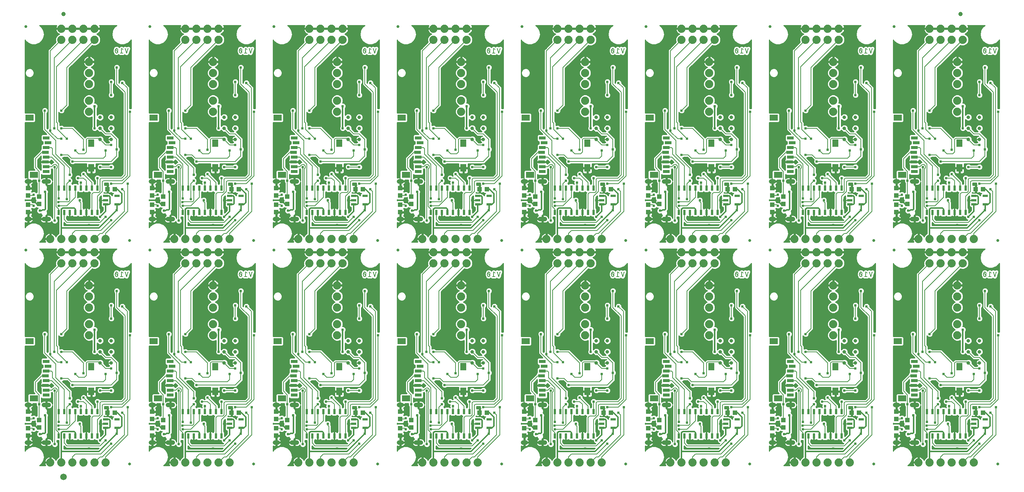
<source format=gbl>
G75*
%MOIN*%
%OFA0B0*%
%FSLAX25Y25*%
%IPPOS*%
%LPD*%
%AMOC8*
5,1,8,0,0,1.08239X$1,22.5*
%
%ADD10C,0.00800*%
%ADD11C,0.07400*%
%ADD12C,0.02500*%
%ADD13R,0.02362X0.04724*%
%ADD14R,0.05512X0.07087*%
%ADD15R,0.07480X0.05512*%
%ADD16R,0.05906X0.03150*%
%ADD17C,0.03200*%
%ADD18R,0.04724X0.02165*%
%ADD19R,0.04331X0.03937*%
%ADD20R,0.03937X0.04331*%
%ADD21C,0.03937*%
%ADD22C,0.03937*%
%ADD23C,0.05906*%
%ADD24C,0.01200*%
%ADD25C,0.02400*%
%ADD26C,0.01000*%
%ADD27C,0.00600*%
D10*
X0126967Y0201400D02*
X0129300Y0201400D01*
X0128133Y0201400D02*
X0128133Y0205600D01*
X0129300Y0204667D01*
X0131233Y0205600D02*
X0132633Y0201400D01*
X0134033Y0205600D01*
X0122467Y0203500D02*
X0122469Y0203388D01*
X0122474Y0203276D01*
X0122483Y0203164D01*
X0122496Y0203053D01*
X0122512Y0202942D01*
X0122532Y0202831D01*
X0122556Y0202722D01*
X0122583Y0202613D01*
X0122613Y0202505D01*
X0122647Y0202398D01*
X0122684Y0202292D01*
X0122725Y0202188D01*
X0122769Y0202085D01*
X0122817Y0201983D01*
X0123633Y0201400D02*
X0123689Y0201402D01*
X0123745Y0201407D01*
X0123801Y0201417D01*
X0123856Y0201429D01*
X0123910Y0201446D01*
X0123962Y0201465D01*
X0124014Y0201489D01*
X0124064Y0201515D01*
X0124111Y0201545D01*
X0124157Y0201577D01*
X0124201Y0201613D01*
X0124242Y0201652D01*
X0124281Y0201693D01*
X0124316Y0201736D01*
X0124349Y0201782D01*
X0124379Y0201830D01*
X0124406Y0201879D01*
X0124429Y0201930D01*
X0124449Y0201983D01*
X0124567Y0202333D02*
X0122700Y0204667D01*
X0122817Y0205017D02*
X0122837Y0205070D01*
X0122860Y0205121D01*
X0122887Y0205170D01*
X0122917Y0205218D01*
X0122950Y0205264D01*
X0122985Y0205307D01*
X0123024Y0205348D01*
X0123065Y0205387D01*
X0123109Y0205423D01*
X0123155Y0205455D01*
X0123202Y0205485D01*
X0123252Y0205511D01*
X0123304Y0205535D01*
X0123356Y0205554D01*
X0123410Y0205571D01*
X0123465Y0205583D01*
X0123521Y0205593D01*
X0123577Y0205598D01*
X0123633Y0205600D01*
X0123689Y0205598D01*
X0123745Y0205593D01*
X0123801Y0205583D01*
X0123856Y0205571D01*
X0123910Y0205554D01*
X0123962Y0205535D01*
X0124014Y0205511D01*
X0124064Y0205485D01*
X0124111Y0205455D01*
X0124157Y0205422D01*
X0124201Y0205387D01*
X0124242Y0205348D01*
X0124281Y0205307D01*
X0124316Y0205264D01*
X0124349Y0205218D01*
X0124379Y0205170D01*
X0124406Y0205121D01*
X0124429Y0205070D01*
X0124449Y0205017D01*
X0122817Y0205017D02*
X0122769Y0204915D01*
X0122725Y0204812D01*
X0122684Y0204708D01*
X0122647Y0204602D01*
X0122613Y0204495D01*
X0122583Y0204387D01*
X0122556Y0204278D01*
X0122532Y0204169D01*
X0122512Y0204058D01*
X0122496Y0203947D01*
X0122483Y0203836D01*
X0122474Y0203724D01*
X0122469Y0203612D01*
X0122467Y0203500D01*
X0124800Y0203500D02*
X0124798Y0203612D01*
X0124793Y0203724D01*
X0124784Y0203836D01*
X0124771Y0203947D01*
X0124755Y0204058D01*
X0124735Y0204169D01*
X0124711Y0204278D01*
X0124684Y0204387D01*
X0124654Y0204495D01*
X0124620Y0204602D01*
X0124583Y0204708D01*
X0124542Y0204812D01*
X0124498Y0204915D01*
X0124450Y0205017D01*
X0122817Y0201983D02*
X0122837Y0201930D01*
X0122860Y0201879D01*
X0122887Y0201830D01*
X0122917Y0201782D01*
X0122950Y0201736D01*
X0122985Y0201693D01*
X0123024Y0201652D01*
X0123065Y0201613D01*
X0123109Y0201577D01*
X0123155Y0201545D01*
X0123202Y0201515D01*
X0123252Y0201489D01*
X0123304Y0201465D01*
X0123356Y0201446D01*
X0123410Y0201429D01*
X0123465Y0201417D01*
X0123521Y0201407D01*
X0123577Y0201402D01*
X0123633Y0201400D01*
X0124450Y0201983D02*
X0124498Y0202085D01*
X0124542Y0202188D01*
X0124583Y0202292D01*
X0124620Y0202398D01*
X0124654Y0202505D01*
X0124684Y0202613D01*
X0124711Y0202722D01*
X0124735Y0202831D01*
X0124755Y0202942D01*
X0124771Y0203053D01*
X0124784Y0203164D01*
X0124793Y0203276D01*
X0124798Y0203388D01*
X0124800Y0203500D01*
X0236450Y0201983D02*
X0236498Y0202085D01*
X0236542Y0202188D01*
X0236583Y0202292D01*
X0236620Y0202398D01*
X0236654Y0202505D01*
X0236684Y0202613D01*
X0236711Y0202722D01*
X0236735Y0202831D01*
X0236755Y0202942D01*
X0236771Y0203053D01*
X0236784Y0203164D01*
X0236793Y0203276D01*
X0236798Y0203388D01*
X0236800Y0203500D01*
X0234467Y0203500D02*
X0234469Y0203612D01*
X0234474Y0203724D01*
X0234483Y0203836D01*
X0234496Y0203947D01*
X0234512Y0204058D01*
X0234532Y0204169D01*
X0234556Y0204278D01*
X0234583Y0204387D01*
X0234613Y0204495D01*
X0234647Y0204602D01*
X0234684Y0204708D01*
X0234725Y0204812D01*
X0234769Y0204915D01*
X0234817Y0205017D01*
X0234700Y0204667D02*
X0236567Y0202333D01*
X0235633Y0201400D02*
X0235577Y0201402D01*
X0235521Y0201407D01*
X0235465Y0201417D01*
X0235410Y0201429D01*
X0235356Y0201446D01*
X0235304Y0201465D01*
X0235252Y0201489D01*
X0235202Y0201515D01*
X0235155Y0201545D01*
X0235109Y0201577D01*
X0235065Y0201613D01*
X0235024Y0201652D01*
X0234985Y0201693D01*
X0234950Y0201736D01*
X0234917Y0201782D01*
X0234887Y0201830D01*
X0234860Y0201879D01*
X0234837Y0201930D01*
X0234817Y0201983D01*
X0235633Y0201400D02*
X0235689Y0201402D01*
X0235745Y0201407D01*
X0235801Y0201417D01*
X0235856Y0201429D01*
X0235910Y0201446D01*
X0235962Y0201465D01*
X0236014Y0201489D01*
X0236064Y0201515D01*
X0236111Y0201545D01*
X0236157Y0201577D01*
X0236201Y0201613D01*
X0236242Y0201652D01*
X0236281Y0201693D01*
X0236316Y0201736D01*
X0236349Y0201782D01*
X0236379Y0201830D01*
X0236406Y0201879D01*
X0236429Y0201930D01*
X0236449Y0201983D01*
X0234817Y0201983D02*
X0234769Y0202085D01*
X0234725Y0202188D01*
X0234684Y0202292D01*
X0234647Y0202398D01*
X0234613Y0202505D01*
X0234583Y0202613D01*
X0234556Y0202722D01*
X0234532Y0202831D01*
X0234512Y0202942D01*
X0234496Y0203053D01*
X0234483Y0203164D01*
X0234474Y0203276D01*
X0234469Y0203388D01*
X0234467Y0203500D01*
X0236800Y0203500D02*
X0236798Y0203612D01*
X0236793Y0203724D01*
X0236784Y0203836D01*
X0236771Y0203947D01*
X0236755Y0204058D01*
X0236735Y0204169D01*
X0236711Y0204278D01*
X0236684Y0204387D01*
X0236654Y0204495D01*
X0236620Y0204602D01*
X0236583Y0204708D01*
X0236542Y0204812D01*
X0236498Y0204915D01*
X0236450Y0205017D01*
X0236449Y0205017D02*
X0236429Y0205070D01*
X0236406Y0205121D01*
X0236379Y0205170D01*
X0236349Y0205218D01*
X0236316Y0205264D01*
X0236281Y0205307D01*
X0236242Y0205348D01*
X0236201Y0205387D01*
X0236157Y0205422D01*
X0236111Y0205455D01*
X0236064Y0205485D01*
X0236014Y0205511D01*
X0235962Y0205535D01*
X0235910Y0205554D01*
X0235856Y0205571D01*
X0235801Y0205583D01*
X0235745Y0205593D01*
X0235689Y0205598D01*
X0235633Y0205600D01*
X0235577Y0205598D01*
X0235521Y0205593D01*
X0235465Y0205583D01*
X0235410Y0205571D01*
X0235356Y0205554D01*
X0235304Y0205535D01*
X0235252Y0205511D01*
X0235202Y0205485D01*
X0235155Y0205455D01*
X0235109Y0205423D01*
X0235065Y0205387D01*
X0235024Y0205348D01*
X0234985Y0205307D01*
X0234950Y0205264D01*
X0234917Y0205218D01*
X0234887Y0205170D01*
X0234860Y0205121D01*
X0234837Y0205070D01*
X0234817Y0205017D01*
X0240133Y0205600D02*
X0240133Y0201400D01*
X0238967Y0201400D02*
X0241300Y0201400D01*
X0241300Y0204667D02*
X0240133Y0205600D01*
X0243233Y0205600D02*
X0244633Y0201400D01*
X0246033Y0205600D01*
X0348450Y0201983D02*
X0348498Y0202085D01*
X0348542Y0202188D01*
X0348583Y0202292D01*
X0348620Y0202398D01*
X0348654Y0202505D01*
X0348684Y0202613D01*
X0348711Y0202722D01*
X0348735Y0202831D01*
X0348755Y0202942D01*
X0348771Y0203053D01*
X0348784Y0203164D01*
X0348793Y0203276D01*
X0348798Y0203388D01*
X0348800Y0203500D01*
X0346467Y0203500D02*
X0346469Y0203612D01*
X0346474Y0203724D01*
X0346483Y0203836D01*
X0346496Y0203947D01*
X0346512Y0204058D01*
X0346532Y0204169D01*
X0346556Y0204278D01*
X0346583Y0204387D01*
X0346613Y0204495D01*
X0346647Y0204602D01*
X0346684Y0204708D01*
X0346725Y0204812D01*
X0346769Y0204915D01*
X0346817Y0205017D01*
X0346700Y0204667D02*
X0348567Y0202333D01*
X0347633Y0201400D02*
X0347577Y0201402D01*
X0347521Y0201407D01*
X0347465Y0201417D01*
X0347410Y0201429D01*
X0347356Y0201446D01*
X0347304Y0201465D01*
X0347252Y0201489D01*
X0347202Y0201515D01*
X0347155Y0201545D01*
X0347109Y0201577D01*
X0347065Y0201613D01*
X0347024Y0201652D01*
X0346985Y0201693D01*
X0346950Y0201736D01*
X0346917Y0201782D01*
X0346887Y0201830D01*
X0346860Y0201879D01*
X0346837Y0201930D01*
X0346817Y0201983D01*
X0347633Y0201400D02*
X0347689Y0201402D01*
X0347745Y0201407D01*
X0347801Y0201417D01*
X0347856Y0201429D01*
X0347910Y0201446D01*
X0347962Y0201465D01*
X0348014Y0201489D01*
X0348064Y0201515D01*
X0348111Y0201545D01*
X0348157Y0201577D01*
X0348201Y0201613D01*
X0348242Y0201652D01*
X0348281Y0201693D01*
X0348316Y0201736D01*
X0348349Y0201782D01*
X0348379Y0201830D01*
X0348406Y0201879D01*
X0348429Y0201930D01*
X0348449Y0201983D01*
X0346817Y0201983D02*
X0346769Y0202085D01*
X0346725Y0202188D01*
X0346684Y0202292D01*
X0346647Y0202398D01*
X0346613Y0202505D01*
X0346583Y0202613D01*
X0346556Y0202722D01*
X0346532Y0202831D01*
X0346512Y0202942D01*
X0346496Y0203053D01*
X0346483Y0203164D01*
X0346474Y0203276D01*
X0346469Y0203388D01*
X0346467Y0203500D01*
X0348800Y0203500D02*
X0348798Y0203612D01*
X0348793Y0203724D01*
X0348784Y0203836D01*
X0348771Y0203947D01*
X0348755Y0204058D01*
X0348735Y0204169D01*
X0348711Y0204278D01*
X0348684Y0204387D01*
X0348654Y0204495D01*
X0348620Y0204602D01*
X0348583Y0204708D01*
X0348542Y0204812D01*
X0348498Y0204915D01*
X0348450Y0205017D01*
X0348449Y0205017D02*
X0348429Y0205070D01*
X0348406Y0205121D01*
X0348379Y0205170D01*
X0348349Y0205218D01*
X0348316Y0205264D01*
X0348281Y0205307D01*
X0348242Y0205348D01*
X0348201Y0205387D01*
X0348157Y0205422D01*
X0348111Y0205455D01*
X0348064Y0205485D01*
X0348014Y0205511D01*
X0347962Y0205535D01*
X0347910Y0205554D01*
X0347856Y0205571D01*
X0347801Y0205583D01*
X0347745Y0205593D01*
X0347689Y0205598D01*
X0347633Y0205600D01*
X0347577Y0205598D01*
X0347521Y0205593D01*
X0347465Y0205583D01*
X0347410Y0205571D01*
X0347356Y0205554D01*
X0347304Y0205535D01*
X0347252Y0205511D01*
X0347202Y0205485D01*
X0347155Y0205455D01*
X0347109Y0205423D01*
X0347065Y0205387D01*
X0347024Y0205348D01*
X0346985Y0205307D01*
X0346950Y0205264D01*
X0346917Y0205218D01*
X0346887Y0205170D01*
X0346860Y0205121D01*
X0346837Y0205070D01*
X0346817Y0205017D01*
X0352133Y0205600D02*
X0352133Y0201400D01*
X0350967Y0201400D02*
X0353300Y0201400D01*
X0353300Y0204667D02*
X0352133Y0205600D01*
X0355233Y0205600D02*
X0356633Y0201400D01*
X0358033Y0205600D01*
X0460450Y0201983D02*
X0460498Y0202085D01*
X0460542Y0202188D01*
X0460583Y0202292D01*
X0460620Y0202398D01*
X0460654Y0202505D01*
X0460684Y0202613D01*
X0460711Y0202722D01*
X0460735Y0202831D01*
X0460755Y0202942D01*
X0460771Y0203053D01*
X0460784Y0203164D01*
X0460793Y0203276D01*
X0460798Y0203388D01*
X0460800Y0203500D01*
X0458467Y0203500D02*
X0458469Y0203612D01*
X0458474Y0203724D01*
X0458483Y0203836D01*
X0458496Y0203947D01*
X0458512Y0204058D01*
X0458532Y0204169D01*
X0458556Y0204278D01*
X0458583Y0204387D01*
X0458613Y0204495D01*
X0458647Y0204602D01*
X0458684Y0204708D01*
X0458725Y0204812D01*
X0458769Y0204915D01*
X0458817Y0205017D01*
X0458700Y0204667D02*
X0460567Y0202333D01*
X0459633Y0201400D02*
X0459577Y0201402D01*
X0459521Y0201407D01*
X0459465Y0201417D01*
X0459410Y0201429D01*
X0459356Y0201446D01*
X0459304Y0201465D01*
X0459252Y0201489D01*
X0459202Y0201515D01*
X0459155Y0201545D01*
X0459109Y0201577D01*
X0459065Y0201613D01*
X0459024Y0201652D01*
X0458985Y0201693D01*
X0458950Y0201736D01*
X0458917Y0201782D01*
X0458887Y0201830D01*
X0458860Y0201879D01*
X0458837Y0201930D01*
X0458817Y0201983D01*
X0459633Y0201400D02*
X0459689Y0201402D01*
X0459745Y0201407D01*
X0459801Y0201417D01*
X0459856Y0201429D01*
X0459910Y0201446D01*
X0459962Y0201465D01*
X0460014Y0201489D01*
X0460064Y0201515D01*
X0460111Y0201545D01*
X0460157Y0201577D01*
X0460201Y0201613D01*
X0460242Y0201652D01*
X0460281Y0201693D01*
X0460316Y0201736D01*
X0460349Y0201782D01*
X0460379Y0201830D01*
X0460406Y0201879D01*
X0460429Y0201930D01*
X0460449Y0201983D01*
X0458817Y0201983D02*
X0458769Y0202085D01*
X0458725Y0202188D01*
X0458684Y0202292D01*
X0458647Y0202398D01*
X0458613Y0202505D01*
X0458583Y0202613D01*
X0458556Y0202722D01*
X0458532Y0202831D01*
X0458512Y0202942D01*
X0458496Y0203053D01*
X0458483Y0203164D01*
X0458474Y0203276D01*
X0458469Y0203388D01*
X0458467Y0203500D01*
X0460800Y0203500D02*
X0460798Y0203612D01*
X0460793Y0203724D01*
X0460784Y0203836D01*
X0460771Y0203947D01*
X0460755Y0204058D01*
X0460735Y0204169D01*
X0460711Y0204278D01*
X0460684Y0204387D01*
X0460654Y0204495D01*
X0460620Y0204602D01*
X0460583Y0204708D01*
X0460542Y0204812D01*
X0460498Y0204915D01*
X0460450Y0205017D01*
X0460449Y0205017D02*
X0460429Y0205070D01*
X0460406Y0205121D01*
X0460379Y0205170D01*
X0460349Y0205218D01*
X0460316Y0205264D01*
X0460281Y0205307D01*
X0460242Y0205348D01*
X0460201Y0205387D01*
X0460157Y0205422D01*
X0460111Y0205455D01*
X0460064Y0205485D01*
X0460014Y0205511D01*
X0459962Y0205535D01*
X0459910Y0205554D01*
X0459856Y0205571D01*
X0459801Y0205583D01*
X0459745Y0205593D01*
X0459689Y0205598D01*
X0459633Y0205600D01*
X0459577Y0205598D01*
X0459521Y0205593D01*
X0459465Y0205583D01*
X0459410Y0205571D01*
X0459356Y0205554D01*
X0459304Y0205535D01*
X0459252Y0205511D01*
X0459202Y0205485D01*
X0459155Y0205455D01*
X0459109Y0205423D01*
X0459065Y0205387D01*
X0459024Y0205348D01*
X0458985Y0205307D01*
X0458950Y0205264D01*
X0458917Y0205218D01*
X0458887Y0205170D01*
X0458860Y0205121D01*
X0458837Y0205070D01*
X0458817Y0205017D01*
X0464133Y0205600D02*
X0464133Y0201400D01*
X0462967Y0201400D02*
X0465300Y0201400D01*
X0465300Y0204667D02*
X0464133Y0205600D01*
X0467233Y0205600D02*
X0468633Y0201400D01*
X0470033Y0205600D01*
X0572450Y0201983D02*
X0572498Y0202085D01*
X0572542Y0202188D01*
X0572583Y0202292D01*
X0572620Y0202398D01*
X0572654Y0202505D01*
X0572684Y0202613D01*
X0572711Y0202722D01*
X0572735Y0202831D01*
X0572755Y0202942D01*
X0572771Y0203053D01*
X0572784Y0203164D01*
X0572793Y0203276D01*
X0572798Y0203388D01*
X0572800Y0203500D01*
X0570467Y0203500D02*
X0570469Y0203612D01*
X0570474Y0203724D01*
X0570483Y0203836D01*
X0570496Y0203947D01*
X0570512Y0204058D01*
X0570532Y0204169D01*
X0570556Y0204278D01*
X0570583Y0204387D01*
X0570613Y0204495D01*
X0570647Y0204602D01*
X0570684Y0204708D01*
X0570725Y0204812D01*
X0570769Y0204915D01*
X0570817Y0205017D01*
X0570700Y0204667D02*
X0572567Y0202333D01*
X0571633Y0201400D02*
X0571577Y0201402D01*
X0571521Y0201407D01*
X0571465Y0201417D01*
X0571410Y0201429D01*
X0571356Y0201446D01*
X0571304Y0201465D01*
X0571252Y0201489D01*
X0571202Y0201515D01*
X0571155Y0201545D01*
X0571109Y0201577D01*
X0571065Y0201613D01*
X0571024Y0201652D01*
X0570985Y0201693D01*
X0570950Y0201736D01*
X0570917Y0201782D01*
X0570887Y0201830D01*
X0570860Y0201879D01*
X0570837Y0201930D01*
X0570817Y0201983D01*
X0571633Y0201400D02*
X0571689Y0201402D01*
X0571745Y0201407D01*
X0571801Y0201417D01*
X0571856Y0201429D01*
X0571910Y0201446D01*
X0571962Y0201465D01*
X0572014Y0201489D01*
X0572064Y0201515D01*
X0572111Y0201545D01*
X0572157Y0201577D01*
X0572201Y0201613D01*
X0572242Y0201652D01*
X0572281Y0201693D01*
X0572316Y0201736D01*
X0572349Y0201782D01*
X0572379Y0201830D01*
X0572406Y0201879D01*
X0572429Y0201930D01*
X0572449Y0201983D01*
X0570817Y0201983D02*
X0570769Y0202085D01*
X0570725Y0202188D01*
X0570684Y0202292D01*
X0570647Y0202398D01*
X0570613Y0202505D01*
X0570583Y0202613D01*
X0570556Y0202722D01*
X0570532Y0202831D01*
X0570512Y0202942D01*
X0570496Y0203053D01*
X0570483Y0203164D01*
X0570474Y0203276D01*
X0570469Y0203388D01*
X0570467Y0203500D01*
X0572800Y0203500D02*
X0572798Y0203612D01*
X0572793Y0203724D01*
X0572784Y0203836D01*
X0572771Y0203947D01*
X0572755Y0204058D01*
X0572735Y0204169D01*
X0572711Y0204278D01*
X0572684Y0204387D01*
X0572654Y0204495D01*
X0572620Y0204602D01*
X0572583Y0204708D01*
X0572542Y0204812D01*
X0572498Y0204915D01*
X0572450Y0205017D01*
X0572449Y0205017D02*
X0572429Y0205070D01*
X0572406Y0205121D01*
X0572379Y0205170D01*
X0572349Y0205218D01*
X0572316Y0205264D01*
X0572281Y0205307D01*
X0572242Y0205348D01*
X0572201Y0205387D01*
X0572157Y0205422D01*
X0572111Y0205455D01*
X0572064Y0205485D01*
X0572014Y0205511D01*
X0571962Y0205535D01*
X0571910Y0205554D01*
X0571856Y0205571D01*
X0571801Y0205583D01*
X0571745Y0205593D01*
X0571689Y0205598D01*
X0571633Y0205600D01*
X0571577Y0205598D01*
X0571521Y0205593D01*
X0571465Y0205583D01*
X0571410Y0205571D01*
X0571356Y0205554D01*
X0571304Y0205535D01*
X0571252Y0205511D01*
X0571202Y0205485D01*
X0571155Y0205455D01*
X0571109Y0205423D01*
X0571065Y0205387D01*
X0571024Y0205348D01*
X0570985Y0205307D01*
X0570950Y0205264D01*
X0570917Y0205218D01*
X0570887Y0205170D01*
X0570860Y0205121D01*
X0570837Y0205070D01*
X0570817Y0205017D01*
X0576133Y0205600D02*
X0576133Y0201400D01*
X0574967Y0201400D02*
X0577300Y0201400D01*
X0577300Y0204667D02*
X0576133Y0205600D01*
X0579233Y0205600D02*
X0580633Y0201400D01*
X0582033Y0205600D01*
X0684450Y0201983D02*
X0684498Y0202085D01*
X0684542Y0202188D01*
X0684583Y0202292D01*
X0684620Y0202398D01*
X0684654Y0202505D01*
X0684684Y0202613D01*
X0684711Y0202722D01*
X0684735Y0202831D01*
X0684755Y0202942D01*
X0684771Y0203053D01*
X0684784Y0203164D01*
X0684793Y0203276D01*
X0684798Y0203388D01*
X0684800Y0203500D01*
X0682467Y0203500D02*
X0682469Y0203612D01*
X0682474Y0203724D01*
X0682483Y0203836D01*
X0682496Y0203947D01*
X0682512Y0204058D01*
X0682532Y0204169D01*
X0682556Y0204278D01*
X0682583Y0204387D01*
X0682613Y0204495D01*
X0682647Y0204602D01*
X0682684Y0204708D01*
X0682725Y0204812D01*
X0682769Y0204915D01*
X0682817Y0205017D01*
X0682700Y0204667D02*
X0684567Y0202333D01*
X0683633Y0201400D02*
X0683577Y0201402D01*
X0683521Y0201407D01*
X0683465Y0201417D01*
X0683410Y0201429D01*
X0683356Y0201446D01*
X0683304Y0201465D01*
X0683252Y0201489D01*
X0683202Y0201515D01*
X0683155Y0201545D01*
X0683109Y0201577D01*
X0683065Y0201613D01*
X0683024Y0201652D01*
X0682985Y0201693D01*
X0682950Y0201736D01*
X0682917Y0201782D01*
X0682887Y0201830D01*
X0682860Y0201879D01*
X0682837Y0201930D01*
X0682817Y0201983D01*
X0683633Y0201400D02*
X0683689Y0201402D01*
X0683745Y0201407D01*
X0683801Y0201417D01*
X0683856Y0201429D01*
X0683910Y0201446D01*
X0683962Y0201465D01*
X0684014Y0201489D01*
X0684064Y0201515D01*
X0684111Y0201545D01*
X0684157Y0201577D01*
X0684201Y0201613D01*
X0684242Y0201652D01*
X0684281Y0201693D01*
X0684316Y0201736D01*
X0684349Y0201782D01*
X0684379Y0201830D01*
X0684406Y0201879D01*
X0684429Y0201930D01*
X0684449Y0201983D01*
X0682817Y0201983D02*
X0682769Y0202085D01*
X0682725Y0202188D01*
X0682684Y0202292D01*
X0682647Y0202398D01*
X0682613Y0202505D01*
X0682583Y0202613D01*
X0682556Y0202722D01*
X0682532Y0202831D01*
X0682512Y0202942D01*
X0682496Y0203053D01*
X0682483Y0203164D01*
X0682474Y0203276D01*
X0682469Y0203388D01*
X0682467Y0203500D01*
X0684800Y0203500D02*
X0684798Y0203612D01*
X0684793Y0203724D01*
X0684784Y0203836D01*
X0684771Y0203947D01*
X0684755Y0204058D01*
X0684735Y0204169D01*
X0684711Y0204278D01*
X0684684Y0204387D01*
X0684654Y0204495D01*
X0684620Y0204602D01*
X0684583Y0204708D01*
X0684542Y0204812D01*
X0684498Y0204915D01*
X0684450Y0205017D01*
X0684449Y0205017D02*
X0684429Y0205070D01*
X0684406Y0205121D01*
X0684379Y0205170D01*
X0684349Y0205218D01*
X0684316Y0205264D01*
X0684281Y0205307D01*
X0684242Y0205348D01*
X0684201Y0205387D01*
X0684157Y0205422D01*
X0684111Y0205455D01*
X0684064Y0205485D01*
X0684014Y0205511D01*
X0683962Y0205535D01*
X0683910Y0205554D01*
X0683856Y0205571D01*
X0683801Y0205583D01*
X0683745Y0205593D01*
X0683689Y0205598D01*
X0683633Y0205600D01*
X0683577Y0205598D01*
X0683521Y0205593D01*
X0683465Y0205583D01*
X0683410Y0205571D01*
X0683356Y0205554D01*
X0683304Y0205535D01*
X0683252Y0205511D01*
X0683202Y0205485D01*
X0683155Y0205455D01*
X0683109Y0205423D01*
X0683065Y0205387D01*
X0683024Y0205348D01*
X0682985Y0205307D01*
X0682950Y0205264D01*
X0682917Y0205218D01*
X0682887Y0205170D01*
X0682860Y0205121D01*
X0682837Y0205070D01*
X0682817Y0205017D01*
X0688133Y0205600D02*
X0688133Y0201400D01*
X0686967Y0201400D02*
X0689300Y0201400D01*
X0689300Y0204667D02*
X0688133Y0205600D01*
X0691233Y0205600D02*
X0692633Y0201400D01*
X0694033Y0205600D01*
X0796450Y0201983D02*
X0796498Y0202085D01*
X0796542Y0202188D01*
X0796583Y0202292D01*
X0796620Y0202398D01*
X0796654Y0202505D01*
X0796684Y0202613D01*
X0796711Y0202722D01*
X0796735Y0202831D01*
X0796755Y0202942D01*
X0796771Y0203053D01*
X0796784Y0203164D01*
X0796793Y0203276D01*
X0796798Y0203388D01*
X0796800Y0203500D01*
X0794467Y0203500D02*
X0794469Y0203612D01*
X0794474Y0203724D01*
X0794483Y0203836D01*
X0794496Y0203947D01*
X0794512Y0204058D01*
X0794532Y0204169D01*
X0794556Y0204278D01*
X0794583Y0204387D01*
X0794613Y0204495D01*
X0794647Y0204602D01*
X0794684Y0204708D01*
X0794725Y0204812D01*
X0794769Y0204915D01*
X0794817Y0205017D01*
X0794700Y0204667D02*
X0796567Y0202333D01*
X0795633Y0201400D02*
X0795577Y0201402D01*
X0795521Y0201407D01*
X0795465Y0201417D01*
X0795410Y0201429D01*
X0795356Y0201446D01*
X0795304Y0201465D01*
X0795252Y0201489D01*
X0795202Y0201515D01*
X0795155Y0201545D01*
X0795109Y0201577D01*
X0795065Y0201613D01*
X0795024Y0201652D01*
X0794985Y0201693D01*
X0794950Y0201736D01*
X0794917Y0201782D01*
X0794887Y0201830D01*
X0794860Y0201879D01*
X0794837Y0201930D01*
X0794817Y0201983D01*
X0795633Y0201400D02*
X0795689Y0201402D01*
X0795745Y0201407D01*
X0795801Y0201417D01*
X0795856Y0201429D01*
X0795910Y0201446D01*
X0795962Y0201465D01*
X0796014Y0201489D01*
X0796064Y0201515D01*
X0796111Y0201545D01*
X0796157Y0201577D01*
X0796201Y0201613D01*
X0796242Y0201652D01*
X0796281Y0201693D01*
X0796316Y0201736D01*
X0796349Y0201782D01*
X0796379Y0201830D01*
X0796406Y0201879D01*
X0796429Y0201930D01*
X0796449Y0201983D01*
X0794817Y0201983D02*
X0794769Y0202085D01*
X0794725Y0202188D01*
X0794684Y0202292D01*
X0794647Y0202398D01*
X0794613Y0202505D01*
X0794583Y0202613D01*
X0794556Y0202722D01*
X0794532Y0202831D01*
X0794512Y0202942D01*
X0794496Y0203053D01*
X0794483Y0203164D01*
X0794474Y0203276D01*
X0794469Y0203388D01*
X0794467Y0203500D01*
X0796800Y0203500D02*
X0796798Y0203612D01*
X0796793Y0203724D01*
X0796784Y0203836D01*
X0796771Y0203947D01*
X0796755Y0204058D01*
X0796735Y0204169D01*
X0796711Y0204278D01*
X0796684Y0204387D01*
X0796654Y0204495D01*
X0796620Y0204602D01*
X0796583Y0204708D01*
X0796542Y0204812D01*
X0796498Y0204915D01*
X0796450Y0205017D01*
X0796449Y0205017D02*
X0796429Y0205070D01*
X0796406Y0205121D01*
X0796379Y0205170D01*
X0796349Y0205218D01*
X0796316Y0205264D01*
X0796281Y0205307D01*
X0796242Y0205348D01*
X0796201Y0205387D01*
X0796157Y0205422D01*
X0796111Y0205455D01*
X0796064Y0205485D01*
X0796014Y0205511D01*
X0795962Y0205535D01*
X0795910Y0205554D01*
X0795856Y0205571D01*
X0795801Y0205583D01*
X0795745Y0205593D01*
X0795689Y0205598D01*
X0795633Y0205600D01*
X0795577Y0205598D01*
X0795521Y0205593D01*
X0795465Y0205583D01*
X0795410Y0205571D01*
X0795356Y0205554D01*
X0795304Y0205535D01*
X0795252Y0205511D01*
X0795202Y0205485D01*
X0795155Y0205455D01*
X0795109Y0205423D01*
X0795065Y0205387D01*
X0795024Y0205348D01*
X0794985Y0205307D01*
X0794950Y0205264D01*
X0794917Y0205218D01*
X0794887Y0205170D01*
X0794860Y0205121D01*
X0794837Y0205070D01*
X0794817Y0205017D01*
X0800133Y0205600D02*
X0800133Y0201400D01*
X0798967Y0201400D02*
X0801300Y0201400D01*
X0801300Y0204667D02*
X0800133Y0205600D01*
X0803233Y0205600D02*
X0804633Y0201400D01*
X0806033Y0205600D01*
X0908450Y0201983D02*
X0908498Y0202085D01*
X0908542Y0202188D01*
X0908583Y0202292D01*
X0908620Y0202398D01*
X0908654Y0202505D01*
X0908684Y0202613D01*
X0908711Y0202722D01*
X0908735Y0202831D01*
X0908755Y0202942D01*
X0908771Y0203053D01*
X0908784Y0203164D01*
X0908793Y0203276D01*
X0908798Y0203388D01*
X0908800Y0203500D01*
X0906467Y0203500D02*
X0906469Y0203612D01*
X0906474Y0203724D01*
X0906483Y0203836D01*
X0906496Y0203947D01*
X0906512Y0204058D01*
X0906532Y0204169D01*
X0906556Y0204278D01*
X0906583Y0204387D01*
X0906613Y0204495D01*
X0906647Y0204602D01*
X0906684Y0204708D01*
X0906725Y0204812D01*
X0906769Y0204915D01*
X0906817Y0205017D01*
X0906700Y0204667D02*
X0908567Y0202333D01*
X0907633Y0201400D02*
X0907577Y0201402D01*
X0907521Y0201407D01*
X0907465Y0201417D01*
X0907410Y0201429D01*
X0907356Y0201446D01*
X0907304Y0201465D01*
X0907252Y0201489D01*
X0907202Y0201515D01*
X0907155Y0201545D01*
X0907109Y0201577D01*
X0907065Y0201613D01*
X0907024Y0201652D01*
X0906985Y0201693D01*
X0906950Y0201736D01*
X0906917Y0201782D01*
X0906887Y0201830D01*
X0906860Y0201879D01*
X0906837Y0201930D01*
X0906817Y0201983D01*
X0907633Y0201400D02*
X0907689Y0201402D01*
X0907745Y0201407D01*
X0907801Y0201417D01*
X0907856Y0201429D01*
X0907910Y0201446D01*
X0907962Y0201465D01*
X0908014Y0201489D01*
X0908064Y0201515D01*
X0908111Y0201545D01*
X0908157Y0201577D01*
X0908201Y0201613D01*
X0908242Y0201652D01*
X0908281Y0201693D01*
X0908316Y0201736D01*
X0908349Y0201782D01*
X0908379Y0201830D01*
X0908406Y0201879D01*
X0908429Y0201930D01*
X0908449Y0201983D01*
X0906817Y0201983D02*
X0906769Y0202085D01*
X0906725Y0202188D01*
X0906684Y0202292D01*
X0906647Y0202398D01*
X0906613Y0202505D01*
X0906583Y0202613D01*
X0906556Y0202722D01*
X0906532Y0202831D01*
X0906512Y0202942D01*
X0906496Y0203053D01*
X0906483Y0203164D01*
X0906474Y0203276D01*
X0906469Y0203388D01*
X0906467Y0203500D01*
X0908800Y0203500D02*
X0908798Y0203612D01*
X0908793Y0203724D01*
X0908784Y0203836D01*
X0908771Y0203947D01*
X0908755Y0204058D01*
X0908735Y0204169D01*
X0908711Y0204278D01*
X0908684Y0204387D01*
X0908654Y0204495D01*
X0908620Y0204602D01*
X0908583Y0204708D01*
X0908542Y0204812D01*
X0908498Y0204915D01*
X0908450Y0205017D01*
X0908449Y0205017D02*
X0908429Y0205070D01*
X0908406Y0205121D01*
X0908379Y0205170D01*
X0908349Y0205218D01*
X0908316Y0205264D01*
X0908281Y0205307D01*
X0908242Y0205348D01*
X0908201Y0205387D01*
X0908157Y0205422D01*
X0908111Y0205455D01*
X0908064Y0205485D01*
X0908014Y0205511D01*
X0907962Y0205535D01*
X0907910Y0205554D01*
X0907856Y0205571D01*
X0907801Y0205583D01*
X0907745Y0205593D01*
X0907689Y0205598D01*
X0907633Y0205600D01*
X0907577Y0205598D01*
X0907521Y0205593D01*
X0907465Y0205583D01*
X0907410Y0205571D01*
X0907356Y0205554D01*
X0907304Y0205535D01*
X0907252Y0205511D01*
X0907202Y0205485D01*
X0907155Y0205455D01*
X0907109Y0205423D01*
X0907065Y0205387D01*
X0907024Y0205348D01*
X0906985Y0205307D01*
X0906950Y0205264D01*
X0906917Y0205218D01*
X0906887Y0205170D01*
X0906860Y0205121D01*
X0906837Y0205070D01*
X0906817Y0205017D01*
X0912133Y0205600D02*
X0912133Y0201400D01*
X0910967Y0201400D02*
X0913300Y0201400D01*
X0913300Y0204667D02*
X0912133Y0205600D01*
X0915233Y0205600D02*
X0916633Y0201400D01*
X0918033Y0205600D01*
X0916633Y0403400D02*
X0915233Y0407600D01*
X0913300Y0406667D02*
X0912133Y0407600D01*
X0912133Y0403400D01*
X0910967Y0403400D02*
X0913300Y0403400D01*
X0916633Y0403400D02*
X0918033Y0407600D01*
X0906467Y0405500D02*
X0906469Y0405388D01*
X0906474Y0405276D01*
X0906483Y0405164D01*
X0906496Y0405053D01*
X0906512Y0404942D01*
X0906532Y0404831D01*
X0906556Y0404722D01*
X0906583Y0404613D01*
X0906613Y0404505D01*
X0906647Y0404398D01*
X0906684Y0404292D01*
X0906725Y0404188D01*
X0906769Y0404085D01*
X0906817Y0403983D01*
X0907633Y0403400D02*
X0907689Y0403402D01*
X0907745Y0403407D01*
X0907801Y0403417D01*
X0907856Y0403429D01*
X0907910Y0403446D01*
X0907962Y0403465D01*
X0908014Y0403489D01*
X0908064Y0403515D01*
X0908111Y0403545D01*
X0908157Y0403577D01*
X0908201Y0403613D01*
X0908242Y0403652D01*
X0908281Y0403693D01*
X0908316Y0403736D01*
X0908349Y0403782D01*
X0908379Y0403830D01*
X0908406Y0403879D01*
X0908429Y0403930D01*
X0908449Y0403983D01*
X0908567Y0404333D02*
X0906700Y0406667D01*
X0906817Y0407017D02*
X0906837Y0407070D01*
X0906860Y0407121D01*
X0906887Y0407170D01*
X0906917Y0407218D01*
X0906950Y0407264D01*
X0906985Y0407307D01*
X0907024Y0407348D01*
X0907065Y0407387D01*
X0907109Y0407423D01*
X0907155Y0407455D01*
X0907202Y0407485D01*
X0907252Y0407511D01*
X0907304Y0407535D01*
X0907356Y0407554D01*
X0907410Y0407571D01*
X0907465Y0407583D01*
X0907521Y0407593D01*
X0907577Y0407598D01*
X0907633Y0407600D01*
X0907689Y0407598D01*
X0907745Y0407593D01*
X0907801Y0407583D01*
X0907856Y0407571D01*
X0907910Y0407554D01*
X0907962Y0407535D01*
X0908014Y0407511D01*
X0908064Y0407485D01*
X0908111Y0407455D01*
X0908157Y0407422D01*
X0908201Y0407387D01*
X0908242Y0407348D01*
X0908281Y0407307D01*
X0908316Y0407264D01*
X0908349Y0407218D01*
X0908379Y0407170D01*
X0908406Y0407121D01*
X0908429Y0407070D01*
X0908449Y0407017D01*
X0906817Y0407017D02*
X0906769Y0406915D01*
X0906725Y0406812D01*
X0906684Y0406708D01*
X0906647Y0406602D01*
X0906613Y0406495D01*
X0906583Y0406387D01*
X0906556Y0406278D01*
X0906532Y0406169D01*
X0906512Y0406058D01*
X0906496Y0405947D01*
X0906483Y0405836D01*
X0906474Y0405724D01*
X0906469Y0405612D01*
X0906467Y0405500D01*
X0908800Y0405500D02*
X0908798Y0405612D01*
X0908793Y0405724D01*
X0908784Y0405836D01*
X0908771Y0405947D01*
X0908755Y0406058D01*
X0908735Y0406169D01*
X0908711Y0406278D01*
X0908684Y0406387D01*
X0908654Y0406495D01*
X0908620Y0406602D01*
X0908583Y0406708D01*
X0908542Y0406812D01*
X0908498Y0406915D01*
X0908450Y0407017D01*
X0906817Y0403983D02*
X0906837Y0403930D01*
X0906860Y0403879D01*
X0906887Y0403830D01*
X0906917Y0403782D01*
X0906950Y0403736D01*
X0906985Y0403693D01*
X0907024Y0403652D01*
X0907065Y0403613D01*
X0907109Y0403577D01*
X0907155Y0403545D01*
X0907202Y0403515D01*
X0907252Y0403489D01*
X0907304Y0403465D01*
X0907356Y0403446D01*
X0907410Y0403429D01*
X0907465Y0403417D01*
X0907521Y0403407D01*
X0907577Y0403402D01*
X0907633Y0403400D01*
X0908450Y0403983D02*
X0908498Y0404085D01*
X0908542Y0404188D01*
X0908583Y0404292D01*
X0908620Y0404398D01*
X0908654Y0404505D01*
X0908684Y0404613D01*
X0908711Y0404722D01*
X0908735Y0404831D01*
X0908755Y0404942D01*
X0908771Y0405053D01*
X0908784Y0405164D01*
X0908793Y0405276D01*
X0908798Y0405388D01*
X0908800Y0405500D01*
X0806033Y0407600D02*
X0804633Y0403400D01*
X0803233Y0407600D01*
X0801300Y0406667D02*
X0800133Y0407600D01*
X0800133Y0403400D01*
X0798967Y0403400D02*
X0801300Y0403400D01*
X0794817Y0403983D02*
X0794769Y0404085D01*
X0794725Y0404188D01*
X0794684Y0404292D01*
X0794647Y0404398D01*
X0794613Y0404505D01*
X0794583Y0404613D01*
X0794556Y0404722D01*
X0794532Y0404831D01*
X0794512Y0404942D01*
X0794496Y0405053D01*
X0794483Y0405164D01*
X0794474Y0405276D01*
X0794469Y0405388D01*
X0794467Y0405500D01*
X0796800Y0405500D02*
X0796798Y0405612D01*
X0796793Y0405724D01*
X0796784Y0405836D01*
X0796771Y0405947D01*
X0796755Y0406058D01*
X0796735Y0406169D01*
X0796711Y0406278D01*
X0796684Y0406387D01*
X0796654Y0406495D01*
X0796620Y0406602D01*
X0796583Y0406708D01*
X0796542Y0406812D01*
X0796498Y0406915D01*
X0796450Y0407017D01*
X0796449Y0407017D02*
X0796429Y0407070D01*
X0796406Y0407121D01*
X0796379Y0407170D01*
X0796349Y0407218D01*
X0796316Y0407264D01*
X0796281Y0407307D01*
X0796242Y0407348D01*
X0796201Y0407387D01*
X0796157Y0407422D01*
X0796111Y0407455D01*
X0796064Y0407485D01*
X0796014Y0407511D01*
X0795962Y0407535D01*
X0795910Y0407554D01*
X0795856Y0407571D01*
X0795801Y0407583D01*
X0795745Y0407593D01*
X0795689Y0407598D01*
X0795633Y0407600D01*
X0795577Y0407598D01*
X0795521Y0407593D01*
X0795465Y0407583D01*
X0795410Y0407571D01*
X0795356Y0407554D01*
X0795304Y0407535D01*
X0795252Y0407511D01*
X0795202Y0407485D01*
X0795155Y0407455D01*
X0795109Y0407423D01*
X0795065Y0407387D01*
X0795024Y0407348D01*
X0794985Y0407307D01*
X0794950Y0407264D01*
X0794917Y0407218D01*
X0794887Y0407170D01*
X0794860Y0407121D01*
X0794837Y0407070D01*
X0794817Y0407017D01*
X0794700Y0406667D02*
X0796567Y0404333D01*
X0795633Y0403400D02*
X0795577Y0403402D01*
X0795521Y0403407D01*
X0795465Y0403417D01*
X0795410Y0403429D01*
X0795356Y0403446D01*
X0795304Y0403465D01*
X0795252Y0403489D01*
X0795202Y0403515D01*
X0795155Y0403545D01*
X0795109Y0403577D01*
X0795065Y0403613D01*
X0795024Y0403652D01*
X0794985Y0403693D01*
X0794950Y0403736D01*
X0794917Y0403782D01*
X0794887Y0403830D01*
X0794860Y0403879D01*
X0794837Y0403930D01*
X0794817Y0403983D01*
X0795633Y0403400D02*
X0795689Y0403402D01*
X0795745Y0403407D01*
X0795801Y0403417D01*
X0795856Y0403429D01*
X0795910Y0403446D01*
X0795962Y0403465D01*
X0796014Y0403489D01*
X0796064Y0403515D01*
X0796111Y0403545D01*
X0796157Y0403577D01*
X0796201Y0403613D01*
X0796242Y0403652D01*
X0796281Y0403693D01*
X0796316Y0403736D01*
X0796349Y0403782D01*
X0796379Y0403830D01*
X0796406Y0403879D01*
X0796429Y0403930D01*
X0796449Y0403983D01*
X0794467Y0405500D02*
X0794469Y0405612D01*
X0794474Y0405724D01*
X0794483Y0405836D01*
X0794496Y0405947D01*
X0794512Y0406058D01*
X0794532Y0406169D01*
X0794556Y0406278D01*
X0794583Y0406387D01*
X0794613Y0406495D01*
X0794647Y0406602D01*
X0794684Y0406708D01*
X0794725Y0406812D01*
X0794769Y0406915D01*
X0794817Y0407017D01*
X0796800Y0405500D02*
X0796798Y0405388D01*
X0796793Y0405276D01*
X0796784Y0405164D01*
X0796771Y0405053D01*
X0796755Y0404942D01*
X0796735Y0404831D01*
X0796711Y0404722D01*
X0796684Y0404613D01*
X0796654Y0404505D01*
X0796620Y0404398D01*
X0796583Y0404292D01*
X0796542Y0404188D01*
X0796498Y0404085D01*
X0796450Y0403983D01*
X0694033Y0407600D02*
X0692633Y0403400D01*
X0691233Y0407600D01*
X0689300Y0406667D02*
X0688133Y0407600D01*
X0688133Y0403400D01*
X0686967Y0403400D02*
X0689300Y0403400D01*
X0682817Y0403983D02*
X0682769Y0404085D01*
X0682725Y0404188D01*
X0682684Y0404292D01*
X0682647Y0404398D01*
X0682613Y0404505D01*
X0682583Y0404613D01*
X0682556Y0404722D01*
X0682532Y0404831D01*
X0682512Y0404942D01*
X0682496Y0405053D01*
X0682483Y0405164D01*
X0682474Y0405276D01*
X0682469Y0405388D01*
X0682467Y0405500D01*
X0684800Y0405500D02*
X0684798Y0405612D01*
X0684793Y0405724D01*
X0684784Y0405836D01*
X0684771Y0405947D01*
X0684755Y0406058D01*
X0684735Y0406169D01*
X0684711Y0406278D01*
X0684684Y0406387D01*
X0684654Y0406495D01*
X0684620Y0406602D01*
X0684583Y0406708D01*
X0684542Y0406812D01*
X0684498Y0406915D01*
X0684450Y0407017D01*
X0684449Y0407017D02*
X0684429Y0407070D01*
X0684406Y0407121D01*
X0684379Y0407170D01*
X0684349Y0407218D01*
X0684316Y0407264D01*
X0684281Y0407307D01*
X0684242Y0407348D01*
X0684201Y0407387D01*
X0684157Y0407422D01*
X0684111Y0407455D01*
X0684064Y0407485D01*
X0684014Y0407511D01*
X0683962Y0407535D01*
X0683910Y0407554D01*
X0683856Y0407571D01*
X0683801Y0407583D01*
X0683745Y0407593D01*
X0683689Y0407598D01*
X0683633Y0407600D01*
X0683577Y0407598D01*
X0683521Y0407593D01*
X0683465Y0407583D01*
X0683410Y0407571D01*
X0683356Y0407554D01*
X0683304Y0407535D01*
X0683252Y0407511D01*
X0683202Y0407485D01*
X0683155Y0407455D01*
X0683109Y0407423D01*
X0683065Y0407387D01*
X0683024Y0407348D01*
X0682985Y0407307D01*
X0682950Y0407264D01*
X0682917Y0407218D01*
X0682887Y0407170D01*
X0682860Y0407121D01*
X0682837Y0407070D01*
X0682817Y0407017D01*
X0682700Y0406667D02*
X0684567Y0404333D01*
X0683633Y0403400D02*
X0683577Y0403402D01*
X0683521Y0403407D01*
X0683465Y0403417D01*
X0683410Y0403429D01*
X0683356Y0403446D01*
X0683304Y0403465D01*
X0683252Y0403489D01*
X0683202Y0403515D01*
X0683155Y0403545D01*
X0683109Y0403577D01*
X0683065Y0403613D01*
X0683024Y0403652D01*
X0682985Y0403693D01*
X0682950Y0403736D01*
X0682917Y0403782D01*
X0682887Y0403830D01*
X0682860Y0403879D01*
X0682837Y0403930D01*
X0682817Y0403983D01*
X0683633Y0403400D02*
X0683689Y0403402D01*
X0683745Y0403407D01*
X0683801Y0403417D01*
X0683856Y0403429D01*
X0683910Y0403446D01*
X0683962Y0403465D01*
X0684014Y0403489D01*
X0684064Y0403515D01*
X0684111Y0403545D01*
X0684157Y0403577D01*
X0684201Y0403613D01*
X0684242Y0403652D01*
X0684281Y0403693D01*
X0684316Y0403736D01*
X0684349Y0403782D01*
X0684379Y0403830D01*
X0684406Y0403879D01*
X0684429Y0403930D01*
X0684449Y0403983D01*
X0682467Y0405500D02*
X0682469Y0405612D01*
X0682474Y0405724D01*
X0682483Y0405836D01*
X0682496Y0405947D01*
X0682512Y0406058D01*
X0682532Y0406169D01*
X0682556Y0406278D01*
X0682583Y0406387D01*
X0682613Y0406495D01*
X0682647Y0406602D01*
X0682684Y0406708D01*
X0682725Y0406812D01*
X0682769Y0406915D01*
X0682817Y0407017D01*
X0684800Y0405500D02*
X0684798Y0405388D01*
X0684793Y0405276D01*
X0684784Y0405164D01*
X0684771Y0405053D01*
X0684755Y0404942D01*
X0684735Y0404831D01*
X0684711Y0404722D01*
X0684684Y0404613D01*
X0684654Y0404505D01*
X0684620Y0404398D01*
X0684583Y0404292D01*
X0684542Y0404188D01*
X0684498Y0404085D01*
X0684450Y0403983D01*
X0582033Y0407600D02*
X0580633Y0403400D01*
X0579233Y0407600D01*
X0577300Y0406667D02*
X0576133Y0407600D01*
X0576133Y0403400D01*
X0574967Y0403400D02*
X0577300Y0403400D01*
X0570817Y0403983D02*
X0570769Y0404085D01*
X0570725Y0404188D01*
X0570684Y0404292D01*
X0570647Y0404398D01*
X0570613Y0404505D01*
X0570583Y0404613D01*
X0570556Y0404722D01*
X0570532Y0404831D01*
X0570512Y0404942D01*
X0570496Y0405053D01*
X0570483Y0405164D01*
X0570474Y0405276D01*
X0570469Y0405388D01*
X0570467Y0405500D01*
X0572800Y0405500D02*
X0572798Y0405612D01*
X0572793Y0405724D01*
X0572784Y0405836D01*
X0572771Y0405947D01*
X0572755Y0406058D01*
X0572735Y0406169D01*
X0572711Y0406278D01*
X0572684Y0406387D01*
X0572654Y0406495D01*
X0572620Y0406602D01*
X0572583Y0406708D01*
X0572542Y0406812D01*
X0572498Y0406915D01*
X0572450Y0407017D01*
X0572449Y0407017D02*
X0572429Y0407070D01*
X0572406Y0407121D01*
X0572379Y0407170D01*
X0572349Y0407218D01*
X0572316Y0407264D01*
X0572281Y0407307D01*
X0572242Y0407348D01*
X0572201Y0407387D01*
X0572157Y0407422D01*
X0572111Y0407455D01*
X0572064Y0407485D01*
X0572014Y0407511D01*
X0571962Y0407535D01*
X0571910Y0407554D01*
X0571856Y0407571D01*
X0571801Y0407583D01*
X0571745Y0407593D01*
X0571689Y0407598D01*
X0571633Y0407600D01*
X0571577Y0407598D01*
X0571521Y0407593D01*
X0571465Y0407583D01*
X0571410Y0407571D01*
X0571356Y0407554D01*
X0571304Y0407535D01*
X0571252Y0407511D01*
X0571202Y0407485D01*
X0571155Y0407455D01*
X0571109Y0407423D01*
X0571065Y0407387D01*
X0571024Y0407348D01*
X0570985Y0407307D01*
X0570950Y0407264D01*
X0570917Y0407218D01*
X0570887Y0407170D01*
X0570860Y0407121D01*
X0570837Y0407070D01*
X0570817Y0407017D01*
X0570700Y0406667D02*
X0572567Y0404333D01*
X0571633Y0403400D02*
X0571577Y0403402D01*
X0571521Y0403407D01*
X0571465Y0403417D01*
X0571410Y0403429D01*
X0571356Y0403446D01*
X0571304Y0403465D01*
X0571252Y0403489D01*
X0571202Y0403515D01*
X0571155Y0403545D01*
X0571109Y0403577D01*
X0571065Y0403613D01*
X0571024Y0403652D01*
X0570985Y0403693D01*
X0570950Y0403736D01*
X0570917Y0403782D01*
X0570887Y0403830D01*
X0570860Y0403879D01*
X0570837Y0403930D01*
X0570817Y0403983D01*
X0571633Y0403400D02*
X0571689Y0403402D01*
X0571745Y0403407D01*
X0571801Y0403417D01*
X0571856Y0403429D01*
X0571910Y0403446D01*
X0571962Y0403465D01*
X0572014Y0403489D01*
X0572064Y0403515D01*
X0572111Y0403545D01*
X0572157Y0403577D01*
X0572201Y0403613D01*
X0572242Y0403652D01*
X0572281Y0403693D01*
X0572316Y0403736D01*
X0572349Y0403782D01*
X0572379Y0403830D01*
X0572406Y0403879D01*
X0572429Y0403930D01*
X0572449Y0403983D01*
X0570467Y0405500D02*
X0570469Y0405612D01*
X0570474Y0405724D01*
X0570483Y0405836D01*
X0570496Y0405947D01*
X0570512Y0406058D01*
X0570532Y0406169D01*
X0570556Y0406278D01*
X0570583Y0406387D01*
X0570613Y0406495D01*
X0570647Y0406602D01*
X0570684Y0406708D01*
X0570725Y0406812D01*
X0570769Y0406915D01*
X0570817Y0407017D01*
X0572800Y0405500D02*
X0572798Y0405388D01*
X0572793Y0405276D01*
X0572784Y0405164D01*
X0572771Y0405053D01*
X0572755Y0404942D01*
X0572735Y0404831D01*
X0572711Y0404722D01*
X0572684Y0404613D01*
X0572654Y0404505D01*
X0572620Y0404398D01*
X0572583Y0404292D01*
X0572542Y0404188D01*
X0572498Y0404085D01*
X0572450Y0403983D01*
X0470033Y0407600D02*
X0468633Y0403400D01*
X0467233Y0407600D01*
X0465300Y0406667D02*
X0464133Y0407600D01*
X0464133Y0403400D01*
X0462967Y0403400D02*
X0465300Y0403400D01*
X0458817Y0403983D02*
X0458769Y0404085D01*
X0458725Y0404188D01*
X0458684Y0404292D01*
X0458647Y0404398D01*
X0458613Y0404505D01*
X0458583Y0404613D01*
X0458556Y0404722D01*
X0458532Y0404831D01*
X0458512Y0404942D01*
X0458496Y0405053D01*
X0458483Y0405164D01*
X0458474Y0405276D01*
X0458469Y0405388D01*
X0458467Y0405500D01*
X0460800Y0405500D02*
X0460798Y0405612D01*
X0460793Y0405724D01*
X0460784Y0405836D01*
X0460771Y0405947D01*
X0460755Y0406058D01*
X0460735Y0406169D01*
X0460711Y0406278D01*
X0460684Y0406387D01*
X0460654Y0406495D01*
X0460620Y0406602D01*
X0460583Y0406708D01*
X0460542Y0406812D01*
X0460498Y0406915D01*
X0460450Y0407017D01*
X0460449Y0407017D02*
X0460429Y0407070D01*
X0460406Y0407121D01*
X0460379Y0407170D01*
X0460349Y0407218D01*
X0460316Y0407264D01*
X0460281Y0407307D01*
X0460242Y0407348D01*
X0460201Y0407387D01*
X0460157Y0407422D01*
X0460111Y0407455D01*
X0460064Y0407485D01*
X0460014Y0407511D01*
X0459962Y0407535D01*
X0459910Y0407554D01*
X0459856Y0407571D01*
X0459801Y0407583D01*
X0459745Y0407593D01*
X0459689Y0407598D01*
X0459633Y0407600D01*
X0459577Y0407598D01*
X0459521Y0407593D01*
X0459465Y0407583D01*
X0459410Y0407571D01*
X0459356Y0407554D01*
X0459304Y0407535D01*
X0459252Y0407511D01*
X0459202Y0407485D01*
X0459155Y0407455D01*
X0459109Y0407423D01*
X0459065Y0407387D01*
X0459024Y0407348D01*
X0458985Y0407307D01*
X0458950Y0407264D01*
X0458917Y0407218D01*
X0458887Y0407170D01*
X0458860Y0407121D01*
X0458837Y0407070D01*
X0458817Y0407017D01*
X0458700Y0406667D02*
X0460567Y0404333D01*
X0459633Y0403400D02*
X0459577Y0403402D01*
X0459521Y0403407D01*
X0459465Y0403417D01*
X0459410Y0403429D01*
X0459356Y0403446D01*
X0459304Y0403465D01*
X0459252Y0403489D01*
X0459202Y0403515D01*
X0459155Y0403545D01*
X0459109Y0403577D01*
X0459065Y0403613D01*
X0459024Y0403652D01*
X0458985Y0403693D01*
X0458950Y0403736D01*
X0458917Y0403782D01*
X0458887Y0403830D01*
X0458860Y0403879D01*
X0458837Y0403930D01*
X0458817Y0403983D01*
X0459633Y0403400D02*
X0459689Y0403402D01*
X0459745Y0403407D01*
X0459801Y0403417D01*
X0459856Y0403429D01*
X0459910Y0403446D01*
X0459962Y0403465D01*
X0460014Y0403489D01*
X0460064Y0403515D01*
X0460111Y0403545D01*
X0460157Y0403577D01*
X0460201Y0403613D01*
X0460242Y0403652D01*
X0460281Y0403693D01*
X0460316Y0403736D01*
X0460349Y0403782D01*
X0460379Y0403830D01*
X0460406Y0403879D01*
X0460429Y0403930D01*
X0460449Y0403983D01*
X0458467Y0405500D02*
X0458469Y0405612D01*
X0458474Y0405724D01*
X0458483Y0405836D01*
X0458496Y0405947D01*
X0458512Y0406058D01*
X0458532Y0406169D01*
X0458556Y0406278D01*
X0458583Y0406387D01*
X0458613Y0406495D01*
X0458647Y0406602D01*
X0458684Y0406708D01*
X0458725Y0406812D01*
X0458769Y0406915D01*
X0458817Y0407017D01*
X0460800Y0405500D02*
X0460798Y0405388D01*
X0460793Y0405276D01*
X0460784Y0405164D01*
X0460771Y0405053D01*
X0460755Y0404942D01*
X0460735Y0404831D01*
X0460711Y0404722D01*
X0460684Y0404613D01*
X0460654Y0404505D01*
X0460620Y0404398D01*
X0460583Y0404292D01*
X0460542Y0404188D01*
X0460498Y0404085D01*
X0460450Y0403983D01*
X0358033Y0407600D02*
X0356633Y0403400D01*
X0355233Y0407600D01*
X0353300Y0406667D02*
X0352133Y0407600D01*
X0352133Y0403400D01*
X0350967Y0403400D02*
X0353300Y0403400D01*
X0346817Y0403983D02*
X0346769Y0404085D01*
X0346725Y0404188D01*
X0346684Y0404292D01*
X0346647Y0404398D01*
X0346613Y0404505D01*
X0346583Y0404613D01*
X0346556Y0404722D01*
X0346532Y0404831D01*
X0346512Y0404942D01*
X0346496Y0405053D01*
X0346483Y0405164D01*
X0346474Y0405276D01*
X0346469Y0405388D01*
X0346467Y0405500D01*
X0348800Y0405500D02*
X0348798Y0405612D01*
X0348793Y0405724D01*
X0348784Y0405836D01*
X0348771Y0405947D01*
X0348755Y0406058D01*
X0348735Y0406169D01*
X0348711Y0406278D01*
X0348684Y0406387D01*
X0348654Y0406495D01*
X0348620Y0406602D01*
X0348583Y0406708D01*
X0348542Y0406812D01*
X0348498Y0406915D01*
X0348450Y0407017D01*
X0348449Y0407017D02*
X0348429Y0407070D01*
X0348406Y0407121D01*
X0348379Y0407170D01*
X0348349Y0407218D01*
X0348316Y0407264D01*
X0348281Y0407307D01*
X0348242Y0407348D01*
X0348201Y0407387D01*
X0348157Y0407422D01*
X0348111Y0407455D01*
X0348064Y0407485D01*
X0348014Y0407511D01*
X0347962Y0407535D01*
X0347910Y0407554D01*
X0347856Y0407571D01*
X0347801Y0407583D01*
X0347745Y0407593D01*
X0347689Y0407598D01*
X0347633Y0407600D01*
X0347577Y0407598D01*
X0347521Y0407593D01*
X0347465Y0407583D01*
X0347410Y0407571D01*
X0347356Y0407554D01*
X0347304Y0407535D01*
X0347252Y0407511D01*
X0347202Y0407485D01*
X0347155Y0407455D01*
X0347109Y0407423D01*
X0347065Y0407387D01*
X0347024Y0407348D01*
X0346985Y0407307D01*
X0346950Y0407264D01*
X0346917Y0407218D01*
X0346887Y0407170D01*
X0346860Y0407121D01*
X0346837Y0407070D01*
X0346817Y0407017D01*
X0346700Y0406667D02*
X0348567Y0404333D01*
X0347633Y0403400D02*
X0347577Y0403402D01*
X0347521Y0403407D01*
X0347465Y0403417D01*
X0347410Y0403429D01*
X0347356Y0403446D01*
X0347304Y0403465D01*
X0347252Y0403489D01*
X0347202Y0403515D01*
X0347155Y0403545D01*
X0347109Y0403577D01*
X0347065Y0403613D01*
X0347024Y0403652D01*
X0346985Y0403693D01*
X0346950Y0403736D01*
X0346917Y0403782D01*
X0346887Y0403830D01*
X0346860Y0403879D01*
X0346837Y0403930D01*
X0346817Y0403983D01*
X0347633Y0403400D02*
X0347689Y0403402D01*
X0347745Y0403407D01*
X0347801Y0403417D01*
X0347856Y0403429D01*
X0347910Y0403446D01*
X0347962Y0403465D01*
X0348014Y0403489D01*
X0348064Y0403515D01*
X0348111Y0403545D01*
X0348157Y0403577D01*
X0348201Y0403613D01*
X0348242Y0403652D01*
X0348281Y0403693D01*
X0348316Y0403736D01*
X0348349Y0403782D01*
X0348379Y0403830D01*
X0348406Y0403879D01*
X0348429Y0403930D01*
X0348449Y0403983D01*
X0346467Y0405500D02*
X0346469Y0405612D01*
X0346474Y0405724D01*
X0346483Y0405836D01*
X0346496Y0405947D01*
X0346512Y0406058D01*
X0346532Y0406169D01*
X0346556Y0406278D01*
X0346583Y0406387D01*
X0346613Y0406495D01*
X0346647Y0406602D01*
X0346684Y0406708D01*
X0346725Y0406812D01*
X0346769Y0406915D01*
X0346817Y0407017D01*
X0348800Y0405500D02*
X0348798Y0405388D01*
X0348793Y0405276D01*
X0348784Y0405164D01*
X0348771Y0405053D01*
X0348755Y0404942D01*
X0348735Y0404831D01*
X0348711Y0404722D01*
X0348684Y0404613D01*
X0348654Y0404505D01*
X0348620Y0404398D01*
X0348583Y0404292D01*
X0348542Y0404188D01*
X0348498Y0404085D01*
X0348450Y0403983D01*
X0246033Y0407600D02*
X0244633Y0403400D01*
X0243233Y0407600D01*
X0241300Y0406667D02*
X0240133Y0407600D01*
X0240133Y0403400D01*
X0238967Y0403400D02*
X0241300Y0403400D01*
X0234817Y0403983D02*
X0234769Y0404085D01*
X0234725Y0404188D01*
X0234684Y0404292D01*
X0234647Y0404398D01*
X0234613Y0404505D01*
X0234583Y0404613D01*
X0234556Y0404722D01*
X0234532Y0404831D01*
X0234512Y0404942D01*
X0234496Y0405053D01*
X0234483Y0405164D01*
X0234474Y0405276D01*
X0234469Y0405388D01*
X0234467Y0405500D01*
X0236800Y0405500D02*
X0236798Y0405612D01*
X0236793Y0405724D01*
X0236784Y0405836D01*
X0236771Y0405947D01*
X0236755Y0406058D01*
X0236735Y0406169D01*
X0236711Y0406278D01*
X0236684Y0406387D01*
X0236654Y0406495D01*
X0236620Y0406602D01*
X0236583Y0406708D01*
X0236542Y0406812D01*
X0236498Y0406915D01*
X0236450Y0407017D01*
X0236449Y0407017D02*
X0236429Y0407070D01*
X0236406Y0407121D01*
X0236379Y0407170D01*
X0236349Y0407218D01*
X0236316Y0407264D01*
X0236281Y0407307D01*
X0236242Y0407348D01*
X0236201Y0407387D01*
X0236157Y0407422D01*
X0236111Y0407455D01*
X0236064Y0407485D01*
X0236014Y0407511D01*
X0235962Y0407535D01*
X0235910Y0407554D01*
X0235856Y0407571D01*
X0235801Y0407583D01*
X0235745Y0407593D01*
X0235689Y0407598D01*
X0235633Y0407600D01*
X0235577Y0407598D01*
X0235521Y0407593D01*
X0235465Y0407583D01*
X0235410Y0407571D01*
X0235356Y0407554D01*
X0235304Y0407535D01*
X0235252Y0407511D01*
X0235202Y0407485D01*
X0235155Y0407455D01*
X0235109Y0407423D01*
X0235065Y0407387D01*
X0235024Y0407348D01*
X0234985Y0407307D01*
X0234950Y0407264D01*
X0234917Y0407218D01*
X0234887Y0407170D01*
X0234860Y0407121D01*
X0234837Y0407070D01*
X0234817Y0407017D01*
X0234700Y0406667D02*
X0236567Y0404333D01*
X0235633Y0403400D02*
X0235577Y0403402D01*
X0235521Y0403407D01*
X0235465Y0403417D01*
X0235410Y0403429D01*
X0235356Y0403446D01*
X0235304Y0403465D01*
X0235252Y0403489D01*
X0235202Y0403515D01*
X0235155Y0403545D01*
X0235109Y0403577D01*
X0235065Y0403613D01*
X0235024Y0403652D01*
X0234985Y0403693D01*
X0234950Y0403736D01*
X0234917Y0403782D01*
X0234887Y0403830D01*
X0234860Y0403879D01*
X0234837Y0403930D01*
X0234817Y0403983D01*
X0235633Y0403400D02*
X0235689Y0403402D01*
X0235745Y0403407D01*
X0235801Y0403417D01*
X0235856Y0403429D01*
X0235910Y0403446D01*
X0235962Y0403465D01*
X0236014Y0403489D01*
X0236064Y0403515D01*
X0236111Y0403545D01*
X0236157Y0403577D01*
X0236201Y0403613D01*
X0236242Y0403652D01*
X0236281Y0403693D01*
X0236316Y0403736D01*
X0236349Y0403782D01*
X0236379Y0403830D01*
X0236406Y0403879D01*
X0236429Y0403930D01*
X0236449Y0403983D01*
X0234467Y0405500D02*
X0234469Y0405612D01*
X0234474Y0405724D01*
X0234483Y0405836D01*
X0234496Y0405947D01*
X0234512Y0406058D01*
X0234532Y0406169D01*
X0234556Y0406278D01*
X0234583Y0406387D01*
X0234613Y0406495D01*
X0234647Y0406602D01*
X0234684Y0406708D01*
X0234725Y0406812D01*
X0234769Y0406915D01*
X0234817Y0407017D01*
X0236800Y0405500D02*
X0236798Y0405388D01*
X0236793Y0405276D01*
X0236784Y0405164D01*
X0236771Y0405053D01*
X0236755Y0404942D01*
X0236735Y0404831D01*
X0236711Y0404722D01*
X0236684Y0404613D01*
X0236654Y0404505D01*
X0236620Y0404398D01*
X0236583Y0404292D01*
X0236542Y0404188D01*
X0236498Y0404085D01*
X0236450Y0403983D01*
X0134033Y0407600D02*
X0132633Y0403400D01*
X0131233Y0407600D01*
X0129300Y0406667D02*
X0128133Y0407600D01*
X0128133Y0403400D01*
X0126967Y0403400D02*
X0129300Y0403400D01*
X0122817Y0403983D02*
X0122769Y0404085D01*
X0122725Y0404188D01*
X0122684Y0404292D01*
X0122647Y0404398D01*
X0122613Y0404505D01*
X0122583Y0404613D01*
X0122556Y0404722D01*
X0122532Y0404831D01*
X0122512Y0404942D01*
X0122496Y0405053D01*
X0122483Y0405164D01*
X0122474Y0405276D01*
X0122469Y0405388D01*
X0122467Y0405500D01*
X0124800Y0405500D02*
X0124798Y0405612D01*
X0124793Y0405724D01*
X0124784Y0405836D01*
X0124771Y0405947D01*
X0124755Y0406058D01*
X0124735Y0406169D01*
X0124711Y0406278D01*
X0124684Y0406387D01*
X0124654Y0406495D01*
X0124620Y0406602D01*
X0124583Y0406708D01*
X0124542Y0406812D01*
X0124498Y0406915D01*
X0124450Y0407017D01*
X0124449Y0407017D02*
X0124429Y0407070D01*
X0124406Y0407121D01*
X0124379Y0407170D01*
X0124349Y0407218D01*
X0124316Y0407264D01*
X0124281Y0407307D01*
X0124242Y0407348D01*
X0124201Y0407387D01*
X0124157Y0407422D01*
X0124111Y0407455D01*
X0124064Y0407485D01*
X0124014Y0407511D01*
X0123962Y0407535D01*
X0123910Y0407554D01*
X0123856Y0407571D01*
X0123801Y0407583D01*
X0123745Y0407593D01*
X0123689Y0407598D01*
X0123633Y0407600D01*
X0123577Y0407598D01*
X0123521Y0407593D01*
X0123465Y0407583D01*
X0123410Y0407571D01*
X0123356Y0407554D01*
X0123304Y0407535D01*
X0123252Y0407511D01*
X0123202Y0407485D01*
X0123155Y0407455D01*
X0123109Y0407423D01*
X0123065Y0407387D01*
X0123024Y0407348D01*
X0122985Y0407307D01*
X0122950Y0407264D01*
X0122917Y0407218D01*
X0122887Y0407170D01*
X0122860Y0407121D01*
X0122837Y0407070D01*
X0122817Y0407017D01*
X0122700Y0406667D02*
X0124567Y0404333D01*
X0123633Y0403400D02*
X0123577Y0403402D01*
X0123521Y0403407D01*
X0123465Y0403417D01*
X0123410Y0403429D01*
X0123356Y0403446D01*
X0123304Y0403465D01*
X0123252Y0403489D01*
X0123202Y0403515D01*
X0123155Y0403545D01*
X0123109Y0403577D01*
X0123065Y0403613D01*
X0123024Y0403652D01*
X0122985Y0403693D01*
X0122950Y0403736D01*
X0122917Y0403782D01*
X0122887Y0403830D01*
X0122860Y0403879D01*
X0122837Y0403930D01*
X0122817Y0403983D01*
X0123633Y0403400D02*
X0123689Y0403402D01*
X0123745Y0403407D01*
X0123801Y0403417D01*
X0123856Y0403429D01*
X0123910Y0403446D01*
X0123962Y0403465D01*
X0124014Y0403489D01*
X0124064Y0403515D01*
X0124111Y0403545D01*
X0124157Y0403577D01*
X0124201Y0403613D01*
X0124242Y0403652D01*
X0124281Y0403693D01*
X0124316Y0403736D01*
X0124349Y0403782D01*
X0124379Y0403830D01*
X0124406Y0403879D01*
X0124429Y0403930D01*
X0124449Y0403983D01*
X0122467Y0405500D02*
X0122469Y0405612D01*
X0122474Y0405724D01*
X0122483Y0405836D01*
X0122496Y0405947D01*
X0122512Y0406058D01*
X0122532Y0406169D01*
X0122556Y0406278D01*
X0122583Y0406387D01*
X0122613Y0406495D01*
X0122647Y0406602D01*
X0122684Y0406708D01*
X0122725Y0406812D01*
X0122769Y0406915D01*
X0122817Y0407017D01*
X0124800Y0405500D02*
X0124798Y0405388D01*
X0124793Y0405276D01*
X0124784Y0405164D01*
X0124771Y0405053D01*
X0124755Y0404942D01*
X0124735Y0404831D01*
X0124711Y0404722D01*
X0124684Y0404613D01*
X0124654Y0404505D01*
X0124620Y0404398D01*
X0124583Y0404292D01*
X0124542Y0404188D01*
X0124498Y0404085D01*
X0124450Y0403983D01*
D11*
X0103750Y0415500D03*
X0093750Y0415500D03*
X0083750Y0415500D03*
X0073750Y0415500D03*
X0073750Y0425500D03*
X0083750Y0425500D03*
X0093750Y0425500D03*
X0103750Y0425500D03*
X0098750Y0395500D03*
X0098750Y0385500D03*
X0098750Y0375500D03*
X0098750Y0360500D03*
X0098750Y0350500D03*
X0210750Y0350500D03*
X0210750Y0360500D03*
X0210750Y0375500D03*
X0210750Y0385500D03*
X0210750Y0395500D03*
X0205750Y0415500D03*
X0195750Y0415500D03*
X0185750Y0415500D03*
X0185750Y0425500D03*
X0195750Y0425500D03*
X0205750Y0425500D03*
X0215750Y0425500D03*
X0215750Y0415500D03*
X0297750Y0415500D03*
X0307750Y0415500D03*
X0317750Y0415500D03*
X0327750Y0415500D03*
X0327750Y0425500D03*
X0317750Y0425500D03*
X0307750Y0425500D03*
X0297750Y0425500D03*
X0322750Y0395500D03*
X0322750Y0385500D03*
X0322750Y0375500D03*
X0322750Y0360500D03*
X0322750Y0350500D03*
X0434750Y0350500D03*
X0434750Y0360500D03*
X0434750Y0375500D03*
X0434750Y0385500D03*
X0434750Y0395500D03*
X0429750Y0415500D03*
X0419750Y0415500D03*
X0409750Y0415500D03*
X0409750Y0425500D03*
X0419750Y0425500D03*
X0429750Y0425500D03*
X0439750Y0425500D03*
X0439750Y0415500D03*
X0521750Y0415500D03*
X0531750Y0415500D03*
X0541750Y0415500D03*
X0551750Y0415500D03*
X0551750Y0425500D03*
X0541750Y0425500D03*
X0531750Y0425500D03*
X0521750Y0425500D03*
X0546750Y0395500D03*
X0546750Y0385500D03*
X0546750Y0375500D03*
X0546750Y0360500D03*
X0546750Y0350500D03*
X0658750Y0350500D03*
X0658750Y0360500D03*
X0658750Y0375500D03*
X0658750Y0385500D03*
X0658750Y0395500D03*
X0653750Y0415500D03*
X0643750Y0415500D03*
X0633750Y0415500D03*
X0633750Y0425500D03*
X0643750Y0425500D03*
X0653750Y0425500D03*
X0663750Y0425500D03*
X0663750Y0415500D03*
X0745750Y0415500D03*
X0755750Y0415500D03*
X0765750Y0415500D03*
X0775750Y0415500D03*
X0775750Y0425500D03*
X0765750Y0425500D03*
X0755750Y0425500D03*
X0745750Y0425500D03*
X0770750Y0395500D03*
X0770750Y0385500D03*
X0770750Y0375500D03*
X0770750Y0360500D03*
X0770750Y0350500D03*
X0882750Y0350500D03*
X0882750Y0360500D03*
X0882750Y0375500D03*
X0882750Y0385500D03*
X0882750Y0395500D03*
X0877750Y0415500D03*
X0867750Y0415500D03*
X0857750Y0415500D03*
X0857750Y0425500D03*
X0867750Y0425500D03*
X0877750Y0425500D03*
X0887750Y0425500D03*
X0887750Y0415500D03*
X0887750Y0235500D03*
X0877750Y0235500D03*
X0867750Y0235500D03*
X0857750Y0235500D03*
X0847750Y0235500D03*
X0857750Y0223500D03*
X0867750Y0223500D03*
X0877750Y0223500D03*
X0887750Y0223500D03*
X0887750Y0213500D03*
X0877750Y0213500D03*
X0867750Y0213500D03*
X0857750Y0213500D03*
X0882750Y0193500D03*
X0882750Y0183500D03*
X0882750Y0173500D03*
X0882750Y0158500D03*
X0882750Y0148500D03*
X0770750Y0148500D03*
X0770750Y0158500D03*
X0770750Y0173500D03*
X0770750Y0183500D03*
X0770750Y0193500D03*
X0765750Y0213500D03*
X0755750Y0213500D03*
X0745750Y0213500D03*
X0745750Y0223500D03*
X0755750Y0223500D03*
X0765750Y0223500D03*
X0775750Y0223500D03*
X0775750Y0213500D03*
X0775750Y0235500D03*
X0765750Y0235500D03*
X0755750Y0235500D03*
X0745750Y0235500D03*
X0735750Y0235500D03*
X0785750Y0235500D03*
X0673750Y0235500D03*
X0663750Y0235500D03*
X0653750Y0235500D03*
X0643750Y0235500D03*
X0633750Y0235500D03*
X0623750Y0235500D03*
X0633750Y0223500D03*
X0643750Y0223500D03*
X0653750Y0223500D03*
X0663750Y0223500D03*
X0663750Y0213500D03*
X0653750Y0213500D03*
X0643750Y0213500D03*
X0633750Y0213500D03*
X0658750Y0193500D03*
X0658750Y0183500D03*
X0658750Y0173500D03*
X0658750Y0158500D03*
X0658750Y0148500D03*
X0546750Y0148500D03*
X0546750Y0158500D03*
X0546750Y0173500D03*
X0546750Y0183500D03*
X0546750Y0193500D03*
X0541750Y0213500D03*
X0531750Y0213500D03*
X0521750Y0213500D03*
X0521750Y0223500D03*
X0531750Y0223500D03*
X0541750Y0223500D03*
X0551750Y0223500D03*
X0551750Y0213500D03*
X0551750Y0235500D03*
X0541750Y0235500D03*
X0531750Y0235500D03*
X0521750Y0235500D03*
X0511750Y0235500D03*
X0561750Y0235500D03*
X0449750Y0235500D03*
X0439750Y0235500D03*
X0429750Y0235500D03*
X0419750Y0235500D03*
X0409750Y0235500D03*
X0399750Y0235500D03*
X0409750Y0223500D03*
X0419750Y0223500D03*
X0429750Y0223500D03*
X0439750Y0223500D03*
X0439750Y0213500D03*
X0429750Y0213500D03*
X0419750Y0213500D03*
X0409750Y0213500D03*
X0434750Y0193500D03*
X0434750Y0183500D03*
X0434750Y0173500D03*
X0434750Y0158500D03*
X0434750Y0148500D03*
X0322750Y0148500D03*
X0322750Y0158500D03*
X0322750Y0173500D03*
X0322750Y0183500D03*
X0322750Y0193500D03*
X0317750Y0213500D03*
X0307750Y0213500D03*
X0297750Y0213500D03*
X0297750Y0223500D03*
X0307750Y0223500D03*
X0317750Y0223500D03*
X0327750Y0223500D03*
X0327750Y0213500D03*
X0327750Y0235500D03*
X0317750Y0235500D03*
X0307750Y0235500D03*
X0297750Y0235500D03*
X0287750Y0235500D03*
X0337750Y0235500D03*
X0225750Y0235500D03*
X0215750Y0235500D03*
X0205750Y0235500D03*
X0195750Y0235500D03*
X0185750Y0235500D03*
X0175750Y0235500D03*
X0185750Y0223500D03*
X0195750Y0223500D03*
X0205750Y0223500D03*
X0215750Y0223500D03*
X0215750Y0213500D03*
X0205750Y0213500D03*
X0195750Y0213500D03*
X0185750Y0213500D03*
X0210750Y0193500D03*
X0210750Y0183500D03*
X0210750Y0173500D03*
X0210750Y0158500D03*
X0210750Y0148500D03*
X0098750Y0148500D03*
X0098750Y0158500D03*
X0098750Y0173500D03*
X0098750Y0183500D03*
X0098750Y0193500D03*
X0093750Y0213500D03*
X0083750Y0213500D03*
X0073750Y0213500D03*
X0073750Y0223500D03*
X0083750Y0223500D03*
X0093750Y0223500D03*
X0103750Y0223500D03*
X0103750Y0213500D03*
X0103750Y0235500D03*
X0113750Y0235500D03*
X0093750Y0235500D03*
X0083750Y0235500D03*
X0073750Y0235500D03*
X0063750Y0235500D03*
X0063750Y0033500D03*
X0073750Y0033500D03*
X0083750Y0033500D03*
X0093750Y0033500D03*
X0103750Y0033500D03*
X0113750Y0033500D03*
X0175750Y0033500D03*
X0185750Y0033500D03*
X0195750Y0033500D03*
X0205750Y0033500D03*
X0215750Y0033500D03*
X0225750Y0033500D03*
X0287750Y0033500D03*
X0297750Y0033500D03*
X0307750Y0033500D03*
X0317750Y0033500D03*
X0327750Y0033500D03*
X0337750Y0033500D03*
X0399750Y0033500D03*
X0409750Y0033500D03*
X0419750Y0033500D03*
X0429750Y0033500D03*
X0439750Y0033500D03*
X0449750Y0033500D03*
X0511750Y0033500D03*
X0521750Y0033500D03*
X0531750Y0033500D03*
X0541750Y0033500D03*
X0551750Y0033500D03*
X0561750Y0033500D03*
X0623750Y0033500D03*
X0633750Y0033500D03*
X0643750Y0033500D03*
X0653750Y0033500D03*
X0663750Y0033500D03*
X0673750Y0033500D03*
X0735750Y0033500D03*
X0745750Y0033500D03*
X0755750Y0033500D03*
X0765750Y0033500D03*
X0775750Y0033500D03*
X0785750Y0033500D03*
X0847750Y0033500D03*
X0857750Y0033500D03*
X0867750Y0033500D03*
X0877750Y0033500D03*
X0887750Y0033500D03*
X0897750Y0033500D03*
X0897750Y0235500D03*
D12*
X0919250Y0234000D03*
X0825750Y0225500D03*
X0807250Y0234000D03*
X0713750Y0225500D03*
X0695250Y0234000D03*
X0601750Y0225500D03*
X0583250Y0234000D03*
X0489750Y0225500D03*
X0471250Y0234000D03*
X0377750Y0225500D03*
X0359250Y0234000D03*
X0265750Y0225500D03*
X0247250Y0234000D03*
X0153750Y0225500D03*
X0135250Y0234000D03*
X0041750Y0225500D03*
X0135250Y0032000D03*
X0247250Y0032000D03*
X0359250Y0032000D03*
X0471250Y0032000D03*
X0583250Y0032000D03*
X0695250Y0032000D03*
X0807250Y0032000D03*
X0919250Y0032000D03*
X0825750Y0427500D03*
X0713750Y0427500D03*
X0601750Y0427500D03*
X0489750Y0427500D03*
X0377750Y0427500D03*
X0265750Y0427500D03*
X0153750Y0427500D03*
X0041750Y0427500D03*
D13*
X0071250Y0281524D03*
X0076250Y0281524D03*
X0081250Y0281524D03*
X0086250Y0281524D03*
X0091250Y0281524D03*
X0096250Y0281524D03*
X0101250Y0281524D03*
X0106250Y0281524D03*
X0106250Y0259476D03*
X0101250Y0259476D03*
X0096250Y0259476D03*
X0091250Y0259476D03*
X0086250Y0259476D03*
X0081250Y0259476D03*
X0076250Y0259476D03*
X0071250Y0259476D03*
X0183250Y0259476D03*
X0188250Y0259476D03*
X0193250Y0259476D03*
X0198250Y0259476D03*
X0203250Y0259476D03*
X0208250Y0259476D03*
X0213250Y0259476D03*
X0218250Y0259476D03*
X0218250Y0281524D03*
X0213250Y0281524D03*
X0208250Y0281524D03*
X0203250Y0281524D03*
X0198250Y0281524D03*
X0193250Y0281524D03*
X0188250Y0281524D03*
X0183250Y0281524D03*
X0295250Y0281524D03*
X0300250Y0281524D03*
X0305250Y0281524D03*
X0310250Y0281524D03*
X0315250Y0281524D03*
X0320250Y0281524D03*
X0325250Y0281524D03*
X0330250Y0281524D03*
X0330250Y0259476D03*
X0325250Y0259476D03*
X0320250Y0259476D03*
X0315250Y0259476D03*
X0310250Y0259476D03*
X0305250Y0259476D03*
X0300250Y0259476D03*
X0295250Y0259476D03*
X0407250Y0259476D03*
X0412250Y0259476D03*
X0417250Y0259476D03*
X0422250Y0259476D03*
X0427250Y0259476D03*
X0432250Y0259476D03*
X0437250Y0259476D03*
X0442250Y0259476D03*
X0442250Y0281524D03*
X0437250Y0281524D03*
X0432250Y0281524D03*
X0427250Y0281524D03*
X0422250Y0281524D03*
X0417250Y0281524D03*
X0412250Y0281524D03*
X0407250Y0281524D03*
X0519250Y0281524D03*
X0524250Y0281524D03*
X0529250Y0281524D03*
X0534250Y0281524D03*
X0539250Y0281524D03*
X0544250Y0281524D03*
X0549250Y0281524D03*
X0554250Y0281524D03*
X0554250Y0259476D03*
X0549250Y0259476D03*
X0544250Y0259476D03*
X0539250Y0259476D03*
X0534250Y0259476D03*
X0529250Y0259476D03*
X0524250Y0259476D03*
X0519250Y0259476D03*
X0631250Y0259476D03*
X0636250Y0259476D03*
X0641250Y0259476D03*
X0646250Y0259476D03*
X0651250Y0259476D03*
X0656250Y0259476D03*
X0661250Y0259476D03*
X0666250Y0259476D03*
X0666250Y0281524D03*
X0661250Y0281524D03*
X0656250Y0281524D03*
X0651250Y0281524D03*
X0646250Y0281524D03*
X0641250Y0281524D03*
X0636250Y0281524D03*
X0631250Y0281524D03*
X0743250Y0281524D03*
X0748250Y0281524D03*
X0753250Y0281524D03*
X0758250Y0281524D03*
X0763250Y0281524D03*
X0768250Y0281524D03*
X0773250Y0281524D03*
X0778250Y0281524D03*
X0778250Y0259476D03*
X0773250Y0259476D03*
X0768250Y0259476D03*
X0763250Y0259476D03*
X0758250Y0259476D03*
X0753250Y0259476D03*
X0748250Y0259476D03*
X0743250Y0259476D03*
X0855250Y0259476D03*
X0860250Y0259476D03*
X0865250Y0259476D03*
X0870250Y0259476D03*
X0875250Y0259476D03*
X0880250Y0259476D03*
X0885250Y0259476D03*
X0890250Y0259476D03*
X0890250Y0281524D03*
X0885250Y0281524D03*
X0880250Y0281524D03*
X0875250Y0281524D03*
X0870250Y0281524D03*
X0865250Y0281524D03*
X0860250Y0281524D03*
X0855250Y0281524D03*
X0855250Y0079524D03*
X0860250Y0079524D03*
X0865250Y0079524D03*
X0870250Y0079524D03*
X0875250Y0079524D03*
X0880250Y0079524D03*
X0885250Y0079524D03*
X0890250Y0079524D03*
X0890250Y0057476D03*
X0885250Y0057476D03*
X0880250Y0057476D03*
X0875250Y0057476D03*
X0870250Y0057476D03*
X0865250Y0057476D03*
X0860250Y0057476D03*
X0855250Y0057476D03*
X0778250Y0057476D03*
X0773250Y0057476D03*
X0768250Y0057476D03*
X0763250Y0057476D03*
X0758250Y0057476D03*
X0753250Y0057476D03*
X0748250Y0057476D03*
X0743250Y0057476D03*
X0743250Y0079524D03*
X0748250Y0079524D03*
X0753250Y0079524D03*
X0758250Y0079524D03*
X0763250Y0079524D03*
X0768250Y0079524D03*
X0773250Y0079524D03*
X0778250Y0079524D03*
X0666250Y0079524D03*
X0661250Y0079524D03*
X0656250Y0079524D03*
X0651250Y0079524D03*
X0646250Y0079524D03*
X0641250Y0079524D03*
X0636250Y0079524D03*
X0631250Y0079524D03*
X0631250Y0057476D03*
X0636250Y0057476D03*
X0641250Y0057476D03*
X0646250Y0057476D03*
X0651250Y0057476D03*
X0656250Y0057476D03*
X0661250Y0057476D03*
X0666250Y0057476D03*
X0554250Y0057476D03*
X0549250Y0057476D03*
X0544250Y0057476D03*
X0539250Y0057476D03*
X0534250Y0057476D03*
X0529250Y0057476D03*
X0524250Y0057476D03*
X0519250Y0057476D03*
X0519250Y0079524D03*
X0524250Y0079524D03*
X0529250Y0079524D03*
X0534250Y0079524D03*
X0539250Y0079524D03*
X0544250Y0079524D03*
X0549250Y0079524D03*
X0554250Y0079524D03*
X0442250Y0079524D03*
X0437250Y0079524D03*
X0432250Y0079524D03*
X0427250Y0079524D03*
X0422250Y0079524D03*
X0417250Y0079524D03*
X0412250Y0079524D03*
X0407250Y0079524D03*
X0407250Y0057476D03*
X0412250Y0057476D03*
X0417250Y0057476D03*
X0422250Y0057476D03*
X0427250Y0057476D03*
X0432250Y0057476D03*
X0437250Y0057476D03*
X0442250Y0057476D03*
X0330250Y0057476D03*
X0325250Y0057476D03*
X0320250Y0057476D03*
X0315250Y0057476D03*
X0310250Y0057476D03*
X0305250Y0057476D03*
X0300250Y0057476D03*
X0295250Y0057476D03*
X0295250Y0079524D03*
X0300250Y0079524D03*
X0305250Y0079524D03*
X0310250Y0079524D03*
X0315250Y0079524D03*
X0320250Y0079524D03*
X0325250Y0079524D03*
X0330250Y0079524D03*
X0218250Y0079524D03*
X0213250Y0079524D03*
X0208250Y0079524D03*
X0203250Y0079524D03*
X0198250Y0079524D03*
X0193250Y0079524D03*
X0188250Y0079524D03*
X0183250Y0079524D03*
X0183250Y0057476D03*
X0188250Y0057476D03*
X0193250Y0057476D03*
X0198250Y0057476D03*
X0203250Y0057476D03*
X0208250Y0057476D03*
X0213250Y0057476D03*
X0218250Y0057476D03*
X0106250Y0057476D03*
X0101250Y0057476D03*
X0096250Y0057476D03*
X0091250Y0057476D03*
X0086250Y0057476D03*
X0081250Y0057476D03*
X0076250Y0057476D03*
X0071250Y0057476D03*
X0071250Y0079524D03*
X0076250Y0079524D03*
X0081250Y0079524D03*
X0086250Y0079524D03*
X0091250Y0079524D03*
X0096250Y0079524D03*
X0101250Y0079524D03*
X0106250Y0079524D03*
D14*
X0100675Y0097571D03*
X0100675Y0120012D03*
X0212675Y0120012D03*
X0212675Y0097571D03*
X0324675Y0097571D03*
X0324675Y0120012D03*
X0436675Y0120012D03*
X0436675Y0097571D03*
X0548675Y0097571D03*
X0548675Y0120012D03*
X0660675Y0120012D03*
X0660675Y0097571D03*
X0772675Y0097571D03*
X0772675Y0120012D03*
X0884675Y0120012D03*
X0884675Y0097571D03*
X0884675Y0299571D03*
X0884675Y0322012D03*
X0772675Y0322012D03*
X0772675Y0299571D03*
X0660675Y0299571D03*
X0660675Y0322012D03*
X0548675Y0322012D03*
X0548675Y0299571D03*
X0436675Y0299571D03*
X0436675Y0322012D03*
X0324675Y0322012D03*
X0324675Y0299571D03*
X0212675Y0299571D03*
X0212675Y0322012D03*
X0100675Y0322012D03*
X0100675Y0299571D03*
D15*
X0048904Y0293272D03*
X0160904Y0293272D03*
X0272904Y0293272D03*
X0384904Y0293272D03*
X0496904Y0293272D03*
X0608904Y0293272D03*
X0720904Y0293272D03*
X0832904Y0293272D03*
X0828967Y0345043D03*
X0716967Y0345043D03*
X0604967Y0345043D03*
X0492967Y0345043D03*
X0380967Y0345043D03*
X0268967Y0345043D03*
X0156967Y0345043D03*
X0044967Y0345043D03*
X0044967Y0143043D03*
X0156967Y0143043D03*
X0268967Y0143043D03*
X0380967Y0143043D03*
X0492967Y0143043D03*
X0604967Y0143043D03*
X0716967Y0143043D03*
X0828967Y0143043D03*
X0832904Y0091272D03*
X0720904Y0091272D03*
X0608904Y0091272D03*
X0496904Y0091272D03*
X0384904Y0091272D03*
X0272904Y0091272D03*
X0160904Y0091272D03*
X0048904Y0091272D03*
D16*
X0060124Y0094382D03*
X0060124Y0098713D03*
X0059337Y0103043D03*
X0060124Y0107374D03*
X0059337Y0111705D03*
X0060124Y0116035D03*
X0061699Y0120366D03*
X0060124Y0124697D03*
X0171337Y0111705D03*
X0172124Y0116035D03*
X0173699Y0120366D03*
X0172124Y0124697D03*
X0172124Y0107374D03*
X0171337Y0103043D03*
X0172124Y0098713D03*
X0172124Y0094382D03*
X0283337Y0103043D03*
X0284124Y0098713D03*
X0284124Y0094382D03*
X0284124Y0107374D03*
X0283337Y0111705D03*
X0284124Y0116035D03*
X0285699Y0120366D03*
X0284124Y0124697D03*
X0395337Y0111705D03*
X0396124Y0116035D03*
X0397699Y0120366D03*
X0396124Y0124697D03*
X0396124Y0107374D03*
X0395337Y0103043D03*
X0396124Y0098713D03*
X0396124Y0094382D03*
X0507337Y0103043D03*
X0508124Y0098713D03*
X0508124Y0094382D03*
X0508124Y0107374D03*
X0507337Y0111705D03*
X0508124Y0116035D03*
X0509699Y0120366D03*
X0508124Y0124697D03*
X0619337Y0111705D03*
X0620124Y0116035D03*
X0621699Y0120366D03*
X0620124Y0124697D03*
X0620124Y0107374D03*
X0619337Y0103043D03*
X0620124Y0098713D03*
X0620124Y0094382D03*
X0731337Y0103043D03*
X0732124Y0098713D03*
X0732124Y0094382D03*
X0732124Y0107374D03*
X0731337Y0111705D03*
X0732124Y0116035D03*
X0733699Y0120366D03*
X0732124Y0124697D03*
X0843337Y0111705D03*
X0844124Y0116035D03*
X0845699Y0120366D03*
X0844124Y0124697D03*
X0844124Y0107374D03*
X0843337Y0103043D03*
X0844124Y0098713D03*
X0844124Y0094382D03*
X0844124Y0296382D03*
X0844124Y0300713D03*
X0843337Y0305043D03*
X0844124Y0309374D03*
X0843337Y0313705D03*
X0844124Y0318035D03*
X0845699Y0322366D03*
X0844124Y0326697D03*
X0733699Y0322366D03*
X0732124Y0318035D03*
X0731337Y0313705D03*
X0732124Y0309374D03*
X0731337Y0305043D03*
X0732124Y0300713D03*
X0732124Y0296382D03*
X0732124Y0326697D03*
X0621699Y0322366D03*
X0620124Y0318035D03*
X0619337Y0313705D03*
X0620124Y0309374D03*
X0619337Y0305043D03*
X0620124Y0300713D03*
X0620124Y0296382D03*
X0620124Y0326697D03*
X0509699Y0322366D03*
X0508124Y0318035D03*
X0507337Y0313705D03*
X0508124Y0309374D03*
X0507337Y0305043D03*
X0508124Y0300713D03*
X0508124Y0296382D03*
X0508124Y0326697D03*
X0397699Y0322366D03*
X0396124Y0318035D03*
X0395337Y0313705D03*
X0396124Y0309374D03*
X0395337Y0305043D03*
X0396124Y0300713D03*
X0396124Y0296382D03*
X0396124Y0326697D03*
X0285699Y0322366D03*
X0284124Y0318035D03*
X0283337Y0313705D03*
X0284124Y0309374D03*
X0283337Y0305043D03*
X0284124Y0300713D03*
X0284124Y0296382D03*
X0284124Y0326697D03*
X0173699Y0322366D03*
X0172124Y0318035D03*
X0171337Y0313705D03*
X0172124Y0309374D03*
X0171337Y0305043D03*
X0172124Y0300713D03*
X0172124Y0296382D03*
X0172124Y0326697D03*
X0061699Y0322366D03*
X0060124Y0318035D03*
X0059337Y0313705D03*
X0060124Y0309374D03*
X0059337Y0305043D03*
X0060124Y0300713D03*
X0060124Y0296382D03*
X0060124Y0326697D03*
D17*
X0108750Y0325500D03*
X0118750Y0325500D03*
X0118750Y0335500D03*
X0108750Y0335500D03*
X0108750Y0345500D03*
X0118750Y0345500D03*
X0220750Y0345500D03*
X0230750Y0345500D03*
X0230750Y0335500D03*
X0220750Y0335500D03*
X0220750Y0325500D03*
X0230750Y0325500D03*
X0332750Y0325500D03*
X0342750Y0325500D03*
X0342750Y0335500D03*
X0332750Y0335500D03*
X0332750Y0345500D03*
X0342750Y0345500D03*
X0444750Y0345500D03*
X0454750Y0345500D03*
X0454750Y0335500D03*
X0444750Y0335500D03*
X0444750Y0325500D03*
X0454750Y0325500D03*
X0556750Y0325500D03*
X0566750Y0325500D03*
X0566750Y0335500D03*
X0556750Y0335500D03*
X0556750Y0345500D03*
X0566750Y0345500D03*
X0668750Y0345500D03*
X0678750Y0345500D03*
X0678750Y0335500D03*
X0668750Y0335500D03*
X0668750Y0325500D03*
X0678750Y0325500D03*
X0780750Y0325500D03*
X0790750Y0325500D03*
X0790750Y0335500D03*
X0780750Y0335500D03*
X0780750Y0345500D03*
X0790750Y0345500D03*
X0892750Y0345500D03*
X0902750Y0345500D03*
X0902750Y0335500D03*
X0892750Y0335500D03*
X0892750Y0325500D03*
X0902750Y0325500D03*
X0902750Y0143500D03*
X0892750Y0143500D03*
X0892750Y0133500D03*
X0902750Y0133500D03*
X0902750Y0123500D03*
X0892750Y0123500D03*
X0790750Y0123500D03*
X0780750Y0123500D03*
X0780750Y0133500D03*
X0790750Y0133500D03*
X0790750Y0143500D03*
X0780750Y0143500D03*
X0678750Y0143500D03*
X0668750Y0143500D03*
X0668750Y0133500D03*
X0678750Y0133500D03*
X0678750Y0123500D03*
X0668750Y0123500D03*
X0566750Y0123500D03*
X0556750Y0123500D03*
X0556750Y0133500D03*
X0566750Y0133500D03*
X0566750Y0143500D03*
X0556750Y0143500D03*
X0454750Y0143500D03*
X0444750Y0143500D03*
X0444750Y0133500D03*
X0454750Y0133500D03*
X0454750Y0123500D03*
X0444750Y0123500D03*
X0342750Y0123500D03*
X0332750Y0123500D03*
X0332750Y0133500D03*
X0342750Y0133500D03*
X0342750Y0143500D03*
X0332750Y0143500D03*
X0230750Y0143500D03*
X0220750Y0143500D03*
X0220750Y0133500D03*
X0230750Y0133500D03*
X0230750Y0123500D03*
X0220750Y0123500D03*
X0118750Y0123500D03*
X0108750Y0123500D03*
X0108750Y0133500D03*
X0118750Y0133500D03*
X0118750Y0143500D03*
X0108750Y0143500D03*
D18*
X0113631Y0072240D03*
X0113631Y0068500D03*
X0113631Y0064760D03*
X0123869Y0064760D03*
X0123869Y0072240D03*
X0225631Y0072240D03*
X0225631Y0068500D03*
X0225631Y0064760D03*
X0235869Y0064760D03*
X0235869Y0072240D03*
X0337631Y0072240D03*
X0337631Y0068500D03*
X0337631Y0064760D03*
X0347869Y0064760D03*
X0347869Y0072240D03*
X0449631Y0072240D03*
X0449631Y0068500D03*
X0449631Y0064760D03*
X0459869Y0064760D03*
X0459869Y0072240D03*
X0561631Y0072240D03*
X0561631Y0068500D03*
X0561631Y0064760D03*
X0571869Y0064760D03*
X0571869Y0072240D03*
X0673631Y0072240D03*
X0673631Y0068500D03*
X0673631Y0064760D03*
X0683869Y0064760D03*
X0683869Y0072240D03*
X0785631Y0072240D03*
X0785631Y0068500D03*
X0785631Y0064760D03*
X0795869Y0064760D03*
X0795869Y0072240D03*
X0897631Y0072240D03*
X0897631Y0068500D03*
X0897631Y0064760D03*
X0907869Y0064760D03*
X0907869Y0072240D03*
X0907869Y0266760D03*
X0907869Y0274240D03*
X0897631Y0274240D03*
X0897631Y0270500D03*
X0897631Y0266760D03*
X0795869Y0266760D03*
X0795869Y0274240D03*
X0785631Y0274240D03*
X0785631Y0270500D03*
X0785631Y0266760D03*
X0683869Y0266760D03*
X0683869Y0274240D03*
X0673631Y0274240D03*
X0673631Y0270500D03*
X0673631Y0266760D03*
X0571869Y0266760D03*
X0571869Y0274240D03*
X0561631Y0274240D03*
X0561631Y0270500D03*
X0561631Y0266760D03*
X0459869Y0266760D03*
X0459869Y0274240D03*
X0449631Y0274240D03*
X0449631Y0270500D03*
X0449631Y0266760D03*
X0347869Y0266760D03*
X0347869Y0274240D03*
X0337631Y0274240D03*
X0337631Y0270500D03*
X0337631Y0266760D03*
X0235869Y0266760D03*
X0235869Y0274240D03*
X0225631Y0274240D03*
X0225631Y0270500D03*
X0225631Y0266760D03*
X0123869Y0266760D03*
X0123869Y0274240D03*
X0113631Y0274240D03*
X0113631Y0270500D03*
X0113631Y0266760D03*
D19*
X0115404Y0280500D03*
X0122096Y0280500D03*
X0227404Y0280500D03*
X0234096Y0280500D03*
X0339404Y0280500D03*
X0346096Y0280500D03*
X0451404Y0280500D03*
X0458096Y0280500D03*
X0563404Y0280500D03*
X0570096Y0280500D03*
X0675404Y0280500D03*
X0682096Y0280500D03*
X0787404Y0280500D03*
X0794096Y0280500D03*
X0899404Y0280500D03*
X0906096Y0280500D03*
X0906096Y0078500D03*
X0899404Y0078500D03*
X0794096Y0078500D03*
X0787404Y0078500D03*
X0682096Y0078500D03*
X0675404Y0078500D03*
X0570096Y0078500D03*
X0563404Y0078500D03*
X0458096Y0078500D03*
X0451404Y0078500D03*
X0346096Y0078500D03*
X0339404Y0078500D03*
X0234096Y0078500D03*
X0227404Y0078500D03*
X0122096Y0078500D03*
X0115404Y0078500D03*
D20*
X0155750Y0079346D03*
X0155750Y0072654D03*
X0155750Y0064346D03*
X0165750Y0065154D03*
X0165750Y0071846D03*
X0155750Y0057654D03*
X0053750Y0065154D03*
X0053750Y0071846D03*
X0043750Y0072654D03*
X0043750Y0064346D03*
X0043750Y0057654D03*
X0043750Y0079346D03*
X0267750Y0079346D03*
X0267750Y0072654D03*
X0267750Y0064346D03*
X0277750Y0065154D03*
X0277750Y0071846D03*
X0267750Y0057654D03*
X0379750Y0057654D03*
X0379750Y0064346D03*
X0379750Y0072654D03*
X0389750Y0071846D03*
X0389750Y0065154D03*
X0379750Y0079346D03*
X0491750Y0079346D03*
X0491750Y0072654D03*
X0491750Y0064346D03*
X0501750Y0065154D03*
X0501750Y0071846D03*
X0491750Y0057654D03*
X0603750Y0057654D03*
X0603750Y0064346D03*
X0603750Y0072654D03*
X0613750Y0071846D03*
X0613750Y0065154D03*
X0603750Y0079346D03*
X0715750Y0079346D03*
X0715750Y0072654D03*
X0715750Y0064346D03*
X0725750Y0065154D03*
X0725750Y0071846D03*
X0715750Y0057654D03*
X0827750Y0057654D03*
X0827750Y0064346D03*
X0827750Y0072654D03*
X0837750Y0071846D03*
X0837750Y0065154D03*
X0827750Y0079346D03*
X0827750Y0259654D03*
X0827750Y0266346D03*
X0827750Y0274654D03*
X0837750Y0273846D03*
X0837750Y0267154D03*
X0827750Y0281346D03*
X0725750Y0273846D03*
X0725750Y0267154D03*
X0715750Y0266346D03*
X0715750Y0274654D03*
X0715750Y0281346D03*
X0715750Y0259654D03*
X0613750Y0267154D03*
X0613750Y0273846D03*
X0603750Y0274654D03*
X0603750Y0266346D03*
X0603750Y0259654D03*
X0603750Y0281346D03*
X0501750Y0273846D03*
X0501750Y0267154D03*
X0491750Y0266346D03*
X0491750Y0274654D03*
X0491750Y0281346D03*
X0491750Y0259654D03*
X0389750Y0267154D03*
X0389750Y0273846D03*
X0379750Y0274654D03*
X0379750Y0266346D03*
X0379750Y0259654D03*
X0379750Y0281346D03*
X0277750Y0273846D03*
X0277750Y0267154D03*
X0267750Y0266346D03*
X0267750Y0274654D03*
X0267750Y0281346D03*
X0267750Y0259654D03*
X0165750Y0267154D03*
X0165750Y0273846D03*
X0155750Y0274654D03*
X0155750Y0266346D03*
X0155750Y0259654D03*
X0155750Y0281346D03*
X0053750Y0273846D03*
X0053750Y0267154D03*
X0043750Y0266346D03*
X0043750Y0274654D03*
X0043750Y0281346D03*
X0043750Y0259654D03*
D21*
X0042510Y0253492D02*
X0042510Y0253492D01*
X0044872Y0253492D01*
X0044872Y0253492D01*
X0042510Y0253492D01*
X0057982Y0253492D02*
X0057982Y0253492D01*
X0062314Y0253492D01*
X0062314Y0253492D01*
X0057982Y0253492D01*
X0057982Y0287508D02*
X0057982Y0287508D01*
X0062314Y0287508D01*
X0062314Y0287508D01*
X0057982Y0287508D01*
X0042510Y0287508D02*
X0042510Y0287508D01*
X0044872Y0287508D01*
X0044872Y0287508D01*
X0042510Y0287508D01*
X0154510Y0287508D02*
X0154510Y0287508D01*
X0156872Y0287508D01*
X0156872Y0287508D01*
X0154510Y0287508D01*
X0169982Y0287508D02*
X0169982Y0287508D01*
X0174314Y0287508D01*
X0174314Y0287508D01*
X0169982Y0287508D01*
X0169982Y0253492D02*
X0169982Y0253492D01*
X0174314Y0253492D01*
X0174314Y0253492D01*
X0169982Y0253492D01*
X0154510Y0253492D02*
X0154510Y0253492D01*
X0156872Y0253492D01*
X0156872Y0253492D01*
X0154510Y0253492D01*
X0266510Y0253492D02*
X0266510Y0253492D01*
X0268872Y0253492D01*
X0268872Y0253492D01*
X0266510Y0253492D01*
X0281982Y0253492D02*
X0281982Y0253492D01*
X0286314Y0253492D01*
X0286314Y0253492D01*
X0281982Y0253492D01*
X0281982Y0287508D02*
X0281982Y0287508D01*
X0286314Y0287508D01*
X0286314Y0287508D01*
X0281982Y0287508D01*
X0266510Y0287508D02*
X0266510Y0287508D01*
X0268872Y0287508D01*
X0268872Y0287508D01*
X0266510Y0287508D01*
X0378510Y0287508D02*
X0378510Y0287508D01*
X0380872Y0287508D01*
X0380872Y0287508D01*
X0378510Y0287508D01*
X0393982Y0287508D02*
X0393982Y0287508D01*
X0398314Y0287508D01*
X0398314Y0287508D01*
X0393982Y0287508D01*
X0393982Y0253492D02*
X0393982Y0253492D01*
X0398314Y0253492D01*
X0398314Y0253492D01*
X0393982Y0253492D01*
X0378510Y0253492D02*
X0378510Y0253492D01*
X0380872Y0253492D01*
X0380872Y0253492D01*
X0378510Y0253492D01*
X0490510Y0253492D02*
X0490510Y0253492D01*
X0492872Y0253492D01*
X0492872Y0253492D01*
X0490510Y0253492D01*
X0505982Y0253492D02*
X0505982Y0253492D01*
X0510314Y0253492D01*
X0510314Y0253492D01*
X0505982Y0253492D01*
X0505982Y0287508D02*
X0505982Y0287508D01*
X0510314Y0287508D01*
X0510314Y0287508D01*
X0505982Y0287508D01*
X0490510Y0287508D02*
X0490510Y0287508D01*
X0492872Y0287508D01*
X0492872Y0287508D01*
X0490510Y0287508D01*
X0602510Y0287508D02*
X0602510Y0287508D01*
X0604872Y0287508D01*
X0604872Y0287508D01*
X0602510Y0287508D01*
X0617982Y0287508D02*
X0617982Y0287508D01*
X0622314Y0287508D01*
X0622314Y0287508D01*
X0617982Y0287508D01*
X0617982Y0253492D02*
X0617982Y0253492D01*
X0622314Y0253492D01*
X0622314Y0253492D01*
X0617982Y0253492D01*
X0602510Y0253492D02*
X0602510Y0253492D01*
X0604872Y0253492D01*
X0604872Y0253492D01*
X0602510Y0253492D01*
X0714510Y0253492D02*
X0714510Y0253492D01*
X0716872Y0253492D01*
X0716872Y0253492D01*
X0714510Y0253492D01*
X0729982Y0253492D02*
X0729982Y0253492D01*
X0734314Y0253492D01*
X0734314Y0253492D01*
X0729982Y0253492D01*
X0729982Y0287508D02*
X0729982Y0287508D01*
X0734314Y0287508D01*
X0734314Y0287508D01*
X0729982Y0287508D01*
X0714510Y0287508D02*
X0714510Y0287508D01*
X0716872Y0287508D01*
X0716872Y0287508D01*
X0714510Y0287508D01*
X0826510Y0287508D02*
X0826510Y0287508D01*
X0828872Y0287508D01*
X0828872Y0287508D01*
X0826510Y0287508D01*
X0841982Y0287508D02*
X0841982Y0287508D01*
X0846314Y0287508D01*
X0846314Y0287508D01*
X0841982Y0287508D01*
X0841982Y0253492D02*
X0841982Y0253492D01*
X0846314Y0253492D01*
X0846314Y0253492D01*
X0841982Y0253492D01*
X0826510Y0253492D02*
X0826510Y0253492D01*
X0828872Y0253492D01*
X0828872Y0253492D01*
X0826510Y0253492D01*
X0826510Y0085508D02*
X0826510Y0085508D01*
X0828872Y0085508D01*
X0828872Y0085508D01*
X0826510Y0085508D01*
X0841982Y0085508D02*
X0841982Y0085508D01*
X0846314Y0085508D01*
X0846314Y0085508D01*
X0841982Y0085508D01*
X0841982Y0051492D02*
X0841982Y0051492D01*
X0846314Y0051492D01*
X0846314Y0051492D01*
X0841982Y0051492D01*
X0826510Y0051492D02*
X0826510Y0051492D01*
X0828872Y0051492D01*
X0828872Y0051492D01*
X0826510Y0051492D01*
X0729982Y0051492D02*
X0729982Y0051492D01*
X0734314Y0051492D01*
X0734314Y0051492D01*
X0729982Y0051492D01*
X0714510Y0051492D02*
X0714510Y0051492D01*
X0716872Y0051492D01*
X0716872Y0051492D01*
X0714510Y0051492D01*
X0714510Y0085508D02*
X0714510Y0085508D01*
X0716872Y0085508D01*
X0716872Y0085508D01*
X0714510Y0085508D01*
X0729982Y0085508D02*
X0729982Y0085508D01*
X0734314Y0085508D01*
X0734314Y0085508D01*
X0729982Y0085508D01*
X0617982Y0085508D02*
X0617982Y0085508D01*
X0622314Y0085508D01*
X0622314Y0085508D01*
X0617982Y0085508D01*
X0602510Y0085508D02*
X0602510Y0085508D01*
X0604872Y0085508D01*
X0604872Y0085508D01*
X0602510Y0085508D01*
X0602510Y0051492D02*
X0602510Y0051492D01*
X0604872Y0051492D01*
X0604872Y0051492D01*
X0602510Y0051492D01*
X0617982Y0051492D02*
X0617982Y0051492D01*
X0622314Y0051492D01*
X0622314Y0051492D01*
X0617982Y0051492D01*
X0505982Y0051492D02*
X0505982Y0051492D01*
X0510314Y0051492D01*
X0510314Y0051492D01*
X0505982Y0051492D01*
X0490510Y0051492D02*
X0490510Y0051492D01*
X0492872Y0051492D01*
X0492872Y0051492D01*
X0490510Y0051492D01*
X0490510Y0085508D02*
X0490510Y0085508D01*
X0492872Y0085508D01*
X0492872Y0085508D01*
X0490510Y0085508D01*
X0505982Y0085508D02*
X0505982Y0085508D01*
X0510314Y0085508D01*
X0510314Y0085508D01*
X0505982Y0085508D01*
X0393982Y0085508D02*
X0393982Y0085508D01*
X0398314Y0085508D01*
X0398314Y0085508D01*
X0393982Y0085508D01*
X0378510Y0085508D02*
X0378510Y0085508D01*
X0380872Y0085508D01*
X0380872Y0085508D01*
X0378510Y0085508D01*
X0378510Y0051492D02*
X0378510Y0051492D01*
X0380872Y0051492D01*
X0380872Y0051492D01*
X0378510Y0051492D01*
X0393982Y0051492D02*
X0393982Y0051492D01*
X0398314Y0051492D01*
X0398314Y0051492D01*
X0393982Y0051492D01*
X0281982Y0051492D02*
X0281982Y0051492D01*
X0286314Y0051492D01*
X0286314Y0051492D01*
X0281982Y0051492D01*
X0266510Y0051492D02*
X0266510Y0051492D01*
X0268872Y0051492D01*
X0268872Y0051492D01*
X0266510Y0051492D01*
X0266510Y0085508D02*
X0266510Y0085508D01*
X0268872Y0085508D01*
X0268872Y0085508D01*
X0266510Y0085508D01*
X0281982Y0085508D02*
X0281982Y0085508D01*
X0286314Y0085508D01*
X0286314Y0085508D01*
X0281982Y0085508D01*
X0169982Y0085508D02*
X0169982Y0085508D01*
X0174314Y0085508D01*
X0174314Y0085508D01*
X0169982Y0085508D01*
X0154510Y0085508D02*
X0154510Y0085508D01*
X0156872Y0085508D01*
X0156872Y0085508D01*
X0154510Y0085508D01*
X0154510Y0051492D02*
X0154510Y0051492D01*
X0156872Y0051492D01*
X0156872Y0051492D01*
X0154510Y0051492D01*
X0169982Y0051492D02*
X0169982Y0051492D01*
X0174314Y0051492D01*
X0174314Y0051492D01*
X0169982Y0051492D01*
X0057982Y0051492D02*
X0057982Y0051492D01*
X0062314Y0051492D01*
X0062314Y0051492D01*
X0057982Y0051492D01*
X0042510Y0051492D02*
X0042510Y0051492D01*
X0044872Y0051492D01*
X0044872Y0051492D01*
X0042510Y0051492D01*
X0042510Y0085508D02*
X0042510Y0085508D01*
X0044872Y0085508D01*
X0044872Y0085508D01*
X0042510Y0085508D01*
X0057982Y0085508D02*
X0057982Y0085508D01*
X0062314Y0085508D01*
X0062314Y0085508D01*
X0057982Y0085508D01*
D22*
X0075750Y0438750D03*
X0885750Y0438750D03*
D23*
X0075750Y0020250D03*
D24*
X0073750Y0033500D02*
X0073750Y0043500D01*
X0073750Y0060292D01*
X0074958Y0061500D01*
X0085250Y0061500D01*
X0086250Y0060500D01*
X0086250Y0057476D01*
X0108750Y0053500D02*
X0113631Y0058381D01*
X0113631Y0064760D01*
X0117010Y0064760D01*
X0117750Y0065500D01*
X0117750Y0071500D01*
X0117010Y0072240D01*
X0113631Y0072240D01*
X0123869Y0064760D02*
X0126510Y0064760D01*
X0128250Y0066500D01*
X0128250Y0074500D01*
X0124250Y0078500D01*
X0122096Y0078500D01*
X0123869Y0064760D02*
X0123869Y0059619D01*
X0123750Y0059500D01*
X0107750Y0043500D01*
X0073750Y0043500D01*
X0056658Y0059802D02*
X0055857Y0059000D01*
X0054250Y0059000D01*
X0056658Y0059802D02*
X0058552Y0059802D01*
X0059250Y0060500D01*
X0059250Y0075746D01*
X0166250Y0059000D02*
X0167857Y0059000D01*
X0168658Y0059802D01*
X0170552Y0059802D01*
X0171250Y0060500D01*
X0171250Y0075746D01*
X0185750Y0060292D02*
X0186958Y0061500D01*
X0197250Y0061500D01*
X0198250Y0060500D01*
X0198250Y0057476D01*
X0185750Y0060292D02*
X0185750Y0043500D01*
X0219750Y0043500D01*
X0235750Y0059500D01*
X0235869Y0059619D01*
X0235869Y0064760D01*
X0238510Y0064760D01*
X0240250Y0066500D01*
X0240250Y0074500D01*
X0236250Y0078500D01*
X0234096Y0078500D01*
X0229010Y0072240D02*
X0225631Y0072240D01*
X0229010Y0072240D02*
X0229750Y0071500D01*
X0229750Y0065500D01*
X0229010Y0064760D01*
X0225631Y0064760D01*
X0225631Y0058381D01*
X0220750Y0053500D01*
X0185750Y0043500D02*
X0185750Y0033500D01*
X0278250Y0059000D02*
X0279857Y0059000D01*
X0280658Y0059802D01*
X0282552Y0059802D01*
X0283250Y0060500D01*
X0283250Y0075746D01*
X0297750Y0060292D02*
X0298958Y0061500D01*
X0309250Y0061500D01*
X0310250Y0060500D01*
X0310250Y0057476D01*
X0297750Y0060292D02*
X0297750Y0043500D01*
X0331750Y0043500D01*
X0347750Y0059500D01*
X0347869Y0059619D01*
X0347869Y0064760D01*
X0350510Y0064760D01*
X0352250Y0066500D01*
X0352250Y0074500D01*
X0348250Y0078500D01*
X0346096Y0078500D01*
X0341010Y0072240D02*
X0341750Y0071500D01*
X0341750Y0065500D01*
X0341010Y0064760D01*
X0337631Y0064760D01*
X0337631Y0058381D01*
X0332750Y0053500D01*
X0337631Y0072240D02*
X0341010Y0072240D01*
X0390250Y0059000D02*
X0391857Y0059000D01*
X0392658Y0059802D01*
X0394552Y0059802D01*
X0395250Y0060500D01*
X0395250Y0075746D01*
X0409750Y0060292D02*
X0410958Y0061500D01*
X0421250Y0061500D01*
X0422250Y0060500D01*
X0422250Y0057476D01*
X0409750Y0060292D02*
X0409750Y0043500D01*
X0443750Y0043500D01*
X0459750Y0059500D01*
X0459869Y0059619D01*
X0459869Y0064760D01*
X0462510Y0064760D01*
X0464250Y0066500D01*
X0464250Y0074500D01*
X0460250Y0078500D01*
X0458096Y0078500D01*
X0453010Y0072240D02*
X0453750Y0071500D01*
X0453750Y0065500D01*
X0453010Y0064760D01*
X0449631Y0064760D01*
X0449631Y0058381D01*
X0444750Y0053500D01*
X0409750Y0043500D02*
X0409750Y0033500D01*
X0449631Y0072240D02*
X0453010Y0072240D01*
X0502250Y0059000D02*
X0503857Y0059000D01*
X0504658Y0059802D01*
X0506552Y0059802D01*
X0507250Y0060500D01*
X0507250Y0075746D01*
X0521750Y0060292D02*
X0522958Y0061500D01*
X0533250Y0061500D01*
X0534250Y0060500D01*
X0534250Y0057476D01*
X0521750Y0060292D02*
X0521750Y0043500D01*
X0555750Y0043500D01*
X0571750Y0059500D01*
X0571869Y0059619D01*
X0571869Y0064760D01*
X0574510Y0064760D01*
X0576250Y0066500D01*
X0576250Y0074500D01*
X0572250Y0078500D01*
X0570096Y0078500D01*
X0565010Y0072240D02*
X0565750Y0071500D01*
X0565750Y0065500D01*
X0565010Y0064760D01*
X0561631Y0064760D01*
X0561631Y0058381D01*
X0556750Y0053500D01*
X0521750Y0043500D02*
X0521750Y0033500D01*
X0561631Y0072240D02*
X0565010Y0072240D01*
X0614250Y0059000D02*
X0615857Y0059000D01*
X0616658Y0059802D01*
X0618552Y0059802D01*
X0619250Y0060500D01*
X0619250Y0075746D01*
X0633750Y0060292D02*
X0634958Y0061500D01*
X0645250Y0061500D01*
X0646250Y0060500D01*
X0646250Y0057476D01*
X0633750Y0060292D02*
X0633750Y0043500D01*
X0667750Y0043500D01*
X0683750Y0059500D01*
X0683869Y0059619D01*
X0683869Y0064760D01*
X0686510Y0064760D01*
X0688250Y0066500D01*
X0688250Y0074500D01*
X0684250Y0078500D01*
X0682096Y0078500D01*
X0677010Y0072240D02*
X0677750Y0071500D01*
X0677750Y0065500D01*
X0677010Y0064760D01*
X0673631Y0064760D01*
X0673631Y0058381D01*
X0668750Y0053500D01*
X0633750Y0043500D02*
X0633750Y0033500D01*
X0673631Y0072240D02*
X0677010Y0072240D01*
X0726250Y0059000D02*
X0727857Y0059000D01*
X0728658Y0059802D01*
X0730552Y0059802D01*
X0731250Y0060500D01*
X0731250Y0075746D01*
X0745750Y0060292D02*
X0746958Y0061500D01*
X0757250Y0061500D01*
X0758250Y0060500D01*
X0758250Y0057476D01*
X0745750Y0060292D02*
X0745750Y0043500D01*
X0779750Y0043500D01*
X0795750Y0059500D01*
X0795869Y0059619D01*
X0795869Y0064760D01*
X0798510Y0064760D01*
X0800250Y0066500D01*
X0800250Y0074500D01*
X0796250Y0078500D01*
X0794096Y0078500D01*
X0789010Y0072240D02*
X0785631Y0072240D01*
X0789010Y0072240D02*
X0789750Y0071500D01*
X0789750Y0065500D01*
X0789010Y0064760D01*
X0785631Y0064760D01*
X0785631Y0058381D01*
X0780750Y0053500D01*
X0745750Y0043500D02*
X0745750Y0033500D01*
X0838250Y0059000D02*
X0839857Y0059000D01*
X0840658Y0059802D01*
X0842552Y0059802D01*
X0843250Y0060500D01*
X0843250Y0075746D01*
X0857750Y0060292D02*
X0858958Y0061500D01*
X0869250Y0061500D01*
X0870250Y0060500D01*
X0870250Y0057476D01*
X0857750Y0060292D02*
X0857750Y0043500D01*
X0891750Y0043500D01*
X0907750Y0059500D01*
X0907869Y0059619D01*
X0907869Y0064760D01*
X0910510Y0064760D01*
X0912250Y0066500D01*
X0912250Y0074500D01*
X0908250Y0078500D01*
X0906096Y0078500D01*
X0901010Y0072240D02*
X0901750Y0071500D01*
X0901750Y0065500D01*
X0901010Y0064760D01*
X0897631Y0064760D01*
X0897631Y0058381D01*
X0892750Y0053500D01*
X0897631Y0072240D02*
X0901010Y0072240D01*
X0857750Y0043500D02*
X0857750Y0033500D01*
X0887750Y0133500D02*
X0887750Y0153500D01*
X0775750Y0153500D02*
X0775750Y0133500D01*
X0663750Y0133500D02*
X0663750Y0153500D01*
X0551750Y0153500D02*
X0551750Y0133500D01*
X0439750Y0133500D02*
X0439750Y0153500D01*
X0327750Y0153500D02*
X0327750Y0133500D01*
X0215750Y0133500D02*
X0215750Y0153500D01*
X0103750Y0153500D02*
X0103750Y0133500D01*
X0297750Y0043500D02*
X0297750Y0033500D01*
X0297750Y0235500D02*
X0297750Y0245500D01*
X0297750Y0262292D01*
X0298958Y0263500D01*
X0309250Y0263500D01*
X0310250Y0262500D01*
X0310250Y0259476D01*
X0283250Y0262500D02*
X0283250Y0277746D01*
X0283250Y0262500D02*
X0282552Y0261802D01*
X0280658Y0261802D01*
X0279857Y0261000D01*
X0278250Y0261000D01*
X0297750Y0245500D02*
X0331750Y0245500D01*
X0347750Y0261500D01*
X0347869Y0261619D01*
X0347869Y0266760D01*
X0350510Y0266760D01*
X0352250Y0268500D01*
X0352250Y0276500D01*
X0348250Y0280500D01*
X0346096Y0280500D01*
X0341010Y0274240D02*
X0341750Y0273500D01*
X0341750Y0267500D01*
X0341010Y0266760D01*
X0337631Y0266760D01*
X0337631Y0260381D01*
X0332750Y0255500D01*
X0337631Y0274240D02*
X0341010Y0274240D01*
X0390250Y0261000D02*
X0391857Y0261000D01*
X0392658Y0261802D01*
X0394552Y0261802D01*
X0395250Y0262500D01*
X0395250Y0277746D01*
X0409750Y0262292D02*
X0410958Y0263500D01*
X0421250Y0263500D01*
X0422250Y0262500D01*
X0422250Y0259476D01*
X0409750Y0262292D02*
X0409750Y0245500D01*
X0443750Y0245500D01*
X0459750Y0261500D01*
X0459869Y0261619D01*
X0459869Y0266760D01*
X0462510Y0266760D01*
X0464250Y0268500D01*
X0464250Y0276500D01*
X0460250Y0280500D01*
X0458096Y0280500D01*
X0453010Y0274240D02*
X0453750Y0273500D01*
X0453750Y0267500D01*
X0453010Y0266760D01*
X0449631Y0266760D01*
X0449631Y0260381D01*
X0444750Y0255500D01*
X0409750Y0245500D02*
X0409750Y0235500D01*
X0449631Y0274240D02*
X0453010Y0274240D01*
X0502250Y0261000D02*
X0503857Y0261000D01*
X0504658Y0261802D01*
X0506552Y0261802D01*
X0507250Y0262500D01*
X0507250Y0277746D01*
X0521750Y0262292D02*
X0522958Y0263500D01*
X0533250Y0263500D01*
X0534250Y0262500D01*
X0534250Y0259476D01*
X0521750Y0262292D02*
X0521750Y0245500D01*
X0555750Y0245500D01*
X0571750Y0261500D01*
X0571869Y0261619D01*
X0571869Y0266760D01*
X0574510Y0266760D01*
X0576250Y0268500D01*
X0576250Y0276500D01*
X0572250Y0280500D01*
X0570096Y0280500D01*
X0565010Y0274240D02*
X0565750Y0273500D01*
X0565750Y0267500D01*
X0565010Y0266760D01*
X0561631Y0266760D01*
X0561631Y0260381D01*
X0556750Y0255500D01*
X0521750Y0245500D02*
X0521750Y0235500D01*
X0561631Y0274240D02*
X0565010Y0274240D01*
X0614250Y0261000D02*
X0615857Y0261000D01*
X0616658Y0261802D01*
X0618552Y0261802D01*
X0619250Y0262500D01*
X0619250Y0277746D01*
X0633750Y0262292D02*
X0634958Y0263500D01*
X0645250Y0263500D01*
X0646250Y0262500D01*
X0646250Y0259476D01*
X0633750Y0262292D02*
X0633750Y0245500D01*
X0667750Y0245500D01*
X0683750Y0261500D01*
X0683869Y0261619D01*
X0683869Y0266760D01*
X0686510Y0266760D01*
X0688250Y0268500D01*
X0688250Y0276500D01*
X0684250Y0280500D01*
X0682096Y0280500D01*
X0677010Y0274240D02*
X0677750Y0273500D01*
X0677750Y0267500D01*
X0677010Y0266760D01*
X0673631Y0266760D01*
X0673631Y0260381D01*
X0668750Y0255500D01*
X0633750Y0245500D02*
X0633750Y0235500D01*
X0673631Y0274240D02*
X0677010Y0274240D01*
X0726250Y0261000D02*
X0727857Y0261000D01*
X0728658Y0261802D01*
X0730552Y0261802D01*
X0731250Y0262500D01*
X0731250Y0277746D01*
X0745750Y0262292D02*
X0746958Y0263500D01*
X0757250Y0263500D01*
X0758250Y0262500D01*
X0758250Y0259476D01*
X0745750Y0262292D02*
X0745750Y0245500D01*
X0779750Y0245500D01*
X0795750Y0261500D01*
X0795869Y0261619D01*
X0795869Y0266760D01*
X0798510Y0266760D01*
X0800250Y0268500D01*
X0800250Y0276500D01*
X0796250Y0280500D01*
X0794096Y0280500D01*
X0789010Y0274240D02*
X0785631Y0274240D01*
X0789010Y0274240D02*
X0789750Y0273500D01*
X0789750Y0267500D01*
X0789010Y0266760D01*
X0785631Y0266760D01*
X0785631Y0260381D01*
X0780750Y0255500D01*
X0745750Y0245500D02*
X0745750Y0235500D01*
X0838250Y0261000D02*
X0839857Y0261000D01*
X0840658Y0261802D01*
X0842552Y0261802D01*
X0843250Y0262500D01*
X0843250Y0277746D01*
X0857750Y0262292D02*
X0858958Y0263500D01*
X0869250Y0263500D01*
X0870250Y0262500D01*
X0870250Y0259476D01*
X0857750Y0262292D02*
X0857750Y0245500D01*
X0891750Y0245500D01*
X0907750Y0261500D01*
X0907869Y0261619D01*
X0907869Y0266760D01*
X0910510Y0266760D01*
X0912250Y0268500D01*
X0912250Y0276500D01*
X0908250Y0280500D01*
X0906096Y0280500D01*
X0901010Y0274240D02*
X0901750Y0273500D01*
X0901750Y0267500D01*
X0901010Y0266760D01*
X0897631Y0266760D01*
X0897631Y0260381D01*
X0892750Y0255500D01*
X0897631Y0274240D02*
X0901010Y0274240D01*
X0857750Y0245500D02*
X0857750Y0235500D01*
X0887750Y0335500D02*
X0887750Y0355500D01*
X0775750Y0355500D02*
X0775750Y0335500D01*
X0663750Y0335500D02*
X0663750Y0355500D01*
X0551750Y0355500D02*
X0551750Y0335500D01*
X0439750Y0335500D02*
X0439750Y0355500D01*
X0327750Y0355500D02*
X0327750Y0335500D01*
X0215750Y0335500D02*
X0215750Y0355500D01*
X0103750Y0355500D02*
X0103750Y0335500D01*
X0122096Y0280500D02*
X0124250Y0280500D01*
X0128250Y0276500D01*
X0128250Y0268500D01*
X0126510Y0266760D01*
X0123869Y0266760D01*
X0123869Y0261619D01*
X0123750Y0261500D01*
X0107750Y0245500D01*
X0073750Y0245500D01*
X0073750Y0262292D01*
X0074958Y0263500D01*
X0085250Y0263500D01*
X0086250Y0262500D01*
X0086250Y0259476D01*
X0108750Y0255500D02*
X0113631Y0260381D01*
X0113631Y0266760D01*
X0117010Y0266760D01*
X0117750Y0267500D01*
X0117750Y0273500D01*
X0117010Y0274240D01*
X0113631Y0274240D01*
X0059250Y0277746D02*
X0059250Y0262500D01*
X0058552Y0261802D01*
X0056658Y0261802D01*
X0055857Y0261000D01*
X0054250Y0261000D01*
X0073750Y0245500D02*
X0073750Y0235500D01*
X0166250Y0261000D02*
X0167857Y0261000D01*
X0168658Y0261802D01*
X0170552Y0261802D01*
X0171250Y0262500D01*
X0171250Y0277746D01*
X0185750Y0262292D02*
X0186958Y0263500D01*
X0197250Y0263500D01*
X0198250Y0262500D01*
X0198250Y0259476D01*
X0185750Y0262292D02*
X0185750Y0245500D01*
X0219750Y0245500D01*
X0235750Y0261500D01*
X0235869Y0261619D01*
X0235869Y0266760D01*
X0238510Y0266760D01*
X0240250Y0268500D01*
X0240250Y0276500D01*
X0236250Y0280500D01*
X0234096Y0280500D01*
X0229010Y0274240D02*
X0225631Y0274240D01*
X0229010Y0274240D02*
X0229750Y0273500D01*
X0229750Y0267500D01*
X0229010Y0266760D01*
X0225631Y0266760D01*
X0225631Y0260381D01*
X0220750Y0255500D01*
X0185750Y0245500D02*
X0185750Y0235500D01*
D25*
X0179750Y0252000D03*
X0191250Y0254000D03*
X0183338Y0265523D03*
X0183150Y0268800D03*
X0183250Y0272000D03*
X0190750Y0271500D03*
X0202250Y0270500D03*
X0210750Y0270500D03*
X0220750Y0270500D03*
X0235750Y0261500D03*
X0230750Y0252500D03*
X0225750Y0255500D03*
X0220750Y0255500D03*
X0210750Y0254000D03*
X0210750Y0248000D03*
X0166250Y0261000D03*
X0160750Y0260500D03*
X0160750Y0265500D03*
X0160750Y0270500D03*
X0160750Y0275500D03*
X0160750Y0281500D03*
X0165750Y0288000D03*
X0170996Y0278000D03*
X0193250Y0288000D03*
X0197750Y0286500D03*
X0200750Y0290500D03*
X0203250Y0286500D03*
X0193250Y0293500D03*
X0205750Y0294000D03*
X0218250Y0290500D03*
X0220750Y0295500D03*
X0220750Y0300500D03*
X0230750Y0300500D03*
X0235750Y0300500D03*
X0230750Y0285500D03*
X0225750Y0285500D03*
X0240750Y0280500D03*
X0245750Y0285500D03*
X0272750Y0281500D03*
X0272750Y0275500D03*
X0282996Y0278000D03*
X0295250Y0272000D03*
X0295150Y0268800D03*
X0295338Y0265523D03*
X0302750Y0271500D03*
X0314250Y0270500D03*
X0322750Y0270500D03*
X0332750Y0270500D03*
X0347750Y0261500D03*
X0342750Y0252500D03*
X0337750Y0255500D03*
X0332750Y0255500D03*
X0322750Y0254000D03*
X0322750Y0248000D03*
X0303250Y0254000D03*
X0291750Y0252000D03*
X0278250Y0261000D03*
X0272750Y0260500D03*
X0272750Y0265500D03*
X0272750Y0270500D03*
X0277750Y0288000D03*
X0277750Y0300500D03*
X0291750Y0300500D03*
X0307750Y0305500D03*
X0297750Y0311500D03*
X0310250Y0315500D03*
X0317750Y0316000D03*
X0337750Y0315500D03*
X0342750Y0320500D03*
X0347750Y0316500D03*
X0347750Y0300500D03*
X0342750Y0300500D03*
X0332750Y0300500D03*
X0332750Y0295500D03*
X0330250Y0290500D03*
X0337750Y0285500D03*
X0342750Y0285500D03*
X0352750Y0280500D03*
X0357750Y0285500D03*
X0384750Y0281500D03*
X0384750Y0275500D03*
X0394996Y0278000D03*
X0407250Y0272000D03*
X0407150Y0268800D03*
X0407338Y0265523D03*
X0414750Y0271500D03*
X0426250Y0270500D03*
X0434750Y0270500D03*
X0444750Y0270500D03*
X0459750Y0261500D03*
X0454750Y0252500D03*
X0449750Y0255500D03*
X0444750Y0255500D03*
X0434750Y0254000D03*
X0434750Y0248000D03*
X0415250Y0254000D03*
X0403750Y0252000D03*
X0390250Y0261000D03*
X0384750Y0260500D03*
X0384750Y0265500D03*
X0384750Y0270500D03*
X0389750Y0288000D03*
X0389750Y0300500D03*
X0403750Y0300500D03*
X0409750Y0311500D03*
X0419750Y0305500D03*
X0422250Y0315500D03*
X0429750Y0316000D03*
X0449750Y0315500D03*
X0454750Y0320500D03*
X0459750Y0316500D03*
X0459750Y0300500D03*
X0454750Y0300500D03*
X0444750Y0300500D03*
X0444750Y0295500D03*
X0442250Y0290500D03*
X0449750Y0285500D03*
X0454750Y0285500D03*
X0464750Y0280500D03*
X0469750Y0285500D03*
X0496750Y0281500D03*
X0496750Y0275500D03*
X0506996Y0278000D03*
X0501750Y0288000D03*
X0501750Y0300500D03*
X0515750Y0300500D03*
X0521750Y0311500D03*
X0531750Y0305500D03*
X0534250Y0315500D03*
X0541750Y0316000D03*
X0561750Y0315500D03*
X0566750Y0320500D03*
X0571750Y0316500D03*
X0571750Y0300500D03*
X0566750Y0300500D03*
X0556750Y0300500D03*
X0556750Y0295500D03*
X0554250Y0290500D03*
X0561750Y0285500D03*
X0566750Y0285500D03*
X0576750Y0280500D03*
X0581750Y0285500D03*
X0608750Y0281500D03*
X0608750Y0275500D03*
X0618996Y0278000D03*
X0631250Y0272000D03*
X0631150Y0268800D03*
X0631338Y0265523D03*
X0614250Y0261000D03*
X0608750Y0260500D03*
X0608750Y0265500D03*
X0608750Y0270500D03*
X0638750Y0271500D03*
X0650250Y0270500D03*
X0658750Y0270500D03*
X0668750Y0270500D03*
X0683750Y0261500D03*
X0678750Y0252500D03*
X0673750Y0255500D03*
X0668750Y0255500D03*
X0658750Y0254000D03*
X0658750Y0248000D03*
X0639250Y0254000D03*
X0627750Y0252000D03*
X0571750Y0261500D03*
X0566750Y0252500D03*
X0561750Y0255500D03*
X0556750Y0255500D03*
X0546750Y0254000D03*
X0546750Y0248000D03*
X0527250Y0254000D03*
X0515750Y0252000D03*
X0502250Y0261000D03*
X0496750Y0260500D03*
X0496750Y0265500D03*
X0496750Y0270500D03*
X0519150Y0268800D03*
X0519250Y0272000D03*
X0526750Y0271500D03*
X0538250Y0270500D03*
X0546750Y0270500D03*
X0556750Y0270500D03*
X0519338Y0265523D03*
X0529250Y0288000D03*
X0533750Y0286500D03*
X0536750Y0290500D03*
X0539250Y0286500D03*
X0529250Y0293500D03*
X0541750Y0294000D03*
X0501750Y0316500D03*
X0521750Y0326000D03*
X0526750Y0326000D03*
X0511750Y0333500D03*
X0515250Y0335500D03*
X0521750Y0335500D03*
X0547250Y0333000D03*
X0551750Y0335500D03*
X0566750Y0340500D03*
X0561750Y0350500D03*
X0561750Y0355500D03*
X0561750Y0360500D03*
X0566750Y0365500D03*
X0551750Y0355500D03*
X0521750Y0351500D03*
X0506750Y0351500D03*
X0471750Y0350500D03*
X0454750Y0340500D03*
X0439750Y0335500D03*
X0435250Y0333000D03*
X0414750Y0326000D03*
X0409750Y0326000D03*
X0399750Y0333500D03*
X0403250Y0335500D03*
X0409750Y0335500D03*
X0409750Y0351500D03*
X0394750Y0351500D03*
X0359750Y0350500D03*
X0342750Y0340500D03*
X0337750Y0350500D03*
X0337750Y0355500D03*
X0337750Y0360500D03*
X0342750Y0365500D03*
X0327750Y0355500D03*
X0297750Y0351500D03*
X0282750Y0351500D03*
X0291250Y0335500D03*
X0287750Y0333500D03*
X0297750Y0335500D03*
X0297750Y0326000D03*
X0302750Y0326000D03*
X0323250Y0333000D03*
X0327750Y0335500D03*
X0277750Y0316500D03*
X0235750Y0316500D03*
X0230750Y0320500D03*
X0225750Y0315500D03*
X0205750Y0316000D03*
X0198250Y0315500D03*
X0195750Y0305500D03*
X0185750Y0311500D03*
X0165750Y0316500D03*
X0165750Y0300500D03*
X0179750Y0300500D03*
X0133750Y0285500D03*
X0128750Y0280500D03*
X0118750Y0285500D03*
X0113750Y0285500D03*
X0106250Y0290500D03*
X0108750Y0295500D03*
X0108750Y0300500D03*
X0118750Y0300500D03*
X0123750Y0300500D03*
X0093750Y0294000D03*
X0088750Y0290500D03*
X0091250Y0286500D03*
X0085750Y0286500D03*
X0081250Y0288000D03*
X0081250Y0293500D03*
X0067750Y0300500D03*
X0053750Y0300500D03*
X0073750Y0311500D03*
X0083750Y0305500D03*
X0086250Y0315500D03*
X0093750Y0316000D03*
X0113750Y0315500D03*
X0118750Y0320500D03*
X0123750Y0316500D03*
X0099250Y0333000D03*
X0103750Y0335500D03*
X0118750Y0340500D03*
X0113750Y0350500D03*
X0113750Y0355500D03*
X0113750Y0360500D03*
X0118750Y0365500D03*
X0103750Y0355500D03*
X0073750Y0351500D03*
X0058750Y0351500D03*
X0067250Y0335500D03*
X0063750Y0333500D03*
X0073750Y0335500D03*
X0073750Y0326000D03*
X0078750Y0326000D03*
X0053750Y0316500D03*
X0053750Y0288000D03*
X0048750Y0281500D03*
X0048750Y0275500D03*
X0058996Y0278000D03*
X0071250Y0272000D03*
X0071150Y0268800D03*
X0071338Y0265523D03*
X0054250Y0261000D03*
X0048750Y0260500D03*
X0048750Y0265500D03*
X0048750Y0270500D03*
X0078750Y0271500D03*
X0090250Y0270500D03*
X0098750Y0270500D03*
X0108750Y0270500D03*
X0123750Y0261500D03*
X0118750Y0252500D03*
X0113750Y0255500D03*
X0108750Y0255500D03*
X0098750Y0254000D03*
X0098750Y0248000D03*
X0079250Y0254000D03*
X0067750Y0252000D03*
X0123750Y0188500D03*
X0118750Y0175500D03*
X0128750Y0174500D03*
X0118750Y0163500D03*
X0113750Y0158500D03*
X0113750Y0153500D03*
X0113750Y0148500D03*
X0103750Y0153500D03*
X0118750Y0138500D03*
X0103750Y0133500D03*
X0099250Y0131000D03*
X0078750Y0124000D03*
X0073750Y0124000D03*
X0063750Y0131500D03*
X0067250Y0133500D03*
X0073750Y0133500D03*
X0073750Y0149500D03*
X0058750Y0149500D03*
X0118750Y0118500D03*
X0123750Y0114500D03*
X0113750Y0113500D03*
X0093750Y0114000D03*
X0086250Y0113500D03*
X0073750Y0109500D03*
X0083750Y0103500D03*
X0093750Y0092000D03*
X0088750Y0088500D03*
X0091250Y0084500D03*
X0085750Y0084500D03*
X0081250Y0086000D03*
X0081250Y0091500D03*
X0067750Y0098500D03*
X0053750Y0098500D03*
X0053750Y0086000D03*
X0048750Y0079500D03*
X0048750Y0073500D03*
X0058996Y0076000D03*
X0071250Y0070000D03*
X0071150Y0066800D03*
X0071338Y0063523D03*
X0054250Y0059000D03*
X0048750Y0058500D03*
X0048750Y0063500D03*
X0048750Y0068500D03*
X0078750Y0069500D03*
X0090250Y0068500D03*
X0098750Y0068500D03*
X0108750Y0068500D03*
X0123750Y0059500D03*
X0118750Y0050500D03*
X0113750Y0053500D03*
X0108750Y0053500D03*
X0098750Y0052000D03*
X0098750Y0046000D03*
X0079250Y0052000D03*
X0067750Y0050000D03*
X0128750Y0078500D03*
X0133750Y0083500D03*
X0118750Y0083500D03*
X0113750Y0083500D03*
X0106250Y0088500D03*
X0108750Y0093500D03*
X0108750Y0098500D03*
X0118750Y0098500D03*
X0123750Y0098500D03*
X0160750Y0079500D03*
X0160750Y0073500D03*
X0170996Y0076000D03*
X0183250Y0070000D03*
X0183150Y0066800D03*
X0183338Y0063523D03*
X0166250Y0059000D03*
X0160750Y0058500D03*
X0160750Y0063500D03*
X0160750Y0068500D03*
X0190750Y0069500D03*
X0202250Y0068500D03*
X0210750Y0068500D03*
X0220750Y0068500D03*
X0235750Y0059500D03*
X0230750Y0050500D03*
X0225750Y0053500D03*
X0220750Y0053500D03*
X0210750Y0052000D03*
X0210750Y0046000D03*
X0191250Y0052000D03*
X0179750Y0050000D03*
X0240750Y0078500D03*
X0245750Y0083500D03*
X0230750Y0083500D03*
X0225750Y0083500D03*
X0218250Y0088500D03*
X0220750Y0093500D03*
X0220750Y0098500D03*
X0230750Y0098500D03*
X0235750Y0098500D03*
X0235750Y0114500D03*
X0230750Y0118500D03*
X0225750Y0113500D03*
X0205750Y0114000D03*
X0198250Y0113500D03*
X0195750Y0103500D03*
X0185750Y0109500D03*
X0165750Y0114500D03*
X0165750Y0098500D03*
X0179750Y0098500D03*
X0193250Y0091500D03*
X0193250Y0086000D03*
X0197750Y0084500D03*
X0200750Y0088500D03*
X0203250Y0084500D03*
X0205750Y0092000D03*
X0165750Y0086000D03*
X0185750Y0124000D03*
X0190750Y0124000D03*
X0185750Y0133500D03*
X0179250Y0133500D03*
X0175750Y0131500D03*
X0170750Y0149500D03*
X0185750Y0149500D03*
X0215750Y0153500D03*
X0225750Y0153500D03*
X0225750Y0148500D03*
X0225750Y0158500D03*
X0230750Y0163500D03*
X0230750Y0175500D03*
X0240750Y0174500D03*
X0235750Y0188500D03*
X0247750Y0148500D03*
X0230750Y0138500D03*
X0215750Y0133500D03*
X0211250Y0131000D03*
X0277750Y0114500D03*
X0297750Y0109500D03*
X0307750Y0103500D03*
X0291750Y0098500D03*
X0277750Y0098500D03*
X0277750Y0086000D03*
X0272750Y0079500D03*
X0272750Y0073500D03*
X0282996Y0076000D03*
X0295250Y0070000D03*
X0295150Y0066800D03*
X0295338Y0063523D03*
X0302750Y0069500D03*
X0314250Y0068500D03*
X0322750Y0068500D03*
X0332750Y0068500D03*
X0347750Y0059500D03*
X0342750Y0050500D03*
X0337750Y0053500D03*
X0332750Y0053500D03*
X0322750Y0052000D03*
X0322750Y0046000D03*
X0303250Y0052000D03*
X0291750Y0050000D03*
X0278250Y0059000D03*
X0272750Y0058500D03*
X0272750Y0063500D03*
X0272750Y0068500D03*
X0305250Y0086000D03*
X0309750Y0084500D03*
X0312750Y0088500D03*
X0315250Y0084500D03*
X0305250Y0091500D03*
X0317750Y0092000D03*
X0330250Y0088500D03*
X0332750Y0093500D03*
X0332750Y0098500D03*
X0342750Y0098500D03*
X0347750Y0098500D03*
X0342750Y0083500D03*
X0337750Y0083500D03*
X0352750Y0078500D03*
X0357750Y0083500D03*
X0384750Y0079500D03*
X0384750Y0073500D03*
X0394996Y0076000D03*
X0407250Y0070000D03*
X0407150Y0066800D03*
X0407338Y0063523D03*
X0414750Y0069500D03*
X0426250Y0068500D03*
X0434750Y0068500D03*
X0444750Y0068500D03*
X0459750Y0059500D03*
X0454750Y0050500D03*
X0449750Y0053500D03*
X0444750Y0053500D03*
X0434750Y0052000D03*
X0434750Y0046000D03*
X0415250Y0052000D03*
X0403750Y0050000D03*
X0390250Y0059000D03*
X0384750Y0058500D03*
X0384750Y0063500D03*
X0384750Y0068500D03*
X0389750Y0086000D03*
X0389750Y0098500D03*
X0403750Y0098500D03*
X0409750Y0109500D03*
X0419750Y0103500D03*
X0422250Y0113500D03*
X0429750Y0114000D03*
X0449750Y0113500D03*
X0454750Y0118500D03*
X0459750Y0114500D03*
X0459750Y0098500D03*
X0454750Y0098500D03*
X0444750Y0098500D03*
X0444750Y0093500D03*
X0442250Y0088500D03*
X0449750Y0083500D03*
X0454750Y0083500D03*
X0464750Y0078500D03*
X0469750Y0083500D03*
X0496750Y0079500D03*
X0496750Y0073500D03*
X0506996Y0076000D03*
X0501750Y0086000D03*
X0501750Y0098500D03*
X0515750Y0098500D03*
X0521750Y0109500D03*
X0531750Y0103500D03*
X0534250Y0113500D03*
X0541750Y0114000D03*
X0561750Y0113500D03*
X0566750Y0118500D03*
X0571750Y0114500D03*
X0571750Y0098500D03*
X0566750Y0098500D03*
X0556750Y0098500D03*
X0556750Y0093500D03*
X0554250Y0088500D03*
X0561750Y0083500D03*
X0566750Y0083500D03*
X0576750Y0078500D03*
X0581750Y0083500D03*
X0608750Y0079500D03*
X0608750Y0073500D03*
X0618996Y0076000D03*
X0631250Y0070000D03*
X0631150Y0066800D03*
X0631338Y0063523D03*
X0614250Y0059000D03*
X0608750Y0058500D03*
X0608750Y0063500D03*
X0608750Y0068500D03*
X0638750Y0069500D03*
X0650250Y0068500D03*
X0658750Y0068500D03*
X0668750Y0068500D03*
X0683750Y0059500D03*
X0678750Y0050500D03*
X0673750Y0053500D03*
X0668750Y0053500D03*
X0658750Y0052000D03*
X0658750Y0046000D03*
X0639250Y0052000D03*
X0627750Y0050000D03*
X0571750Y0059500D03*
X0566750Y0050500D03*
X0561750Y0053500D03*
X0556750Y0053500D03*
X0546750Y0052000D03*
X0546750Y0046000D03*
X0527250Y0052000D03*
X0515750Y0050000D03*
X0502250Y0059000D03*
X0496750Y0058500D03*
X0496750Y0063500D03*
X0496750Y0068500D03*
X0519150Y0066800D03*
X0519250Y0070000D03*
X0526750Y0069500D03*
X0538250Y0068500D03*
X0546750Y0068500D03*
X0556750Y0068500D03*
X0519338Y0063523D03*
X0529250Y0086000D03*
X0533750Y0084500D03*
X0536750Y0088500D03*
X0539250Y0084500D03*
X0529250Y0091500D03*
X0541750Y0092000D03*
X0501750Y0114500D03*
X0521750Y0124000D03*
X0526750Y0124000D03*
X0511750Y0131500D03*
X0515250Y0133500D03*
X0521750Y0133500D03*
X0547250Y0131000D03*
X0551750Y0133500D03*
X0566750Y0138500D03*
X0561750Y0148500D03*
X0561750Y0153500D03*
X0561750Y0158500D03*
X0566750Y0163500D03*
X0551750Y0153500D03*
X0521750Y0149500D03*
X0506750Y0149500D03*
X0471750Y0148500D03*
X0454750Y0138500D03*
X0439750Y0133500D03*
X0435250Y0131000D03*
X0414750Y0124000D03*
X0409750Y0124000D03*
X0399750Y0131500D03*
X0403250Y0133500D03*
X0409750Y0133500D03*
X0409750Y0149500D03*
X0394750Y0149500D03*
X0359750Y0148500D03*
X0342750Y0138500D03*
X0337750Y0148500D03*
X0337750Y0153500D03*
X0337750Y0158500D03*
X0342750Y0163500D03*
X0327750Y0153500D03*
X0297750Y0149500D03*
X0282750Y0149500D03*
X0291250Y0133500D03*
X0287750Y0131500D03*
X0297750Y0133500D03*
X0297750Y0124000D03*
X0302750Y0124000D03*
X0323250Y0131000D03*
X0327750Y0133500D03*
X0342750Y0118500D03*
X0347750Y0114500D03*
X0337750Y0113500D03*
X0317750Y0114000D03*
X0310250Y0113500D03*
X0389750Y0114500D03*
X0429750Y0092000D03*
X0424750Y0088500D03*
X0427250Y0084500D03*
X0421750Y0084500D03*
X0417250Y0086000D03*
X0417250Y0091500D03*
X0449750Y0148500D03*
X0449750Y0153500D03*
X0449750Y0158500D03*
X0454750Y0163500D03*
X0439750Y0153500D03*
X0454750Y0175500D03*
X0464750Y0174500D03*
X0459750Y0188500D03*
X0566750Y0175500D03*
X0576750Y0174500D03*
X0571750Y0188500D03*
X0583750Y0148500D03*
X0618750Y0149500D03*
X0633750Y0149500D03*
X0633750Y0133500D03*
X0627250Y0133500D03*
X0623750Y0131500D03*
X0633750Y0124000D03*
X0638750Y0124000D03*
X0659250Y0131000D03*
X0663750Y0133500D03*
X0678750Y0138500D03*
X0673750Y0148500D03*
X0673750Y0153500D03*
X0673750Y0158500D03*
X0678750Y0163500D03*
X0663750Y0153500D03*
X0695750Y0148500D03*
X0730750Y0149500D03*
X0745750Y0149500D03*
X0745750Y0133500D03*
X0739250Y0133500D03*
X0735750Y0131500D03*
X0745750Y0124000D03*
X0750750Y0124000D03*
X0771250Y0131000D03*
X0775750Y0133500D03*
X0790750Y0138500D03*
X0785750Y0148500D03*
X0785750Y0153500D03*
X0785750Y0158500D03*
X0790750Y0163500D03*
X0775750Y0153500D03*
X0807750Y0148500D03*
X0842750Y0149500D03*
X0857750Y0149500D03*
X0857750Y0133500D03*
X0851250Y0133500D03*
X0847750Y0131500D03*
X0857750Y0124000D03*
X0862750Y0124000D03*
X0883250Y0131000D03*
X0887750Y0133500D03*
X0902750Y0138500D03*
X0897750Y0148500D03*
X0897750Y0153500D03*
X0897750Y0158500D03*
X0902750Y0163500D03*
X0887750Y0153500D03*
X0919750Y0148500D03*
X0912750Y0174500D03*
X0902750Y0175500D03*
X0907750Y0188500D03*
X0800750Y0174500D03*
X0790750Y0175500D03*
X0795750Y0188500D03*
X0688750Y0174500D03*
X0678750Y0175500D03*
X0683750Y0188500D03*
X0739750Y0252000D03*
X0751250Y0254000D03*
X0743338Y0265523D03*
X0743150Y0268800D03*
X0743250Y0272000D03*
X0750750Y0271500D03*
X0762250Y0270500D03*
X0770750Y0270500D03*
X0780750Y0270500D03*
X0795750Y0261500D03*
X0790750Y0252500D03*
X0785750Y0255500D03*
X0780750Y0255500D03*
X0770750Y0254000D03*
X0770750Y0248000D03*
X0726250Y0261000D03*
X0720750Y0260500D03*
X0720750Y0265500D03*
X0720750Y0270500D03*
X0720750Y0275500D03*
X0720750Y0281500D03*
X0725750Y0288000D03*
X0730996Y0278000D03*
X0753250Y0288000D03*
X0757750Y0286500D03*
X0760750Y0290500D03*
X0763250Y0286500D03*
X0753250Y0293500D03*
X0765750Y0294000D03*
X0778250Y0290500D03*
X0780750Y0295500D03*
X0780750Y0300500D03*
X0790750Y0300500D03*
X0795750Y0300500D03*
X0790750Y0285500D03*
X0785750Y0285500D03*
X0800750Y0280500D03*
X0805750Y0285500D03*
X0832750Y0281500D03*
X0832750Y0275500D03*
X0842996Y0278000D03*
X0855250Y0272000D03*
X0855150Y0268800D03*
X0855338Y0265523D03*
X0862750Y0271500D03*
X0874250Y0270500D03*
X0882750Y0270500D03*
X0892750Y0270500D03*
X0907750Y0261500D03*
X0902750Y0252500D03*
X0897750Y0255500D03*
X0892750Y0255500D03*
X0882750Y0254000D03*
X0882750Y0248000D03*
X0863250Y0254000D03*
X0851750Y0252000D03*
X0838250Y0261000D03*
X0832750Y0260500D03*
X0832750Y0265500D03*
X0832750Y0270500D03*
X0837750Y0288000D03*
X0837750Y0300500D03*
X0851750Y0300500D03*
X0867750Y0305500D03*
X0857750Y0311500D03*
X0870250Y0315500D03*
X0877750Y0316000D03*
X0897750Y0315500D03*
X0902750Y0320500D03*
X0907750Y0316500D03*
X0907750Y0300500D03*
X0902750Y0300500D03*
X0892750Y0300500D03*
X0892750Y0295500D03*
X0890250Y0290500D03*
X0897750Y0285500D03*
X0902750Y0285500D03*
X0912750Y0280500D03*
X0917750Y0285500D03*
X0877750Y0294000D03*
X0872750Y0290500D03*
X0875250Y0286500D03*
X0869750Y0286500D03*
X0865250Y0288000D03*
X0865250Y0293500D03*
X0837750Y0316500D03*
X0857750Y0326000D03*
X0862750Y0326000D03*
X0857750Y0335500D03*
X0851250Y0335500D03*
X0847750Y0333500D03*
X0842750Y0351500D03*
X0857750Y0351500D03*
X0887750Y0355500D03*
X0897750Y0355500D03*
X0897750Y0350500D03*
X0897750Y0360500D03*
X0902750Y0365500D03*
X0902750Y0377500D03*
X0912750Y0376500D03*
X0907750Y0390500D03*
X0919750Y0350500D03*
X0902750Y0340500D03*
X0887750Y0335500D03*
X0883250Y0333000D03*
X0807750Y0350500D03*
X0790750Y0340500D03*
X0785750Y0350500D03*
X0785750Y0355500D03*
X0785750Y0360500D03*
X0790750Y0365500D03*
X0775750Y0355500D03*
X0745750Y0351500D03*
X0730750Y0351500D03*
X0739250Y0335500D03*
X0735750Y0333500D03*
X0745750Y0335500D03*
X0745750Y0326000D03*
X0750750Y0326000D03*
X0771250Y0333000D03*
X0775750Y0335500D03*
X0790750Y0320500D03*
X0795750Y0316500D03*
X0785750Y0315500D03*
X0765750Y0316000D03*
X0758250Y0315500D03*
X0755750Y0305500D03*
X0745750Y0311500D03*
X0725750Y0316500D03*
X0725750Y0300500D03*
X0739750Y0300500D03*
X0693750Y0285500D03*
X0688750Y0280500D03*
X0678750Y0285500D03*
X0673750Y0285500D03*
X0666250Y0290500D03*
X0668750Y0295500D03*
X0668750Y0300500D03*
X0678750Y0300500D03*
X0683750Y0300500D03*
X0683750Y0316500D03*
X0678750Y0320500D03*
X0673750Y0315500D03*
X0653750Y0316000D03*
X0646250Y0315500D03*
X0633750Y0311500D03*
X0643750Y0305500D03*
X0653750Y0294000D03*
X0648750Y0290500D03*
X0651250Y0286500D03*
X0645750Y0286500D03*
X0641250Y0288000D03*
X0641250Y0293500D03*
X0627750Y0300500D03*
X0613750Y0300500D03*
X0613750Y0288000D03*
X0613750Y0316500D03*
X0633750Y0326000D03*
X0638750Y0326000D03*
X0623750Y0333500D03*
X0627250Y0335500D03*
X0633750Y0335500D03*
X0659250Y0333000D03*
X0663750Y0335500D03*
X0678750Y0340500D03*
X0673750Y0350500D03*
X0673750Y0355500D03*
X0673750Y0360500D03*
X0678750Y0365500D03*
X0663750Y0355500D03*
X0633750Y0351500D03*
X0618750Y0351500D03*
X0583750Y0350500D03*
X0576750Y0376500D03*
X0566750Y0377500D03*
X0571750Y0390500D03*
X0678750Y0377500D03*
X0688750Y0376500D03*
X0683750Y0390500D03*
X0695750Y0350500D03*
X0790750Y0377500D03*
X0800750Y0376500D03*
X0795750Y0390500D03*
X0464750Y0376500D03*
X0454750Y0377500D03*
X0454750Y0365500D03*
X0449750Y0360500D03*
X0449750Y0355500D03*
X0449750Y0350500D03*
X0439750Y0355500D03*
X0459750Y0390500D03*
X0352750Y0376500D03*
X0342750Y0377500D03*
X0347750Y0390500D03*
X0247750Y0350500D03*
X0230750Y0340500D03*
X0225750Y0350500D03*
X0225750Y0355500D03*
X0225750Y0360500D03*
X0230750Y0365500D03*
X0215750Y0355500D03*
X0185750Y0351500D03*
X0170750Y0351500D03*
X0179250Y0335500D03*
X0175750Y0333500D03*
X0185750Y0335500D03*
X0185750Y0326000D03*
X0190750Y0326000D03*
X0211250Y0333000D03*
X0215750Y0335500D03*
X0135750Y0350500D03*
X0128750Y0376500D03*
X0118750Y0377500D03*
X0123750Y0390500D03*
X0230750Y0377500D03*
X0240750Y0376500D03*
X0235750Y0390500D03*
X0389750Y0316500D03*
X0429750Y0294000D03*
X0424750Y0290500D03*
X0427250Y0286500D03*
X0421750Y0286500D03*
X0417250Y0288000D03*
X0417250Y0293500D03*
X0317750Y0294000D03*
X0312750Y0290500D03*
X0315250Y0286500D03*
X0309750Y0286500D03*
X0305250Y0288000D03*
X0305250Y0293500D03*
X0347750Y0188500D03*
X0342750Y0175500D03*
X0352750Y0174500D03*
X0135750Y0148500D03*
X0053750Y0114500D03*
X0613750Y0114500D03*
X0633750Y0109500D03*
X0643750Y0103500D03*
X0646250Y0113500D03*
X0653750Y0114000D03*
X0673750Y0113500D03*
X0678750Y0118500D03*
X0683750Y0114500D03*
X0683750Y0098500D03*
X0678750Y0098500D03*
X0668750Y0098500D03*
X0668750Y0093500D03*
X0666250Y0088500D03*
X0673750Y0083500D03*
X0678750Y0083500D03*
X0688750Y0078500D03*
X0693750Y0083500D03*
X0720750Y0079500D03*
X0720750Y0073500D03*
X0730996Y0076000D03*
X0743250Y0070000D03*
X0743150Y0066800D03*
X0743338Y0063523D03*
X0726250Y0059000D03*
X0720750Y0058500D03*
X0720750Y0063500D03*
X0720750Y0068500D03*
X0750750Y0069500D03*
X0762250Y0068500D03*
X0770750Y0068500D03*
X0780750Y0068500D03*
X0795750Y0059500D03*
X0790750Y0050500D03*
X0785750Y0053500D03*
X0780750Y0053500D03*
X0770750Y0052000D03*
X0770750Y0046000D03*
X0751250Y0052000D03*
X0739750Y0050000D03*
X0800750Y0078500D03*
X0805750Y0083500D03*
X0790750Y0083500D03*
X0785750Y0083500D03*
X0778250Y0088500D03*
X0780750Y0093500D03*
X0780750Y0098500D03*
X0790750Y0098500D03*
X0795750Y0098500D03*
X0795750Y0114500D03*
X0790750Y0118500D03*
X0785750Y0113500D03*
X0765750Y0114000D03*
X0758250Y0113500D03*
X0755750Y0103500D03*
X0745750Y0109500D03*
X0725750Y0114500D03*
X0725750Y0098500D03*
X0739750Y0098500D03*
X0753250Y0091500D03*
X0753250Y0086000D03*
X0757750Y0084500D03*
X0760750Y0088500D03*
X0763250Y0084500D03*
X0765750Y0092000D03*
X0725750Y0086000D03*
X0653750Y0092000D03*
X0648750Y0088500D03*
X0651250Y0084500D03*
X0645750Y0084500D03*
X0641250Y0086000D03*
X0641250Y0091500D03*
X0627750Y0098500D03*
X0613750Y0098500D03*
X0613750Y0086000D03*
X0832750Y0079500D03*
X0832750Y0073500D03*
X0842996Y0076000D03*
X0855250Y0070000D03*
X0855150Y0066800D03*
X0855338Y0063523D03*
X0862750Y0069500D03*
X0874250Y0068500D03*
X0882750Y0068500D03*
X0892750Y0068500D03*
X0907750Y0059500D03*
X0902750Y0050500D03*
X0897750Y0053500D03*
X0892750Y0053500D03*
X0882750Y0052000D03*
X0882750Y0046000D03*
X0863250Y0052000D03*
X0851750Y0050000D03*
X0838250Y0059000D03*
X0832750Y0058500D03*
X0832750Y0063500D03*
X0832750Y0068500D03*
X0837750Y0086000D03*
X0837750Y0098500D03*
X0851750Y0098500D03*
X0867750Y0103500D03*
X0857750Y0109500D03*
X0870250Y0113500D03*
X0877750Y0114000D03*
X0897750Y0113500D03*
X0902750Y0118500D03*
X0907750Y0114500D03*
X0907750Y0098500D03*
X0902750Y0098500D03*
X0892750Y0098500D03*
X0892750Y0093500D03*
X0890250Y0088500D03*
X0897750Y0083500D03*
X0902750Y0083500D03*
X0912750Y0078500D03*
X0917750Y0083500D03*
X0877750Y0092000D03*
X0872750Y0088500D03*
X0875250Y0084500D03*
X0869750Y0084500D03*
X0865250Y0086000D03*
X0865250Y0091500D03*
X0837750Y0114500D03*
D26*
X0056062Y0032365D02*
X0053959Y0030600D01*
X0059429Y0030600D01*
X0059303Y0030775D01*
X0058931Y0031504D01*
X0058678Y0032282D01*
X0058564Y0033000D01*
X0063250Y0033000D01*
X0063250Y0034000D01*
X0063250Y0038686D01*
X0062532Y0038572D01*
X0061754Y0038319D01*
X0061025Y0037947D01*
X0060362Y0037466D01*
X0059784Y0036888D01*
X0059303Y0036225D01*
X0058931Y0035496D01*
X0058678Y0034718D01*
X0058564Y0034000D01*
X0063250Y0034000D01*
X0064250Y0034000D01*
X0064250Y0038686D01*
X0064968Y0038572D01*
X0065746Y0038319D01*
X0066475Y0037947D01*
X0067138Y0037466D01*
X0067716Y0036888D01*
X0068197Y0036225D01*
X0068569Y0035496D01*
X0068641Y0035276D01*
X0069172Y0036559D01*
X0070691Y0038078D01*
X0071450Y0038392D01*
X0071450Y0053414D01*
X0069750Y0053414D01*
X0069750Y0052101D01*
X0070208Y0051643D01*
X0070650Y0050577D01*
X0070650Y0049423D01*
X0070208Y0048357D01*
X0069393Y0047541D01*
X0068327Y0047100D01*
X0067173Y0047100D01*
X0066107Y0047541D01*
X0065291Y0048357D01*
X0064938Y0049212D01*
X0064524Y0048798D01*
X0063956Y0048418D01*
X0063325Y0048157D01*
X0062655Y0048024D01*
X0060632Y0048024D01*
X0060632Y0051008D01*
X0059663Y0051008D01*
X0054542Y0051008D01*
X0054647Y0050480D01*
X0054909Y0049849D01*
X0055288Y0049281D01*
X0055771Y0048798D01*
X0056339Y0048418D01*
X0056971Y0048157D01*
X0057641Y0048024D01*
X0059663Y0048024D01*
X0059663Y0051008D01*
X0059663Y0051976D01*
X0054542Y0051976D01*
X0054647Y0052504D01*
X0054909Y0053135D01*
X0055288Y0053703D01*
X0055771Y0054186D01*
X0056339Y0054566D01*
X0056393Y0054588D01*
X0056373Y0054596D01*
X0055535Y0055434D01*
X0055196Y0056253D01*
X0054827Y0056100D01*
X0053673Y0056100D01*
X0052607Y0056541D01*
X0051791Y0057357D01*
X0051350Y0058423D01*
X0051350Y0059577D01*
X0051791Y0060643D01*
X0052607Y0061458D01*
X0052679Y0061488D01*
X0051584Y0061488D01*
X0051203Y0061590D01*
X0051037Y0061686D01*
X0050393Y0061041D01*
X0049327Y0060600D01*
X0048173Y0060600D01*
X0047107Y0061041D01*
X0047045Y0061104D01*
X0046800Y0060859D01*
X0046919Y0060740D01*
X0047116Y0060398D01*
X0047218Y0060016D01*
X0047218Y0058138D01*
X0044234Y0058138D01*
X0044234Y0057169D01*
X0044234Y0054961D01*
X0044175Y0054961D01*
X0044175Y0051976D01*
X0048312Y0051976D01*
X0048207Y0052504D01*
X0047946Y0053135D01*
X0047566Y0053703D01*
X0047083Y0054186D01*
X0046756Y0054405D01*
X0046919Y0054567D01*
X0047116Y0054909D01*
X0047218Y0055291D01*
X0047218Y0057169D01*
X0044234Y0057169D01*
X0043266Y0057169D01*
X0043266Y0053988D01*
X0043207Y0053988D01*
X0043207Y0051976D01*
X0044175Y0051976D01*
X0044175Y0051008D01*
X0044175Y0048024D01*
X0045214Y0048024D01*
X0045884Y0048157D01*
X0046515Y0048418D01*
X0047083Y0048798D01*
X0047566Y0049281D01*
X0047946Y0049849D01*
X0048207Y0050480D01*
X0048312Y0051008D01*
X0044175Y0051008D01*
X0043207Y0051008D01*
X0043207Y0048024D01*
X0042168Y0048024D01*
X0041498Y0048157D01*
X0040867Y0048418D01*
X0040850Y0048430D01*
X0040850Y0043617D01*
X0041438Y0044635D01*
X0041438Y0044635D01*
X0041438Y0044635D01*
X0043977Y0046766D01*
X0043977Y0046766D01*
X0047093Y0047900D01*
X0050407Y0047900D01*
X0053522Y0046766D01*
X0053523Y0046766D01*
X0056062Y0044635D01*
X0056062Y0044635D01*
X0057719Y0041765D01*
X0057719Y0041765D01*
X0058295Y0038500D01*
X0058295Y0038500D01*
X0057719Y0035235D01*
X0057719Y0035235D01*
X0056062Y0032365D01*
X0056062Y0032365D01*
X0056062Y0032365D01*
X0056137Y0032494D02*
X0058645Y0032494D01*
X0058935Y0031496D02*
X0055026Y0031496D01*
X0056713Y0033493D02*
X0063250Y0033493D01*
X0063250Y0034491D02*
X0064250Y0034491D01*
X0064250Y0035490D02*
X0063250Y0035490D01*
X0063250Y0036488D02*
X0064250Y0036488D01*
X0064250Y0037487D02*
X0063250Y0037487D01*
X0063250Y0038485D02*
X0064250Y0038485D01*
X0065235Y0038485D02*
X0071450Y0038485D01*
X0071450Y0039484D02*
X0058122Y0039484D01*
X0058292Y0038485D02*
X0062265Y0038485D01*
X0060390Y0037487D02*
X0058116Y0037487D01*
X0057940Y0036488D02*
X0059493Y0036488D01*
X0058929Y0035490D02*
X0057764Y0035490D01*
X0057290Y0034491D02*
X0058642Y0034491D01*
X0057945Y0040482D02*
X0071450Y0040482D01*
X0071450Y0041481D02*
X0057769Y0041481D01*
X0057307Y0042479D02*
X0071450Y0042479D01*
X0071450Y0043478D02*
X0056730Y0043478D01*
X0056154Y0044476D02*
X0071450Y0044476D01*
X0071450Y0045475D02*
X0055062Y0045475D01*
X0053872Y0046473D02*
X0071450Y0046473D01*
X0071450Y0047472D02*
X0069224Y0047472D01*
X0070255Y0048470D02*
X0071450Y0048470D01*
X0071450Y0049469D02*
X0070650Y0049469D01*
X0070650Y0050467D02*
X0071450Y0050467D01*
X0071450Y0051466D02*
X0070282Y0051466D01*
X0069750Y0052464D02*
X0071450Y0052464D01*
X0065750Y0052464D02*
X0065656Y0052464D01*
X0065648Y0052504D02*
X0065387Y0053135D01*
X0065007Y0053703D01*
X0064524Y0054186D01*
X0063956Y0054566D01*
X0063325Y0054827D01*
X0062655Y0054961D01*
X0060632Y0054961D01*
X0060632Y0051976D01*
X0059663Y0051976D01*
X0059663Y0054561D01*
X0059749Y0054596D01*
X0060587Y0055434D01*
X0061041Y0056529D01*
X0061041Y0057715D01*
X0060653Y0058650D01*
X0061550Y0059547D01*
X0061550Y0074589D01*
X0061896Y0075423D01*
X0061896Y0076577D01*
X0061454Y0077643D01*
X0060681Y0078416D01*
X0061041Y0079285D01*
X0061041Y0080471D01*
X0060587Y0081566D01*
X0059749Y0082404D01*
X0059663Y0082439D01*
X0059663Y0085024D01*
X0060632Y0085024D01*
X0060632Y0082039D01*
X0062655Y0082039D01*
X0063325Y0082173D01*
X0063956Y0082434D01*
X0064524Y0082814D01*
X0065007Y0083297D01*
X0065387Y0083865D01*
X0065648Y0084496D01*
X0065750Y0085008D01*
X0065750Y0052101D01*
X0065732Y0052083D01*
X0065648Y0052504D01*
X0065750Y0053463D02*
X0065168Y0053463D01*
X0065750Y0054461D02*
X0064112Y0054461D01*
X0065750Y0055460D02*
X0060598Y0055460D01*
X0060632Y0054461D02*
X0059663Y0054461D01*
X0059663Y0053463D02*
X0060632Y0053463D01*
X0060632Y0052464D02*
X0059663Y0052464D01*
X0059663Y0051466D02*
X0044175Y0051466D01*
X0044175Y0052464D02*
X0043207Y0052464D01*
X0043207Y0053463D02*
X0044175Y0053463D01*
X0044175Y0054461D02*
X0043266Y0054461D01*
X0043266Y0055460D02*
X0044234Y0055460D01*
X0044234Y0056458D02*
X0043266Y0056458D01*
X0044234Y0057457D02*
X0051750Y0057457D01*
X0051350Y0058455D02*
X0047218Y0058455D01*
X0047218Y0059454D02*
X0051350Y0059454D01*
X0051713Y0060452D02*
X0047085Y0060452D01*
X0050802Y0061451D02*
X0052600Y0061451D01*
X0053266Y0064669D02*
X0051405Y0064669D01*
X0051208Y0065143D01*
X0050713Y0065638D01*
X0053266Y0065638D01*
X0053266Y0064669D01*
X0053266Y0065445D02*
X0050906Y0065445D01*
X0050281Y0066005D02*
X0049327Y0066400D01*
X0048173Y0066400D01*
X0048044Y0066346D01*
X0047418Y0066346D01*
X0047418Y0067216D01*
X0046423Y0068212D01*
X0041077Y0068212D01*
X0040850Y0067984D01*
X0040850Y0069016D01*
X0041077Y0068788D01*
X0046423Y0068788D01*
X0047418Y0069784D01*
X0047418Y0070654D01*
X0048044Y0070654D01*
X0048173Y0070600D01*
X0049327Y0070600D01*
X0050081Y0070913D01*
X0050081Y0068977D01*
X0050700Y0068359D01*
X0050581Y0068240D01*
X0050384Y0067898D01*
X0050281Y0067516D01*
X0050281Y0066005D01*
X0050281Y0066443D02*
X0047418Y0066443D01*
X0047193Y0067442D02*
X0050281Y0067442D01*
X0050618Y0068440D02*
X0040850Y0068440D01*
X0047073Y0069439D02*
X0050081Y0069439D01*
X0050081Y0070437D02*
X0047418Y0070437D01*
X0047045Y0075896D02*
X0046800Y0076141D01*
X0046919Y0076260D01*
X0047116Y0076602D01*
X0047218Y0076984D01*
X0047218Y0078862D01*
X0044234Y0078862D01*
X0044234Y0079831D01*
X0043266Y0079831D01*
X0043266Y0083012D01*
X0043207Y0083012D01*
X0043207Y0085024D01*
X0044175Y0085024D01*
X0044175Y0085992D01*
X0043207Y0085992D01*
X0043207Y0088976D01*
X0042168Y0088976D01*
X0041498Y0088843D01*
X0040867Y0088582D01*
X0040850Y0088570D01*
X0040850Y0138587D01*
X0049411Y0138587D01*
X0050407Y0139583D01*
X0050407Y0146503D01*
X0049411Y0147499D01*
X0040850Y0147499D01*
X0040850Y0213383D01*
X0041438Y0212365D01*
X0041438Y0212365D01*
X0043977Y0210234D01*
X0043977Y0210234D01*
X0047093Y0209100D01*
X0050407Y0209100D01*
X0053522Y0210234D01*
X0053523Y0210234D01*
X0056062Y0212365D01*
X0057719Y0215235D01*
X0058295Y0218500D01*
X0057719Y0221765D01*
X0056062Y0224635D01*
X0053959Y0226400D01*
X0069429Y0226400D01*
X0069303Y0226225D01*
X0068931Y0225496D01*
X0068678Y0224718D01*
X0068564Y0224000D01*
X0073250Y0224000D01*
X0073250Y0223000D01*
X0068564Y0223000D01*
X0068678Y0222282D01*
X0068931Y0221504D01*
X0069303Y0220775D01*
X0069784Y0220112D01*
X0070362Y0219534D01*
X0071025Y0219053D01*
X0071754Y0218681D01*
X0071974Y0218609D01*
X0070691Y0218078D01*
X0069172Y0216559D01*
X0068350Y0214574D01*
X0068350Y0212426D01*
X0068789Y0211367D01*
X0062922Y0205500D01*
X0061750Y0204328D01*
X0061750Y0133601D01*
X0061291Y0133143D01*
X0061187Y0132891D01*
X0060750Y0133328D01*
X0060750Y0147399D01*
X0061208Y0147857D01*
X0061650Y0148923D01*
X0061650Y0150077D01*
X0061208Y0151143D01*
X0060393Y0151958D01*
X0059327Y0152400D01*
X0058173Y0152400D01*
X0057107Y0151958D01*
X0056291Y0151143D01*
X0055850Y0150077D01*
X0055850Y0148923D01*
X0056291Y0147857D01*
X0056750Y0147399D01*
X0056750Y0131672D01*
X0057922Y0130500D01*
X0060450Y0127972D01*
X0056467Y0127972D01*
X0055471Y0126976D01*
X0055471Y0122418D01*
X0056467Y0121422D01*
X0057046Y0121422D01*
X0057046Y0119310D01*
X0056467Y0119310D01*
X0055471Y0118314D01*
X0055471Y0114771D01*
X0054684Y0113984D01*
X0054684Y0113262D01*
X0049422Y0108000D01*
X0048250Y0106828D01*
X0048250Y0097172D01*
X0049694Y0095728D01*
X0044459Y0095728D01*
X0043463Y0094732D01*
X0043463Y0087812D01*
X0044175Y0087100D01*
X0044175Y0085992D01*
X0048312Y0085992D01*
X0048207Y0086520D01*
X0048085Y0086816D01*
X0050949Y0086816D01*
X0050850Y0086577D01*
X0050850Y0085423D01*
X0051291Y0084357D01*
X0051750Y0083899D01*
X0051750Y0075712D01*
X0051077Y0075712D01*
X0050858Y0075493D01*
X0050393Y0075958D01*
X0049327Y0076400D01*
X0048173Y0076400D01*
X0047107Y0075958D01*
X0047045Y0075896D01*
X0047016Y0076429D02*
X0051750Y0076429D01*
X0051750Y0077427D02*
X0047218Y0077427D01*
X0047218Y0078426D02*
X0051750Y0078426D01*
X0051750Y0079424D02*
X0044234Y0079424D01*
X0044234Y0079831D02*
X0047218Y0079831D01*
X0047218Y0081709D01*
X0047116Y0082091D01*
X0046919Y0082433D01*
X0046756Y0082595D01*
X0047083Y0082814D01*
X0047566Y0083297D01*
X0047946Y0083865D01*
X0048207Y0084496D01*
X0048312Y0085024D01*
X0044175Y0085024D01*
X0044175Y0082039D01*
X0044234Y0082039D01*
X0044234Y0079831D01*
X0044234Y0080423D02*
X0043266Y0080423D01*
X0043266Y0081421D02*
X0044234Y0081421D01*
X0044175Y0082420D02*
X0043266Y0082420D01*
X0043207Y0083418D02*
X0044175Y0083418D01*
X0044175Y0084417D02*
X0043207Y0084417D01*
X0044175Y0085415D02*
X0050853Y0085415D01*
X0050850Y0086414D02*
X0048228Y0086414D01*
X0048174Y0084417D02*
X0051267Y0084417D01*
X0051750Y0083418D02*
X0047647Y0083418D01*
X0046926Y0082420D02*
X0051750Y0082420D01*
X0051750Y0081421D02*
X0047218Y0081421D01*
X0047218Y0080423D02*
X0051750Y0080423D01*
X0059711Y0082420D02*
X0060632Y0082420D01*
X0060632Y0083418D02*
X0059663Y0083418D01*
X0059663Y0084417D02*
X0060632Y0084417D01*
X0060632Y0085992D02*
X0059663Y0085992D01*
X0059663Y0088976D01*
X0057641Y0088976D01*
X0056971Y0088843D01*
X0056339Y0088582D01*
X0055771Y0088202D01*
X0055750Y0088181D01*
X0055750Y0091824D01*
X0056467Y0091107D01*
X0063781Y0091107D01*
X0064777Y0092103D01*
X0064777Y0096713D01*
X0065436Y0096713D01*
X0065750Y0096399D01*
X0064777Y0096399D01*
X0065750Y0096399D02*
X0065750Y0086008D01*
X0065648Y0086520D01*
X0065387Y0087151D01*
X0065007Y0087719D01*
X0064524Y0088202D01*
X0063956Y0088582D01*
X0063325Y0088843D01*
X0062655Y0088976D01*
X0060632Y0088976D01*
X0060632Y0085992D01*
X0060632Y0086414D02*
X0059663Y0086414D01*
X0059663Y0087412D02*
X0060632Y0087412D01*
X0060632Y0088411D02*
X0059663Y0088411D01*
X0056084Y0088411D02*
X0055750Y0088411D01*
X0055750Y0089409D02*
X0065750Y0089409D01*
X0065750Y0088411D02*
X0064212Y0088411D01*
X0065212Y0087412D02*
X0065750Y0087412D01*
X0065750Y0086414D02*
X0065669Y0086414D01*
X0065615Y0084417D02*
X0065750Y0084417D01*
X0065750Y0083418D02*
X0065088Y0083418D01*
X0065750Y0082420D02*
X0063921Y0082420D01*
X0065750Y0081421D02*
X0060647Y0081421D01*
X0061041Y0080423D02*
X0065750Y0080423D01*
X0065750Y0079424D02*
X0061041Y0079424D01*
X0060684Y0078426D02*
X0065750Y0078426D01*
X0065750Y0077427D02*
X0061543Y0077427D01*
X0061896Y0076429D02*
X0065750Y0076429D01*
X0065750Y0075430D02*
X0061896Y0075430D01*
X0061550Y0074432D02*
X0065750Y0074432D01*
X0065750Y0073433D02*
X0061550Y0073433D01*
X0061550Y0072434D02*
X0065750Y0072434D01*
X0065750Y0071436D02*
X0061550Y0071436D01*
X0061550Y0070437D02*
X0065750Y0070437D01*
X0065750Y0069439D02*
X0061550Y0069439D01*
X0061550Y0068440D02*
X0065750Y0068440D01*
X0065750Y0067442D02*
X0061550Y0067442D01*
X0061550Y0066443D02*
X0065750Y0066443D01*
X0065750Y0065445D02*
X0061550Y0065445D01*
X0061550Y0064446D02*
X0065750Y0064446D01*
X0065750Y0063448D02*
X0061550Y0063448D01*
X0061550Y0062449D02*
X0065750Y0062449D01*
X0065750Y0061451D02*
X0061550Y0061451D01*
X0061550Y0060452D02*
X0065750Y0060452D01*
X0065750Y0059454D02*
X0061457Y0059454D01*
X0060734Y0058455D02*
X0065750Y0058455D01*
X0065750Y0057457D02*
X0061041Y0057457D01*
X0061011Y0056458D02*
X0065750Y0056458D01*
X0056183Y0054461D02*
X0046813Y0054461D01*
X0047218Y0055460D02*
X0055525Y0055460D01*
X0055128Y0053463D02*
X0047727Y0053463D01*
X0048215Y0052464D02*
X0054639Y0052464D01*
X0054653Y0050467D02*
X0048202Y0050467D01*
X0047692Y0049469D02*
X0055163Y0049469D01*
X0056262Y0048470D02*
X0046593Y0048470D01*
X0045916Y0047472D02*
X0040850Y0047472D01*
X0040850Y0046473D02*
X0043628Y0046473D01*
X0042438Y0045475D02*
X0040850Y0045475D01*
X0040850Y0044476D02*
X0041346Y0044476D01*
X0043207Y0048470D02*
X0044175Y0048470D01*
X0044175Y0049469D02*
X0043207Y0049469D01*
X0043207Y0050467D02*
X0044175Y0050467D01*
X0051584Y0047472D02*
X0066276Y0047472D01*
X0065245Y0048470D02*
X0064034Y0048470D01*
X0060632Y0048470D02*
X0059663Y0048470D01*
X0059663Y0049469D02*
X0060632Y0049469D01*
X0060632Y0050467D02*
X0059663Y0050467D01*
X0052808Y0056458D02*
X0047218Y0056458D01*
X0076050Y0048372D02*
X0076050Y0045800D01*
X0106797Y0045800D01*
X0107497Y0046500D01*
X0077922Y0046500D01*
X0076750Y0047672D01*
X0076050Y0048372D01*
X0076050Y0047472D02*
X0076950Y0047472D01*
X0076050Y0046473D02*
X0107471Y0046473D01*
X0107922Y0050500D02*
X0108066Y0050644D01*
X0107107Y0051041D01*
X0106291Y0051857D01*
X0105850Y0052923D01*
X0105850Y0053414D01*
X0104365Y0053414D01*
X0103750Y0054029D01*
X0103135Y0053414D01*
X0099365Y0053414D01*
X0098609Y0054170D01*
X0098352Y0053914D01*
X0098010Y0053716D01*
X0097629Y0053614D01*
X0096341Y0053614D01*
X0096341Y0057386D01*
X0096159Y0057386D01*
X0096159Y0053614D01*
X0094871Y0053614D01*
X0094490Y0053716D01*
X0094148Y0053914D01*
X0093891Y0054170D01*
X0093135Y0053414D01*
X0089365Y0053414D01*
X0088750Y0054029D01*
X0088135Y0053414D01*
X0084365Y0053414D01*
X0083609Y0054170D01*
X0083352Y0053914D01*
X0083010Y0053716D01*
X0082629Y0053614D01*
X0081341Y0053614D01*
X0081341Y0057386D01*
X0081159Y0057386D01*
X0081159Y0053614D01*
X0079871Y0053614D01*
X0079490Y0053716D01*
X0079148Y0053914D01*
X0078891Y0054170D01*
X0078250Y0053529D01*
X0078250Y0051828D01*
X0079578Y0050500D01*
X0107922Y0050500D01*
X0106683Y0051466D02*
X0078613Y0051466D01*
X0078250Y0052464D02*
X0106040Y0052464D01*
X0104316Y0053463D02*
X0103184Y0053463D01*
X0099316Y0053463D02*
X0093184Y0053463D01*
X0096159Y0054461D02*
X0096341Y0054461D01*
X0096341Y0055460D02*
X0096159Y0055460D01*
X0096159Y0056458D02*
X0096341Y0056458D01*
X0096341Y0057567D02*
X0096159Y0057567D01*
X0096159Y0061339D01*
X0094871Y0061339D01*
X0094490Y0061236D01*
X0094148Y0061039D01*
X0093891Y0060782D01*
X0093250Y0061424D01*
X0093250Y0066828D01*
X0092859Y0067220D01*
X0093150Y0067923D01*
X0093150Y0069077D01*
X0092708Y0070143D01*
X0091893Y0070958D01*
X0090827Y0071400D01*
X0089673Y0071400D01*
X0088607Y0070958D01*
X0088250Y0070601D01*
X0088250Y0075576D01*
X0088750Y0076076D01*
X0089365Y0075461D01*
X0093135Y0075461D01*
X0093750Y0076076D01*
X0094365Y0075461D01*
X0098135Y0075461D01*
X0098750Y0076076D01*
X0099365Y0075461D01*
X0099883Y0075461D01*
X0099250Y0074828D01*
X0099250Y0061424D01*
X0098609Y0060782D01*
X0098352Y0061039D01*
X0098010Y0061236D01*
X0097629Y0061339D01*
X0096341Y0061339D01*
X0096341Y0057567D01*
X0096341Y0058455D02*
X0096159Y0058455D01*
X0096159Y0059454D02*
X0096341Y0059454D01*
X0096341Y0060452D02*
X0096159Y0060452D01*
X0093250Y0061451D02*
X0099250Y0061451D01*
X0099250Y0062449D02*
X0093250Y0062449D01*
X0093250Y0063448D02*
X0099250Y0063448D01*
X0099250Y0064446D02*
X0093250Y0064446D01*
X0093250Y0065445D02*
X0099250Y0065445D01*
X0099250Y0066443D02*
X0093250Y0066443D01*
X0092951Y0067442D02*
X0099250Y0067442D01*
X0099250Y0068440D02*
X0093150Y0068440D01*
X0093000Y0069439D02*
X0099250Y0069439D01*
X0099250Y0070437D02*
X0092414Y0070437D01*
X0088250Y0071436D02*
X0099250Y0071436D01*
X0099250Y0072434D02*
X0088250Y0072434D01*
X0088250Y0073433D02*
X0099250Y0073433D01*
X0099250Y0074432D02*
X0088250Y0074432D01*
X0088250Y0075430D02*
X0099852Y0075430D01*
X0108250Y0071172D02*
X0109569Y0072491D01*
X0109569Y0070453D01*
X0109869Y0070153D01*
X0109769Y0069780D01*
X0109769Y0068541D01*
X0113590Y0068541D01*
X0113590Y0068459D01*
X0109769Y0068459D01*
X0109769Y0067220D01*
X0109869Y0066847D01*
X0109569Y0066547D01*
X0109569Y0062973D01*
X0110565Y0061977D01*
X0111331Y0061977D01*
X0111331Y0059334D01*
X0109131Y0057134D01*
X0109131Y0060543D01*
X0108250Y0061424D01*
X0108250Y0071172D01*
X0108514Y0071436D02*
X0109569Y0071436D01*
X0109569Y0072434D02*
X0109513Y0072434D01*
X0109585Y0070437D02*
X0108250Y0070437D01*
X0108250Y0069439D02*
X0109769Y0069439D01*
X0109769Y0068440D02*
X0108250Y0068440D01*
X0108250Y0067442D02*
X0109769Y0067442D01*
X0109569Y0066443D02*
X0108250Y0066443D01*
X0108250Y0065445D02*
X0109569Y0065445D01*
X0109569Y0064446D02*
X0108250Y0064446D01*
X0108250Y0063448D02*
X0109569Y0063448D01*
X0110093Y0062449D02*
X0108250Y0062449D01*
X0108250Y0061451D02*
X0111331Y0061451D01*
X0111331Y0060452D02*
X0109131Y0060452D01*
X0109131Y0059454D02*
X0111331Y0059454D01*
X0110453Y0058455D02*
X0109131Y0058455D01*
X0109131Y0057457D02*
X0109454Y0057457D01*
X0089316Y0053463D02*
X0088184Y0053463D01*
X0084316Y0053463D02*
X0078250Y0053463D01*
X0081159Y0054461D02*
X0081341Y0054461D01*
X0081341Y0055460D02*
X0081159Y0055460D01*
X0081159Y0056458D02*
X0081341Y0056458D01*
X0070100Y0037487D02*
X0067110Y0037487D01*
X0068007Y0036488D02*
X0069143Y0036488D01*
X0068729Y0035490D02*
X0068571Y0035490D01*
X0118703Y0073800D02*
X0119806Y0072696D01*
X0119806Y0074027D01*
X0120611Y0074831D01*
X0119227Y0074831D01*
X0118609Y0075450D01*
X0118490Y0075331D01*
X0118148Y0075134D01*
X0117766Y0075031D01*
X0115888Y0075031D01*
X0115888Y0078016D01*
X0114919Y0078016D01*
X0114919Y0075031D01*
X0113041Y0075031D01*
X0112659Y0075134D01*
X0112376Y0075297D01*
X0112101Y0075023D01*
X0116698Y0075023D01*
X0117181Y0074540D01*
X0117963Y0074540D01*
X0118703Y0073800D01*
X0119070Y0073433D02*
X0119806Y0073433D01*
X0120211Y0074432D02*
X0118071Y0074432D01*
X0118589Y0075430D02*
X0118628Y0075430D01*
X0115888Y0075430D02*
X0114919Y0075430D01*
X0114919Y0076429D02*
X0115888Y0076429D01*
X0115888Y0077427D02*
X0114919Y0077427D01*
X0114919Y0078984D02*
X0114919Y0081968D01*
X0113041Y0081968D01*
X0112750Y0081891D01*
X0112750Y0084000D01*
X0115850Y0084000D01*
X0115850Y0082923D01*
X0116245Y0081968D01*
X0115888Y0081968D01*
X0115888Y0078984D01*
X0114919Y0078984D01*
X0114919Y0079424D02*
X0115888Y0079424D01*
X0115888Y0080423D02*
X0114919Y0080423D01*
X0114919Y0081421D02*
X0115888Y0081421D01*
X0116059Y0082420D02*
X0112750Y0082420D01*
X0112750Y0083418D02*
X0115850Y0083418D01*
X0108829Y0090408D02*
X0108444Y0090408D01*
X0108636Y0090215D02*
X0107893Y0090958D01*
X0106827Y0091400D01*
X0105673Y0091400D01*
X0104607Y0090958D01*
X0103791Y0090143D01*
X0103350Y0089077D01*
X0103350Y0087923D01*
X0103791Y0086857D01*
X0104250Y0086399D01*
X0104250Y0083471D01*
X0103750Y0082971D01*
X0103250Y0083471D01*
X0103250Y0085328D01*
X0096650Y0091928D01*
X0096650Y0092577D01*
X0096208Y0093643D01*
X0095393Y0094458D01*
X0094327Y0094900D01*
X0093173Y0094900D01*
X0092107Y0094458D01*
X0091291Y0093643D01*
X0090850Y0092577D01*
X0090850Y0091423D01*
X0091232Y0090500D01*
X0090851Y0090500D01*
X0090393Y0090958D01*
X0089327Y0091400D01*
X0088173Y0091400D01*
X0087107Y0090958D01*
X0086291Y0090143D01*
X0085850Y0089077D01*
X0085850Y0087923D01*
X0086291Y0086857D01*
X0087107Y0086041D01*
X0088173Y0085600D01*
X0088567Y0085600D01*
X0088350Y0085077D01*
X0088350Y0083923D01*
X0088740Y0082981D01*
X0088135Y0083586D01*
X0084365Y0083586D01*
X0083750Y0082971D01*
X0083135Y0083586D01*
X0082937Y0083586D01*
X0083708Y0084357D01*
X0084150Y0085423D01*
X0084150Y0086577D01*
X0083708Y0087643D01*
X0082893Y0088458D01*
X0082189Y0088750D01*
X0082893Y0089041D01*
X0083708Y0089857D01*
X0084150Y0090923D01*
X0084150Y0092077D01*
X0083708Y0093143D01*
X0083250Y0093601D01*
X0083250Y0098328D01*
X0074788Y0106791D01*
X0075393Y0107041D01*
X0075851Y0107500D01*
X0078922Y0107500D01*
X0080750Y0105672D01*
X0081288Y0105134D01*
X0080850Y0104077D01*
X0080850Y0102923D01*
X0081291Y0101857D01*
X0082107Y0101041D01*
X0083173Y0100600D01*
X0084327Y0100600D01*
X0085393Y0101041D01*
X0085851Y0101500D01*
X0096470Y0101500D01*
X0096419Y0101312D01*
X0096419Y0098071D01*
X0100175Y0098071D01*
X0100175Y0097071D01*
X0096419Y0097071D01*
X0096419Y0093830D01*
X0096522Y0093449D01*
X0096719Y0093107D01*
X0096998Y0092827D01*
X0097340Y0092630D01*
X0097722Y0092528D01*
X0100175Y0092528D01*
X0100175Y0097071D01*
X0101175Y0097071D01*
X0101175Y0092528D01*
X0103629Y0092528D01*
X0104010Y0092630D01*
X0104352Y0092827D01*
X0104631Y0093107D01*
X0104829Y0093449D01*
X0104931Y0093830D01*
X0104931Y0097071D01*
X0101175Y0097071D01*
X0101175Y0098071D01*
X0104931Y0098071D01*
X0104931Y0101312D01*
X0104881Y0101500D01*
X0119578Y0101500D01*
X0124578Y0106500D01*
X0125750Y0107672D01*
X0125750Y0112399D01*
X0126208Y0112857D01*
X0126650Y0113923D01*
X0126650Y0115077D01*
X0126208Y0116143D01*
X0125750Y0116601D01*
X0125750Y0124328D01*
X0120750Y0129328D01*
X0119740Y0130338D01*
X0120619Y0130702D01*
X0121548Y0131631D01*
X0122050Y0132844D01*
X0122050Y0134156D01*
X0121548Y0135369D01*
X0120619Y0136298D01*
X0119406Y0136800D01*
X0118094Y0136800D01*
X0116881Y0136298D01*
X0115952Y0135369D01*
X0115450Y0134156D01*
X0115450Y0132844D01*
X0115952Y0131631D01*
X0116881Y0130702D01*
X0117369Y0130500D01*
X0114578Y0130500D01*
X0112050Y0133028D01*
X0112050Y0134156D01*
X0111548Y0135369D01*
X0110619Y0136298D01*
X0109406Y0136800D01*
X0108094Y0136800D01*
X0106881Y0136298D01*
X0106050Y0135467D01*
X0106050Y0141533D01*
X0106881Y0140702D01*
X0108094Y0140200D01*
X0109406Y0140200D01*
X0110619Y0140702D01*
X0111548Y0141631D01*
X0112050Y0142844D01*
X0112050Y0144156D01*
X0111548Y0145369D01*
X0110619Y0146298D01*
X0109406Y0146800D01*
X0108094Y0146800D01*
X0106881Y0146298D01*
X0106050Y0145467D01*
X0106050Y0151699D01*
X0106208Y0151857D01*
X0106650Y0152923D01*
X0106650Y0154077D01*
X0106208Y0155143D01*
X0105393Y0155958D01*
X0104327Y0156400D01*
X0103725Y0156400D01*
X0104150Y0157426D01*
X0104150Y0159574D01*
X0103328Y0161559D01*
X0101809Y0163078D01*
X0099824Y0163900D01*
X0097676Y0163900D01*
X0095691Y0163078D01*
X0094172Y0161559D01*
X0093350Y0159574D01*
X0093350Y0157426D01*
X0094172Y0155441D01*
X0095691Y0153922D01*
X0096710Y0153500D01*
X0095691Y0153078D01*
X0094172Y0151559D01*
X0093350Y0149574D01*
X0093350Y0147426D01*
X0094172Y0145441D01*
X0095691Y0143922D01*
X0097676Y0143100D01*
X0099824Y0143100D01*
X0101450Y0143773D01*
X0101450Y0135301D01*
X0101291Y0135143D01*
X0100850Y0134077D01*
X0100850Y0132923D01*
X0101291Y0131857D01*
X0102107Y0131041D01*
X0103173Y0130600D01*
X0104327Y0130600D01*
X0105393Y0131041D01*
X0105967Y0131616D01*
X0106881Y0130702D01*
X0108094Y0130200D01*
X0109222Y0130200D01*
X0111750Y0127672D01*
X0111750Y0127672D01*
X0112922Y0126500D01*
X0117922Y0126500D01*
X0117925Y0126497D01*
X0117846Y0126481D01*
X0117282Y0126247D01*
X0116774Y0125908D01*
X0116342Y0125476D01*
X0116003Y0124968D01*
X0115769Y0124404D01*
X0115650Y0123805D01*
X0115650Y0123500D01*
X0118750Y0123500D01*
X0118750Y0123500D01*
X0115650Y0123500D01*
X0115650Y0123195D01*
X0115769Y0122596D01*
X0116003Y0122032D01*
X0116342Y0121524D01*
X0116774Y0121092D01*
X0117054Y0120905D01*
X0116649Y0120500D01*
X0114578Y0120500D01*
X0112050Y0123028D01*
X0112050Y0124156D01*
X0111548Y0125369D01*
X0110619Y0126298D01*
X0109406Y0126800D01*
X0108094Y0126800D01*
X0107369Y0126500D01*
X0096422Y0126500D01*
X0095422Y0125500D01*
X0095000Y0125078D01*
X0084578Y0135500D01*
X0075851Y0135500D01*
X0075393Y0135958D01*
X0074327Y0136400D01*
X0073173Y0136400D01*
X0072250Y0136018D01*
X0072250Y0138828D01*
X0071250Y0139828D01*
X0071250Y0147958D01*
X0071291Y0147857D01*
X0072107Y0147041D01*
X0073173Y0146600D01*
X0074327Y0146600D01*
X0075393Y0147041D01*
X0076208Y0147857D01*
X0076650Y0148923D01*
X0076650Y0149572D01*
X0080750Y0153672D01*
X0080750Y0187672D01*
X0101617Y0208539D01*
X0102676Y0208100D01*
X0104824Y0208100D01*
X0106809Y0208922D01*
X0108328Y0210441D01*
X0109150Y0212426D01*
X0109150Y0214574D01*
X0108328Y0216559D01*
X0106809Y0218078D01*
X0105526Y0218609D01*
X0105746Y0218681D01*
X0106475Y0219053D01*
X0107138Y0219534D01*
X0107716Y0220112D01*
X0108197Y0220775D01*
X0108569Y0221504D01*
X0108822Y0222282D01*
X0108936Y0223000D01*
X0104250Y0223000D01*
X0104250Y0224000D01*
X0108936Y0224000D01*
X0108822Y0224718D01*
X0108569Y0225496D01*
X0108197Y0226225D01*
X0108071Y0226400D01*
X0123541Y0226400D01*
X0121438Y0224635D01*
X0119781Y0221765D01*
X0119781Y0221765D01*
X0119205Y0218500D01*
X0119781Y0215235D01*
X0121438Y0212365D01*
X0121438Y0212365D01*
X0123977Y0210234D01*
X0123977Y0210234D01*
X0127093Y0209100D01*
X0130407Y0209100D01*
X0133522Y0210234D01*
X0133523Y0210234D01*
X0136062Y0212365D01*
X0136650Y0213383D01*
X0136650Y0151266D01*
X0136327Y0151400D01*
X0135250Y0151400D01*
X0135250Y0170828D01*
X0134078Y0172000D01*
X0131650Y0174428D01*
X0131650Y0175077D01*
X0131208Y0176143D01*
X0130393Y0176958D01*
X0129327Y0177400D01*
X0128173Y0177400D01*
X0127107Y0176958D01*
X0126291Y0176143D01*
X0125850Y0175077D01*
X0125850Y0174228D01*
X0125750Y0174328D01*
X0125750Y0186399D01*
X0126208Y0186857D01*
X0126650Y0187923D01*
X0126650Y0189077D01*
X0126208Y0190143D01*
X0125393Y0190958D01*
X0124327Y0191400D01*
X0123173Y0191400D01*
X0122107Y0190958D01*
X0121291Y0190143D01*
X0120850Y0189077D01*
X0120850Y0187923D01*
X0121291Y0186857D01*
X0121750Y0186399D01*
X0121750Y0172672D01*
X0129250Y0165172D01*
X0129250Y0092328D01*
X0127422Y0090500D01*
X0108922Y0090500D01*
X0108636Y0090215D01*
X0104056Y0090408D02*
X0098171Y0090408D01*
X0097172Y0091406D02*
X0128328Y0091406D01*
X0129250Y0092405D02*
X0096650Y0092405D01*
X0096548Y0093403D02*
X0096308Y0093403D01*
X0096419Y0094402D02*
X0095449Y0094402D01*
X0096419Y0095400D02*
X0083250Y0095400D01*
X0083250Y0094402D02*
X0092051Y0094402D01*
X0091192Y0093403D02*
X0083448Y0093403D01*
X0084014Y0092405D02*
X0090850Y0092405D01*
X0090857Y0091406D02*
X0084150Y0091406D01*
X0083936Y0090408D02*
X0086556Y0090408D01*
X0085988Y0089409D02*
X0083260Y0089409D01*
X0082941Y0088411D02*
X0085850Y0088411D01*
X0086062Y0087412D02*
X0083804Y0087412D01*
X0084150Y0086414D02*
X0086735Y0086414D01*
X0088490Y0085415D02*
X0084147Y0085415D01*
X0083733Y0084417D02*
X0088350Y0084417D01*
X0088303Y0083418D02*
X0088559Y0083418D01*
X0084197Y0083418D02*
X0083303Y0083418D01*
X0099169Y0089409D02*
X0103488Y0089409D01*
X0103350Y0088411D02*
X0100168Y0088411D01*
X0101166Y0087412D02*
X0103562Y0087412D01*
X0104235Y0086414D02*
X0102165Y0086414D01*
X0103163Y0085415D02*
X0104250Y0085415D01*
X0104250Y0084417D02*
X0103250Y0084417D01*
X0103303Y0083418D02*
X0104197Y0083418D01*
X0104803Y0093403D02*
X0129250Y0093403D01*
X0129250Y0094402D02*
X0104931Y0094402D01*
X0104931Y0095400D02*
X0129250Y0095400D01*
X0129250Y0096399D02*
X0120750Y0096399D01*
X0120393Y0096041D02*
X0121208Y0096857D01*
X0121650Y0097923D01*
X0121650Y0099077D01*
X0121208Y0100143D01*
X0120393Y0100958D01*
X0119327Y0101400D01*
X0118173Y0101400D01*
X0117107Y0100958D01*
X0116649Y0100500D01*
X0110851Y0100500D01*
X0110393Y0100958D01*
X0109327Y0101400D01*
X0108173Y0101400D01*
X0107107Y0100958D01*
X0106291Y0100143D01*
X0105850Y0099077D01*
X0105850Y0097923D01*
X0106291Y0096857D01*
X0107107Y0096041D01*
X0108173Y0095600D01*
X0109327Y0095600D01*
X0110393Y0096041D01*
X0110851Y0096500D01*
X0116649Y0096500D01*
X0117107Y0096041D01*
X0118173Y0095600D01*
X0119327Y0095600D01*
X0120393Y0096041D01*
X0121432Y0097397D02*
X0129250Y0097397D01*
X0129250Y0098396D02*
X0121650Y0098396D01*
X0121519Y0099394D02*
X0129250Y0099394D01*
X0129250Y0100393D02*
X0120958Y0100393D01*
X0119348Y0101391D02*
X0129250Y0101391D01*
X0129250Y0102390D02*
X0120468Y0102390D01*
X0121467Y0103388D02*
X0129250Y0103388D01*
X0129250Y0104387D02*
X0122465Y0104387D01*
X0123464Y0105385D02*
X0129250Y0105385D01*
X0129250Y0106384D02*
X0124462Y0106384D01*
X0125461Y0107382D02*
X0129250Y0107382D01*
X0129250Y0108381D02*
X0125750Y0108381D01*
X0125750Y0109379D02*
X0129250Y0109379D01*
X0129250Y0110378D02*
X0125750Y0110378D01*
X0125750Y0111376D02*
X0129250Y0111376D01*
X0129250Y0112375D02*
X0125750Y0112375D01*
X0126422Y0113373D02*
X0129250Y0113373D01*
X0129250Y0114372D02*
X0126650Y0114372D01*
X0126528Y0115370D02*
X0129250Y0115370D01*
X0129250Y0116369D02*
X0125982Y0116369D01*
X0125750Y0117368D02*
X0129250Y0117368D01*
X0129250Y0118366D02*
X0125750Y0118366D01*
X0125750Y0119365D02*
X0129250Y0119365D01*
X0129250Y0120363D02*
X0125750Y0120363D01*
X0125750Y0121362D02*
X0129250Y0121362D01*
X0129250Y0122360D02*
X0125750Y0122360D01*
X0125750Y0123359D02*
X0129250Y0123359D01*
X0129250Y0124357D02*
X0125721Y0124357D01*
X0124723Y0125356D02*
X0129250Y0125356D01*
X0129250Y0126354D02*
X0123724Y0126354D01*
X0122726Y0127353D02*
X0129250Y0127353D01*
X0129250Y0128351D02*
X0121727Y0128351D01*
X0120729Y0129350D02*
X0129250Y0129350D01*
X0129250Y0130348D02*
X0119764Y0130348D01*
X0121264Y0131347D02*
X0129250Y0131347D01*
X0129250Y0132345D02*
X0121844Y0132345D01*
X0122050Y0133344D02*
X0129250Y0133344D01*
X0129250Y0134342D02*
X0121973Y0134342D01*
X0121559Y0135341D02*
X0129250Y0135341D01*
X0129250Y0136339D02*
X0120519Y0136339D01*
X0116981Y0136339D02*
X0110519Y0136339D01*
X0111559Y0135341D02*
X0115941Y0135341D01*
X0115527Y0134342D02*
X0111973Y0134342D01*
X0112050Y0133344D02*
X0115450Y0133344D01*
X0115656Y0132345D02*
X0112733Y0132345D01*
X0113732Y0131347D02*
X0116236Y0131347D01*
X0117540Y0126354D02*
X0110483Y0126354D01*
X0111553Y0125356D02*
X0116262Y0125356D01*
X0115760Y0124357D02*
X0111967Y0124357D01*
X0112050Y0123359D02*
X0115650Y0123359D01*
X0115867Y0122360D02*
X0112718Y0122360D01*
X0113717Y0121362D02*
X0116504Y0121362D01*
X0112069Y0127353D02*
X0092726Y0127353D01*
X0091727Y0128351D02*
X0111070Y0128351D01*
X0110072Y0129350D02*
X0090729Y0129350D01*
X0089730Y0130348D02*
X0107736Y0130348D01*
X0106236Y0131347D02*
X0105698Y0131347D01*
X0101802Y0131347D02*
X0088732Y0131347D01*
X0087733Y0132345D02*
X0101089Y0132345D01*
X0100850Y0133344D02*
X0086735Y0133344D01*
X0085736Y0134342D02*
X0100960Y0134342D01*
X0101450Y0135341D02*
X0084738Y0135341D01*
X0074474Y0136339D02*
X0101450Y0136339D01*
X0101450Y0137338D02*
X0072250Y0137338D01*
X0072250Y0138336D02*
X0101450Y0138336D01*
X0101450Y0139335D02*
X0071744Y0139335D01*
X0071250Y0140333D02*
X0101450Y0140333D01*
X0101450Y0141332D02*
X0071250Y0141332D01*
X0071250Y0142330D02*
X0101450Y0142330D01*
X0101450Y0143329D02*
X0100376Y0143329D01*
X0097123Y0143329D02*
X0071250Y0143329D01*
X0071250Y0144327D02*
X0095286Y0144327D01*
X0094287Y0145326D02*
X0071250Y0145326D01*
X0071250Y0146324D02*
X0093806Y0146324D01*
X0093393Y0147323D02*
X0075674Y0147323D01*
X0076401Y0148321D02*
X0093350Y0148321D01*
X0093350Y0149320D02*
X0076650Y0149320D01*
X0077397Y0150318D02*
X0093658Y0150318D01*
X0094072Y0151317D02*
X0078395Y0151317D01*
X0079394Y0152315D02*
X0094929Y0152315D01*
X0096261Y0153314D02*
X0080392Y0153314D01*
X0080750Y0154312D02*
X0095301Y0154312D01*
X0094302Y0155311D02*
X0080750Y0155311D01*
X0080750Y0156309D02*
X0093812Y0156309D01*
X0093399Y0157308D02*
X0080750Y0157308D01*
X0080750Y0158306D02*
X0093350Y0158306D01*
X0093350Y0159305D02*
X0080750Y0159305D01*
X0080750Y0160303D02*
X0093652Y0160303D01*
X0094066Y0161302D02*
X0080750Y0161302D01*
X0080750Y0162301D02*
X0094914Y0162301D01*
X0096225Y0163299D02*
X0080750Y0163299D01*
X0080750Y0164298D02*
X0115941Y0164298D01*
X0115850Y0164077D02*
X0115850Y0162923D01*
X0116291Y0161857D01*
X0117107Y0161041D01*
X0118173Y0160600D01*
X0119327Y0160600D01*
X0120393Y0161041D01*
X0121208Y0161857D01*
X0121650Y0162923D01*
X0121650Y0164077D01*
X0121208Y0165143D01*
X0120750Y0165601D01*
X0120750Y0173399D01*
X0121208Y0173857D01*
X0121650Y0174923D01*
X0121650Y0176077D01*
X0121208Y0177143D01*
X0120393Y0177958D01*
X0119327Y0178400D01*
X0118173Y0178400D01*
X0117107Y0177958D01*
X0116291Y0177143D01*
X0115850Y0176077D01*
X0115850Y0174923D01*
X0116291Y0173857D01*
X0116750Y0173399D01*
X0116750Y0165601D01*
X0116291Y0165143D01*
X0115850Y0164077D01*
X0115850Y0163299D02*
X0101275Y0163299D01*
X0102586Y0162301D02*
X0116108Y0162301D01*
X0116847Y0161302D02*
X0103434Y0161302D01*
X0103848Y0160303D02*
X0129250Y0160303D01*
X0129250Y0159305D02*
X0104150Y0159305D01*
X0104150Y0158306D02*
X0129250Y0158306D01*
X0129250Y0157308D02*
X0104101Y0157308D01*
X0104545Y0156309D02*
X0129250Y0156309D01*
X0129250Y0155311D02*
X0106040Y0155311D01*
X0106552Y0154312D02*
X0129250Y0154312D01*
X0129250Y0153314D02*
X0106650Y0153314D01*
X0106398Y0152315D02*
X0129250Y0152315D01*
X0129250Y0151317D02*
X0106050Y0151317D01*
X0106050Y0150318D02*
X0129250Y0150318D01*
X0129250Y0149320D02*
X0106050Y0149320D01*
X0106050Y0148321D02*
X0129250Y0148321D01*
X0129250Y0147323D02*
X0106050Y0147323D01*
X0106050Y0146324D02*
X0106945Y0146324D01*
X0110555Y0146324D02*
X0116945Y0146324D01*
X0116881Y0146298D02*
X0115952Y0145369D01*
X0115450Y0144156D01*
X0115450Y0142844D01*
X0115952Y0141631D01*
X0116881Y0140702D01*
X0118094Y0140200D01*
X0119406Y0140200D01*
X0120619Y0140702D01*
X0121548Y0141631D01*
X0122050Y0142844D01*
X0122050Y0144156D01*
X0121548Y0145369D01*
X0120619Y0146298D01*
X0119406Y0146800D01*
X0118094Y0146800D01*
X0116881Y0146298D01*
X0115934Y0145326D02*
X0111566Y0145326D01*
X0111979Y0144327D02*
X0115521Y0144327D01*
X0115450Y0143329D02*
X0112050Y0143329D01*
X0111837Y0142330D02*
X0115663Y0142330D01*
X0116251Y0141332D02*
X0111249Y0141332D01*
X0109728Y0140333D02*
X0117772Y0140333D01*
X0119728Y0140333D02*
X0129250Y0140333D01*
X0129250Y0139335D02*
X0106050Y0139335D01*
X0106050Y0140333D02*
X0107772Y0140333D01*
X0106251Y0141332D02*
X0106050Y0141332D01*
X0106050Y0138336D02*
X0129250Y0138336D01*
X0129250Y0137338D02*
X0106050Y0137338D01*
X0106050Y0136339D02*
X0106981Y0136339D01*
X0121249Y0141332D02*
X0129250Y0141332D01*
X0129250Y0142330D02*
X0121837Y0142330D01*
X0122050Y0143329D02*
X0129250Y0143329D01*
X0129250Y0144327D02*
X0121979Y0144327D01*
X0121566Y0145326D02*
X0129250Y0145326D01*
X0129250Y0146324D02*
X0120555Y0146324D01*
X0135250Y0152315D02*
X0136650Y0152315D01*
X0136650Y0151317D02*
X0136527Y0151317D01*
X0136650Y0153314D02*
X0135250Y0153314D01*
X0135250Y0154312D02*
X0136650Y0154312D01*
X0136650Y0155311D02*
X0135250Y0155311D01*
X0135250Y0156309D02*
X0136650Y0156309D01*
X0136650Y0157308D02*
X0135250Y0157308D01*
X0135250Y0158306D02*
X0136650Y0158306D01*
X0136650Y0159305D02*
X0135250Y0159305D01*
X0135250Y0160303D02*
X0136650Y0160303D01*
X0136650Y0161302D02*
X0135250Y0161302D01*
X0135250Y0162301D02*
X0136650Y0162301D01*
X0136650Y0163299D02*
X0135250Y0163299D01*
X0135250Y0164298D02*
X0136650Y0164298D01*
X0136650Y0165296D02*
X0135250Y0165296D01*
X0135250Y0166295D02*
X0136650Y0166295D01*
X0136650Y0167293D02*
X0135250Y0167293D01*
X0135250Y0168292D02*
X0136650Y0168292D01*
X0136650Y0169290D02*
X0135250Y0169290D01*
X0135250Y0170289D02*
X0136650Y0170289D01*
X0136650Y0171287D02*
X0134791Y0171287D01*
X0133793Y0172286D02*
X0136650Y0172286D01*
X0136650Y0173284D02*
X0132794Y0173284D01*
X0131796Y0174283D02*
X0136650Y0174283D01*
X0136650Y0175281D02*
X0131565Y0175281D01*
X0131072Y0176280D02*
X0136650Y0176280D01*
X0136650Y0177278D02*
X0129621Y0177278D01*
X0127879Y0177278D02*
X0125750Y0177278D01*
X0125750Y0176280D02*
X0126428Y0176280D01*
X0125935Y0175281D02*
X0125750Y0175281D01*
X0125796Y0174283D02*
X0125850Y0174283D01*
X0125750Y0178277D02*
X0136650Y0178277D01*
X0136650Y0179275D02*
X0125750Y0179275D01*
X0125750Y0180274D02*
X0136650Y0180274D01*
X0136650Y0181272D02*
X0125750Y0181272D01*
X0125750Y0182271D02*
X0136650Y0182271D01*
X0136650Y0183269D02*
X0125750Y0183269D01*
X0125750Y0184268D02*
X0136650Y0184268D01*
X0136650Y0185266D02*
X0125750Y0185266D01*
X0125750Y0186265D02*
X0136650Y0186265D01*
X0136650Y0187263D02*
X0126377Y0187263D01*
X0126650Y0188262D02*
X0136650Y0188262D01*
X0136650Y0189260D02*
X0126574Y0189260D01*
X0126092Y0190259D02*
X0136650Y0190259D01*
X0136650Y0191257D02*
X0124671Y0191257D01*
X0122829Y0191257D02*
X0103443Y0191257D01*
X0103569Y0191504D02*
X0103822Y0192282D01*
X0103936Y0193000D01*
X0099250Y0193000D01*
X0099250Y0194000D01*
X0103936Y0194000D01*
X0103822Y0194718D01*
X0103569Y0195496D01*
X0103197Y0196225D01*
X0102716Y0196888D01*
X0102138Y0197466D01*
X0101475Y0197947D01*
X0100746Y0198319D01*
X0099968Y0198572D01*
X0099250Y0198686D01*
X0099250Y0194000D01*
X0098250Y0194000D01*
X0098250Y0198686D01*
X0097532Y0198572D01*
X0096754Y0198319D01*
X0096025Y0197947D01*
X0095362Y0197466D01*
X0094784Y0196888D01*
X0094303Y0196225D01*
X0093931Y0195496D01*
X0093678Y0194718D01*
X0093564Y0194000D01*
X0098250Y0194000D01*
X0098250Y0193000D01*
X0093564Y0193000D01*
X0093678Y0192282D01*
X0093931Y0191504D01*
X0094303Y0190775D01*
X0094784Y0190112D01*
X0095362Y0189534D01*
X0096025Y0189053D01*
X0096754Y0188681D01*
X0096974Y0188609D01*
X0095691Y0188078D01*
X0094172Y0186559D01*
X0093350Y0184574D01*
X0093350Y0182426D01*
X0094172Y0180441D01*
X0095691Y0178922D01*
X0096710Y0178500D01*
X0095691Y0178078D01*
X0094172Y0176559D01*
X0093350Y0174574D01*
X0093350Y0172426D01*
X0094172Y0170441D01*
X0095691Y0168922D01*
X0097676Y0168100D01*
X0099824Y0168100D01*
X0101809Y0168922D01*
X0103328Y0170441D01*
X0104150Y0172426D01*
X0104150Y0174574D01*
X0103328Y0176559D01*
X0101809Y0178078D01*
X0100790Y0178500D01*
X0101809Y0178922D01*
X0103328Y0180441D01*
X0104150Y0182426D01*
X0104150Y0184574D01*
X0103328Y0186559D01*
X0101809Y0188078D01*
X0100526Y0188609D01*
X0100746Y0188681D01*
X0101475Y0189053D01*
X0102138Y0189534D01*
X0102716Y0190112D01*
X0103197Y0190775D01*
X0103569Y0191504D01*
X0103813Y0192256D02*
X0136650Y0192256D01*
X0136650Y0193254D02*
X0099250Y0193254D01*
X0099250Y0194253D02*
X0098250Y0194253D01*
X0098250Y0195251D02*
X0099250Y0195251D01*
X0099250Y0196250D02*
X0098250Y0196250D01*
X0098250Y0197248D02*
X0099250Y0197248D01*
X0099250Y0198247D02*
X0098250Y0198247D01*
X0096612Y0198247D02*
X0091325Y0198247D01*
X0090327Y0197248D02*
X0095145Y0197248D01*
X0094320Y0196250D02*
X0089328Y0196250D01*
X0088330Y0195251D02*
X0093851Y0195251D01*
X0093604Y0194253D02*
X0087331Y0194253D01*
X0086333Y0193254D02*
X0098250Y0193254D01*
X0094057Y0191257D02*
X0084336Y0191257D01*
X0083337Y0190259D02*
X0094677Y0190259D01*
X0095739Y0189260D02*
X0082339Y0189260D01*
X0081340Y0188262D02*
X0096135Y0188262D01*
X0094877Y0187263D02*
X0080750Y0187263D01*
X0080750Y0186265D02*
X0094050Y0186265D01*
X0093637Y0185266D02*
X0080750Y0185266D01*
X0080750Y0184268D02*
X0093350Y0184268D01*
X0093350Y0183269D02*
X0080750Y0183269D01*
X0080750Y0182271D02*
X0093414Y0182271D01*
X0093828Y0181272D02*
X0080750Y0181272D01*
X0080750Y0180274D02*
X0094340Y0180274D01*
X0095338Y0179275D02*
X0080750Y0179275D01*
X0080750Y0178277D02*
X0096171Y0178277D01*
X0094891Y0177278D02*
X0080750Y0177278D01*
X0080750Y0176280D02*
X0094056Y0176280D01*
X0093643Y0175281D02*
X0080750Y0175281D01*
X0080750Y0174283D02*
X0093350Y0174283D01*
X0093350Y0173284D02*
X0080750Y0173284D01*
X0080750Y0172286D02*
X0093408Y0172286D01*
X0093822Y0171287D02*
X0080750Y0171287D01*
X0080750Y0170289D02*
X0094325Y0170289D01*
X0095323Y0169290D02*
X0080750Y0169290D01*
X0080750Y0168292D02*
X0097213Y0168292D01*
X0100287Y0168292D02*
X0116750Y0168292D01*
X0116750Y0169290D02*
X0102177Y0169290D01*
X0103175Y0170289D02*
X0116750Y0170289D01*
X0116750Y0171287D02*
X0103678Y0171287D01*
X0104092Y0172286D02*
X0116750Y0172286D01*
X0116750Y0173284D02*
X0104150Y0173284D01*
X0104150Y0174283D02*
X0116115Y0174283D01*
X0115850Y0175281D02*
X0103857Y0175281D01*
X0103444Y0176280D02*
X0115934Y0176280D01*
X0116427Y0177278D02*
X0102609Y0177278D01*
X0101329Y0178277D02*
X0117876Y0178277D01*
X0119624Y0178277D02*
X0121750Y0178277D01*
X0121750Y0179275D02*
X0102162Y0179275D01*
X0103160Y0180274D02*
X0121750Y0180274D01*
X0121750Y0181272D02*
X0103672Y0181272D01*
X0104086Y0182271D02*
X0121750Y0182271D01*
X0121750Y0183269D02*
X0104150Y0183269D01*
X0104150Y0184268D02*
X0121750Y0184268D01*
X0121750Y0185266D02*
X0103863Y0185266D01*
X0103450Y0186265D02*
X0121750Y0186265D01*
X0121123Y0187263D02*
X0102623Y0187263D01*
X0101365Y0188262D02*
X0120850Y0188262D01*
X0120926Y0189260D02*
X0101761Y0189260D01*
X0102823Y0190259D02*
X0121408Y0190259D01*
X0136650Y0194253D02*
X0103896Y0194253D01*
X0103649Y0195251D02*
X0136650Y0195251D01*
X0136650Y0196250D02*
X0103180Y0196250D01*
X0102355Y0197248D02*
X0136650Y0197248D01*
X0136650Y0198247D02*
X0100888Y0198247D01*
X0096318Y0203239D02*
X0120367Y0203239D01*
X0120367Y0202241D02*
X0095319Y0202241D01*
X0094321Y0201242D02*
X0120842Y0201242D01*
X0120872Y0201180D02*
X0121138Y0200404D01*
X0122684Y0199300D01*
X0124583Y0199300D01*
X0125466Y0199931D01*
X0126097Y0199300D01*
X0130170Y0199300D01*
X0130882Y0200012D01*
X0130916Y0199911D01*
X0131068Y0199835D01*
X0131144Y0199683D01*
X0131828Y0199455D01*
X0132472Y0199133D01*
X0132633Y0199186D01*
X0132794Y0199133D01*
X0133439Y0199455D01*
X0134123Y0199683D01*
X0134199Y0199835D01*
X0134350Y0199911D01*
X0134578Y0200594D01*
X0134901Y0201239D01*
X0134847Y0201400D01*
X0136301Y0205761D01*
X0135523Y0207317D01*
X0133872Y0207867D01*
X0132633Y0207248D01*
X0131394Y0207867D01*
X0129744Y0207317D01*
X0129631Y0207091D01*
X0129536Y0207167D01*
X0129003Y0207700D01*
X0128870Y0207700D01*
X0128766Y0207783D01*
X0128017Y0207700D01*
X0127263Y0207700D01*
X0127169Y0207606D01*
X0127037Y0207591D01*
X0126566Y0207003D01*
X0126136Y0206573D01*
X0126129Y0206596D01*
X0124583Y0207700D01*
X0122684Y0207700D01*
X0121138Y0206596D01*
X0120907Y0205921D01*
X0120709Y0205763D01*
X0120669Y0205403D01*
X0120367Y0204783D01*
X0120367Y0202217D01*
X0120872Y0201180D01*
X0121138Y0200404D02*
X0121138Y0200404D01*
X0121362Y0200244D02*
X0093322Y0200244D01*
X0092324Y0199245D02*
X0132247Y0199245D01*
X0133020Y0199245D02*
X0136650Y0199245D01*
X0136650Y0200244D02*
X0134462Y0200244D01*
X0134899Y0201242D02*
X0136650Y0201242D01*
X0136650Y0202241D02*
X0135127Y0202241D01*
X0135460Y0203239D02*
X0136650Y0203239D01*
X0136650Y0204238D02*
X0135793Y0204238D01*
X0136126Y0205237D02*
X0136650Y0205237D01*
X0136650Y0206235D02*
X0136064Y0206235D01*
X0135564Y0207234D02*
X0136650Y0207234D01*
X0136650Y0208232D02*
X0105143Y0208232D01*
X0107117Y0209231D02*
X0126734Y0209231D01*
X0126751Y0207234D02*
X0125236Y0207234D01*
X0126129Y0206596D02*
X0126129Y0206596D01*
X0129470Y0207234D02*
X0129702Y0207234D01*
X0130766Y0209231D02*
X0136650Y0209231D01*
X0136650Y0210229D02*
X0133510Y0210229D01*
X0134707Y0211228D02*
X0136650Y0211228D01*
X0136650Y0212226D02*
X0135897Y0212226D01*
X0136062Y0212365D02*
X0136062Y0212365D01*
X0136062Y0212365D01*
X0136558Y0213225D02*
X0136650Y0213225D01*
X0152850Y0213225D02*
X0152942Y0213225D01*
X0152850Y0213383D02*
X0153438Y0212365D01*
X0153438Y0212365D01*
X0155977Y0210234D01*
X0155977Y0210234D01*
X0159093Y0209100D01*
X0162407Y0209100D01*
X0165522Y0210234D01*
X0165523Y0210234D01*
X0168062Y0212365D01*
X0169719Y0215235D01*
X0169719Y0215235D01*
X0170295Y0218500D01*
X0169719Y0221765D01*
X0168062Y0224635D01*
X0168062Y0224635D01*
X0165959Y0226400D01*
X0181429Y0226400D01*
X0181303Y0226225D01*
X0180931Y0225496D01*
X0180678Y0224718D01*
X0180564Y0224000D01*
X0185250Y0224000D01*
X0185250Y0223000D01*
X0180564Y0223000D01*
X0180678Y0222282D01*
X0180931Y0221504D01*
X0181303Y0220775D01*
X0181784Y0220112D01*
X0182362Y0219534D01*
X0183025Y0219053D01*
X0183754Y0218681D01*
X0183974Y0218609D01*
X0182691Y0218078D01*
X0181172Y0216559D01*
X0180350Y0214574D01*
X0180350Y0212426D01*
X0180789Y0211367D01*
X0174922Y0205500D01*
X0173750Y0204328D01*
X0173750Y0133601D01*
X0173291Y0133143D01*
X0173187Y0132891D01*
X0172750Y0133328D01*
X0172750Y0147399D01*
X0173208Y0147857D01*
X0173650Y0148923D01*
X0173650Y0150077D01*
X0173208Y0151143D01*
X0172393Y0151958D01*
X0171327Y0152400D01*
X0170173Y0152400D01*
X0169107Y0151958D01*
X0168291Y0151143D01*
X0167850Y0150077D01*
X0167850Y0148923D01*
X0168291Y0147857D01*
X0168750Y0147399D01*
X0168750Y0131672D01*
X0169922Y0130500D01*
X0172450Y0127972D01*
X0168467Y0127972D01*
X0167471Y0126976D01*
X0167471Y0122418D01*
X0168467Y0121422D01*
X0169046Y0121422D01*
X0169046Y0119310D01*
X0168467Y0119310D01*
X0167471Y0118314D01*
X0167471Y0114771D01*
X0166684Y0113984D01*
X0166684Y0113262D01*
X0161422Y0108000D01*
X0160250Y0106828D01*
X0160250Y0097172D01*
X0161694Y0095728D01*
X0156459Y0095728D01*
X0155463Y0094732D01*
X0155463Y0087812D01*
X0156175Y0087100D01*
X0156175Y0085992D01*
X0155207Y0085992D01*
X0155207Y0088976D01*
X0154168Y0088976D01*
X0153498Y0088843D01*
X0152867Y0088582D01*
X0152850Y0088570D01*
X0152850Y0138587D01*
X0161411Y0138587D01*
X0162407Y0139583D01*
X0162407Y0146503D01*
X0161411Y0147499D01*
X0152850Y0147499D01*
X0152850Y0213383D01*
X0152850Y0212226D02*
X0153603Y0212226D01*
X0152850Y0211228D02*
X0154793Y0211228D01*
X0155990Y0210229D02*
X0152850Y0210229D01*
X0152850Y0209231D02*
X0158734Y0209231D01*
X0162766Y0209231D02*
X0178652Y0209231D01*
X0179651Y0210229D02*
X0165510Y0210229D01*
X0166707Y0211228D02*
X0180649Y0211228D01*
X0180433Y0212226D02*
X0167897Y0212226D01*
X0168062Y0212365D02*
X0168062Y0212365D01*
X0168062Y0212365D01*
X0168558Y0213225D02*
X0180350Y0213225D01*
X0180350Y0214223D02*
X0169135Y0214223D01*
X0169711Y0215222D02*
X0180618Y0215222D01*
X0181032Y0216220D02*
X0169893Y0216220D01*
X0170069Y0217219D02*
X0181832Y0217219D01*
X0183027Y0218217D02*
X0170245Y0218217D01*
X0170295Y0218500D02*
X0170295Y0218500D01*
X0170169Y0219216D02*
X0182800Y0219216D01*
X0181710Y0220214D02*
X0169993Y0220214D01*
X0169817Y0221213D02*
X0181079Y0221213D01*
X0180701Y0222211D02*
X0169462Y0222211D01*
X0169719Y0221765D02*
X0169719Y0221765D01*
X0168885Y0223210D02*
X0185250Y0223210D01*
X0186250Y0223210D02*
X0195250Y0223210D01*
X0195250Y0223000D02*
X0186250Y0223000D01*
X0186250Y0224000D01*
X0190936Y0224000D01*
X0195250Y0224000D01*
X0195250Y0223000D01*
X0196250Y0223000D02*
X0196250Y0224000D01*
X0200936Y0224000D01*
X0205250Y0224000D01*
X0205250Y0223000D01*
X0196250Y0223000D01*
X0196250Y0223210D02*
X0205250Y0223210D01*
X0206250Y0223210D02*
X0215250Y0223210D01*
X0215250Y0223000D02*
X0206250Y0223000D01*
X0206250Y0224000D01*
X0210936Y0224000D01*
X0215250Y0224000D01*
X0215250Y0223000D01*
X0216250Y0223000D02*
X0216250Y0224000D01*
X0220936Y0224000D01*
X0220822Y0224718D01*
X0220569Y0225496D01*
X0220197Y0226225D01*
X0220071Y0226400D01*
X0235541Y0226400D01*
X0233438Y0224635D01*
X0231781Y0221765D01*
X0231205Y0218500D01*
X0231205Y0218500D01*
X0231781Y0215235D01*
X0233438Y0212365D01*
X0235977Y0210234D01*
X0235977Y0210234D01*
X0239093Y0209100D01*
X0242407Y0209100D01*
X0245522Y0210234D01*
X0245523Y0210234D01*
X0248062Y0212365D01*
X0248650Y0213383D01*
X0248650Y0151266D01*
X0248327Y0151400D01*
X0247250Y0151400D01*
X0247250Y0170828D01*
X0246078Y0172000D01*
X0243650Y0174428D01*
X0243650Y0175077D01*
X0243208Y0176143D01*
X0242393Y0176958D01*
X0241327Y0177400D01*
X0240173Y0177400D01*
X0239107Y0176958D01*
X0238291Y0176143D01*
X0237850Y0175077D01*
X0237850Y0174228D01*
X0237750Y0174328D01*
X0237750Y0186399D01*
X0238208Y0186857D01*
X0238650Y0187923D01*
X0238650Y0189077D01*
X0238208Y0190143D01*
X0237393Y0190958D01*
X0236327Y0191400D01*
X0235173Y0191400D01*
X0234107Y0190958D01*
X0233291Y0190143D01*
X0232850Y0189077D01*
X0232850Y0187923D01*
X0233291Y0186857D01*
X0233750Y0186399D01*
X0233750Y0172672D01*
X0234922Y0171500D01*
X0241250Y0165172D01*
X0241250Y0092328D01*
X0239422Y0090500D01*
X0220922Y0090500D01*
X0220636Y0090215D01*
X0219893Y0090958D01*
X0218827Y0091400D01*
X0217673Y0091400D01*
X0216607Y0090958D01*
X0215791Y0090143D01*
X0215350Y0089077D01*
X0215350Y0087923D01*
X0215791Y0086857D01*
X0216250Y0086399D01*
X0216250Y0083471D01*
X0215750Y0082971D01*
X0215250Y0083471D01*
X0215250Y0085328D01*
X0208650Y0091928D01*
X0208650Y0092577D01*
X0208208Y0093643D01*
X0207393Y0094458D01*
X0206327Y0094900D01*
X0205173Y0094900D01*
X0204107Y0094458D01*
X0203291Y0093643D01*
X0202850Y0092577D01*
X0202850Y0091423D01*
X0203232Y0090500D01*
X0202851Y0090500D01*
X0202393Y0090958D01*
X0201327Y0091400D01*
X0200173Y0091400D01*
X0199107Y0090958D01*
X0198291Y0090143D01*
X0197850Y0089077D01*
X0197850Y0087923D01*
X0198291Y0086857D01*
X0199107Y0086041D01*
X0200173Y0085600D01*
X0200567Y0085600D01*
X0200350Y0085077D01*
X0200350Y0083923D01*
X0200740Y0082981D01*
X0200135Y0083586D01*
X0196365Y0083586D01*
X0195750Y0082971D01*
X0195135Y0083586D01*
X0194937Y0083586D01*
X0195708Y0084357D01*
X0196150Y0085423D01*
X0196150Y0086577D01*
X0195708Y0087643D01*
X0194893Y0088458D01*
X0194189Y0088750D01*
X0194893Y0089041D01*
X0195708Y0089857D01*
X0196150Y0090923D01*
X0196150Y0092077D01*
X0195708Y0093143D01*
X0195250Y0093601D01*
X0195250Y0098328D01*
X0194078Y0099500D01*
X0186788Y0106791D01*
X0187393Y0107041D01*
X0187851Y0107500D01*
X0190922Y0107500D01*
X0193288Y0105134D01*
X0192850Y0104077D01*
X0192850Y0102923D01*
X0193291Y0101857D01*
X0194107Y0101041D01*
X0195173Y0100600D01*
X0196327Y0100600D01*
X0197393Y0101041D01*
X0197851Y0101500D01*
X0208470Y0101500D01*
X0208419Y0101312D01*
X0208419Y0098071D01*
X0212175Y0098071D01*
X0212175Y0097071D01*
X0208419Y0097071D01*
X0208419Y0093830D01*
X0208522Y0093449D01*
X0208719Y0093107D01*
X0208998Y0092827D01*
X0209340Y0092630D01*
X0209722Y0092528D01*
X0212175Y0092528D01*
X0212175Y0097071D01*
X0213175Y0097071D01*
X0213175Y0092528D01*
X0215629Y0092528D01*
X0216010Y0092630D01*
X0216352Y0092827D01*
X0216631Y0093107D01*
X0216829Y0093449D01*
X0216931Y0093830D01*
X0216931Y0097071D01*
X0213175Y0097071D01*
X0213175Y0098071D01*
X0216931Y0098071D01*
X0216931Y0101312D01*
X0216881Y0101500D01*
X0231578Y0101500D01*
X0236578Y0106500D01*
X0237750Y0107672D01*
X0237750Y0112399D01*
X0238208Y0112857D01*
X0238650Y0113923D01*
X0238650Y0115077D01*
X0238208Y0116143D01*
X0237750Y0116601D01*
X0237750Y0124328D01*
X0232750Y0129328D01*
X0231740Y0130338D01*
X0232619Y0130702D01*
X0233548Y0131631D01*
X0234050Y0132844D01*
X0234050Y0134156D01*
X0233548Y0135369D01*
X0232619Y0136298D01*
X0231406Y0136800D01*
X0230094Y0136800D01*
X0228881Y0136298D01*
X0227952Y0135369D01*
X0227450Y0134156D01*
X0227450Y0132844D01*
X0227952Y0131631D01*
X0228881Y0130702D01*
X0229369Y0130500D01*
X0226578Y0130500D01*
X0224050Y0133028D01*
X0224050Y0134156D01*
X0223548Y0135369D01*
X0222619Y0136298D01*
X0221406Y0136800D01*
X0220094Y0136800D01*
X0218881Y0136298D01*
X0218050Y0135467D01*
X0218050Y0141533D01*
X0218881Y0140702D01*
X0220094Y0140200D01*
X0221406Y0140200D01*
X0222619Y0140702D01*
X0223548Y0141631D01*
X0224050Y0142844D01*
X0224050Y0144156D01*
X0223548Y0145369D01*
X0222619Y0146298D01*
X0221406Y0146800D01*
X0220094Y0146800D01*
X0218881Y0146298D01*
X0218050Y0145467D01*
X0218050Y0151699D01*
X0218208Y0151857D01*
X0218650Y0152923D01*
X0218650Y0154077D01*
X0218208Y0155143D01*
X0217393Y0155958D01*
X0216327Y0156400D01*
X0215725Y0156400D01*
X0216150Y0157426D01*
X0216150Y0159574D01*
X0215328Y0161559D01*
X0213809Y0163078D01*
X0211824Y0163900D01*
X0209676Y0163900D01*
X0207691Y0163078D01*
X0206172Y0161559D01*
X0205350Y0159574D01*
X0205350Y0157426D01*
X0206172Y0155441D01*
X0207691Y0153922D01*
X0208710Y0153500D01*
X0207691Y0153078D01*
X0206172Y0151559D01*
X0205350Y0149574D01*
X0205350Y0147426D01*
X0206172Y0145441D01*
X0207691Y0143922D01*
X0209676Y0143100D01*
X0211824Y0143100D01*
X0213450Y0143773D01*
X0213450Y0135301D01*
X0213291Y0135143D01*
X0212850Y0134077D01*
X0212850Y0132923D01*
X0213291Y0131857D01*
X0214107Y0131041D01*
X0215173Y0130600D01*
X0216327Y0130600D01*
X0217393Y0131041D01*
X0217967Y0131616D01*
X0218881Y0130702D01*
X0220094Y0130200D01*
X0221222Y0130200D01*
X0223750Y0127672D01*
X0224922Y0126500D01*
X0229922Y0126500D01*
X0229925Y0126497D01*
X0229846Y0126481D01*
X0229282Y0126247D01*
X0228774Y0125908D01*
X0228342Y0125476D01*
X0228003Y0124968D01*
X0227769Y0124404D01*
X0227650Y0123805D01*
X0227650Y0123500D01*
X0230750Y0123500D01*
X0230750Y0123500D01*
X0227650Y0123500D01*
X0227650Y0123195D01*
X0227769Y0122596D01*
X0228003Y0122032D01*
X0228342Y0121524D01*
X0228774Y0121092D01*
X0229054Y0120905D01*
X0228649Y0120500D01*
X0226578Y0120500D01*
X0224050Y0123028D01*
X0224050Y0124156D01*
X0223548Y0125369D01*
X0222619Y0126298D01*
X0221406Y0126800D01*
X0220094Y0126800D01*
X0219369Y0126500D01*
X0208422Y0126500D01*
X0207422Y0125500D01*
X0207422Y0125500D01*
X0207000Y0125078D01*
X0196578Y0135500D01*
X0187851Y0135500D01*
X0187393Y0135958D01*
X0186327Y0136400D01*
X0185173Y0136400D01*
X0184250Y0136018D01*
X0184250Y0138828D01*
X0183250Y0139828D01*
X0183250Y0147958D01*
X0183291Y0147857D01*
X0184107Y0147041D01*
X0185173Y0146600D01*
X0186327Y0146600D01*
X0187393Y0147041D01*
X0188208Y0147857D01*
X0188650Y0148923D01*
X0188650Y0149572D01*
X0192750Y0153672D01*
X0192750Y0187672D01*
X0213617Y0208539D01*
X0214676Y0208100D01*
X0216824Y0208100D01*
X0218809Y0208922D01*
X0220328Y0210441D01*
X0221150Y0212426D01*
X0221150Y0214574D01*
X0220328Y0216559D01*
X0218809Y0218078D01*
X0217526Y0218609D01*
X0217746Y0218681D01*
X0218475Y0219053D01*
X0219138Y0219534D01*
X0219716Y0220112D01*
X0220197Y0220775D01*
X0220569Y0221504D01*
X0220822Y0222282D01*
X0220936Y0223000D01*
X0216250Y0223000D01*
X0216250Y0223210D02*
X0232615Y0223210D01*
X0233191Y0224208D02*
X0220903Y0224208D01*
X0220663Y0225207D02*
X0234119Y0225207D01*
X0233438Y0224635D02*
X0233438Y0224635D01*
X0233438Y0224635D01*
X0235309Y0226205D02*
X0220208Y0226205D01*
X0220799Y0222211D02*
X0232038Y0222211D01*
X0231781Y0221765D02*
X0231781Y0221765D01*
X0231683Y0221213D02*
X0220421Y0221213D01*
X0219790Y0220214D02*
X0231507Y0220214D01*
X0231331Y0219216D02*
X0218700Y0219216D01*
X0218473Y0218217D02*
X0231255Y0218217D01*
X0231431Y0217219D02*
X0219668Y0217219D01*
X0220468Y0216220D02*
X0231607Y0216220D01*
X0231781Y0215235D02*
X0231781Y0215235D01*
X0231789Y0215222D02*
X0220882Y0215222D01*
X0221150Y0214223D02*
X0232365Y0214223D01*
X0232942Y0213225D02*
X0221150Y0213225D01*
X0221067Y0212226D02*
X0233603Y0212226D01*
X0233438Y0212365D02*
X0233438Y0212365D01*
X0234793Y0211228D02*
X0220654Y0211228D01*
X0220116Y0210229D02*
X0235990Y0210229D01*
X0236583Y0207700D02*
X0234684Y0207700D01*
X0233138Y0206596D01*
X0232907Y0205921D01*
X0232709Y0205763D01*
X0232669Y0205403D01*
X0232367Y0204783D01*
X0232367Y0202217D01*
X0232872Y0201180D01*
X0233138Y0200404D01*
X0234684Y0199300D01*
X0236583Y0199300D01*
X0237466Y0199931D01*
X0238097Y0199300D01*
X0242170Y0199300D01*
X0242882Y0200012D01*
X0242916Y0199911D01*
X0243068Y0199835D01*
X0243144Y0199683D01*
X0243828Y0199455D01*
X0244472Y0199133D01*
X0244633Y0199186D01*
X0244794Y0199133D01*
X0245439Y0199455D01*
X0246123Y0199683D01*
X0246199Y0199835D01*
X0246350Y0199911D01*
X0246578Y0200594D01*
X0246901Y0201239D01*
X0246847Y0201400D01*
X0248301Y0205761D01*
X0247523Y0207317D01*
X0245872Y0207867D01*
X0244633Y0207248D01*
X0243394Y0207867D01*
X0241744Y0207317D01*
X0241631Y0207091D01*
X0241536Y0207167D01*
X0241003Y0207700D01*
X0240870Y0207700D01*
X0240766Y0207783D01*
X0240017Y0207700D01*
X0239263Y0207700D01*
X0239169Y0207606D01*
X0239037Y0207591D01*
X0238566Y0207003D01*
X0238136Y0206573D01*
X0238129Y0206596D01*
X0236583Y0207700D01*
X0237236Y0207234D02*
X0238751Y0207234D01*
X0238129Y0206596D02*
X0238129Y0206596D01*
X0238734Y0209231D02*
X0219117Y0209231D01*
X0217143Y0208232D02*
X0248650Y0208232D01*
X0248650Y0207234D02*
X0247564Y0207234D01*
X0248064Y0206235D02*
X0248650Y0206235D01*
X0248650Y0205237D02*
X0248126Y0205237D01*
X0247793Y0204238D02*
X0248650Y0204238D01*
X0248650Y0203239D02*
X0247460Y0203239D01*
X0247127Y0202241D02*
X0248650Y0202241D01*
X0248650Y0201242D02*
X0246899Y0201242D01*
X0246462Y0200244D02*
X0248650Y0200244D01*
X0248650Y0199245D02*
X0245020Y0199245D01*
X0244247Y0199245D02*
X0204324Y0199245D01*
X0203325Y0198247D02*
X0208612Y0198247D01*
X0208754Y0198319D02*
X0208025Y0197947D01*
X0207362Y0197466D01*
X0206784Y0196888D01*
X0206303Y0196225D01*
X0205931Y0195496D01*
X0205678Y0194718D01*
X0205564Y0194000D01*
X0210250Y0194000D01*
X0210250Y0198686D01*
X0209532Y0198572D01*
X0208754Y0198319D01*
X0210250Y0198247D02*
X0211250Y0198247D01*
X0211250Y0198686D02*
X0211968Y0198572D01*
X0212746Y0198319D01*
X0213475Y0197947D01*
X0214138Y0197466D01*
X0214716Y0196888D01*
X0215197Y0196225D01*
X0215569Y0195496D01*
X0215822Y0194718D01*
X0215936Y0194000D01*
X0211250Y0194000D01*
X0211250Y0193000D01*
X0215936Y0193000D01*
X0215822Y0192282D01*
X0215569Y0191504D01*
X0215197Y0190775D01*
X0214716Y0190112D01*
X0214138Y0189534D01*
X0213475Y0189053D01*
X0212746Y0188681D01*
X0212526Y0188609D01*
X0213809Y0188078D01*
X0215328Y0186559D01*
X0216150Y0184574D01*
X0216150Y0182426D01*
X0215328Y0180441D01*
X0213809Y0178922D01*
X0212790Y0178500D01*
X0213809Y0178078D01*
X0215328Y0176559D01*
X0216150Y0174574D01*
X0216150Y0172426D01*
X0215328Y0170441D01*
X0213809Y0168922D01*
X0211824Y0168100D01*
X0209676Y0168100D01*
X0207691Y0168922D01*
X0206172Y0170441D01*
X0205350Y0172426D01*
X0205350Y0174574D01*
X0206172Y0176559D01*
X0207691Y0178078D01*
X0208710Y0178500D01*
X0207691Y0178922D01*
X0206172Y0180441D01*
X0205350Y0182426D01*
X0205350Y0184574D01*
X0206172Y0186559D01*
X0207691Y0188078D01*
X0208974Y0188609D01*
X0208754Y0188681D01*
X0208025Y0189053D01*
X0207362Y0189534D01*
X0206784Y0190112D01*
X0206303Y0190775D01*
X0205931Y0191504D01*
X0205678Y0192282D01*
X0205564Y0193000D01*
X0210250Y0193000D01*
X0210250Y0194000D01*
X0211250Y0194000D01*
X0211250Y0198686D01*
X0211250Y0197248D02*
X0210250Y0197248D01*
X0210250Y0196250D02*
X0211250Y0196250D01*
X0211250Y0195251D02*
X0210250Y0195251D01*
X0210250Y0194253D02*
X0211250Y0194253D01*
X0211250Y0193254D02*
X0248650Y0193254D01*
X0248650Y0192256D02*
X0215813Y0192256D01*
X0215443Y0191257D02*
X0234829Y0191257D01*
X0233408Y0190259D02*
X0214823Y0190259D01*
X0213761Y0189260D02*
X0232926Y0189260D01*
X0232850Y0188262D02*
X0213365Y0188262D01*
X0214623Y0187263D02*
X0233123Y0187263D01*
X0233750Y0186265D02*
X0215450Y0186265D01*
X0215863Y0185266D02*
X0233750Y0185266D01*
X0233750Y0184268D02*
X0216150Y0184268D01*
X0216150Y0183269D02*
X0233750Y0183269D01*
X0233750Y0182271D02*
X0216086Y0182271D01*
X0215672Y0181272D02*
X0233750Y0181272D01*
X0233750Y0180274D02*
X0215160Y0180274D01*
X0214162Y0179275D02*
X0233750Y0179275D01*
X0233750Y0178277D02*
X0231624Y0178277D01*
X0231327Y0178400D02*
X0230173Y0178400D01*
X0229107Y0177958D01*
X0228291Y0177143D01*
X0227850Y0176077D01*
X0227850Y0174923D01*
X0228291Y0173857D01*
X0228750Y0173399D01*
X0228750Y0165601D01*
X0228291Y0165143D01*
X0227850Y0164077D01*
X0227850Y0162923D01*
X0228291Y0161857D01*
X0229107Y0161041D01*
X0230173Y0160600D01*
X0231327Y0160600D01*
X0232393Y0161041D01*
X0233208Y0161857D01*
X0233650Y0162923D01*
X0233650Y0164077D01*
X0233208Y0165143D01*
X0232750Y0165601D01*
X0232750Y0173399D01*
X0233208Y0173857D01*
X0233650Y0174923D01*
X0233650Y0176077D01*
X0233208Y0177143D01*
X0232393Y0177958D01*
X0231327Y0178400D01*
X0229876Y0178277D02*
X0213329Y0178277D01*
X0214609Y0177278D02*
X0228427Y0177278D01*
X0227934Y0176280D02*
X0215444Y0176280D01*
X0215857Y0175281D02*
X0227850Y0175281D01*
X0228115Y0174283D02*
X0216150Y0174283D01*
X0216150Y0173284D02*
X0228750Y0173284D01*
X0228750Y0172286D02*
X0216092Y0172286D01*
X0215678Y0171287D02*
X0228750Y0171287D01*
X0228750Y0170289D02*
X0215175Y0170289D01*
X0214177Y0169290D02*
X0228750Y0169290D01*
X0228750Y0168292D02*
X0212287Y0168292D01*
X0209213Y0168292D02*
X0192750Y0168292D01*
X0192750Y0169290D02*
X0207323Y0169290D01*
X0206325Y0170289D02*
X0192750Y0170289D01*
X0192750Y0171287D02*
X0205822Y0171287D01*
X0205408Y0172286D02*
X0192750Y0172286D01*
X0192750Y0173284D02*
X0205350Y0173284D01*
X0205350Y0174283D02*
X0192750Y0174283D01*
X0192750Y0175281D02*
X0205643Y0175281D01*
X0206056Y0176280D02*
X0192750Y0176280D01*
X0192750Y0177278D02*
X0206891Y0177278D01*
X0208171Y0178277D02*
X0192750Y0178277D01*
X0192750Y0179275D02*
X0207338Y0179275D01*
X0206340Y0180274D02*
X0192750Y0180274D01*
X0192750Y0181272D02*
X0205828Y0181272D01*
X0205414Y0182271D02*
X0192750Y0182271D01*
X0192750Y0183269D02*
X0205350Y0183269D01*
X0205350Y0184268D02*
X0192750Y0184268D01*
X0192750Y0185266D02*
X0205637Y0185266D01*
X0206050Y0186265D02*
X0192750Y0186265D01*
X0192750Y0187263D02*
X0206877Y0187263D01*
X0208135Y0188262D02*
X0193340Y0188262D01*
X0194339Y0189260D02*
X0207739Y0189260D01*
X0206677Y0190259D02*
X0195337Y0190259D01*
X0196336Y0191257D02*
X0206057Y0191257D01*
X0205687Y0192256D02*
X0197334Y0192256D01*
X0198333Y0193254D02*
X0210250Y0193254D01*
X0205604Y0194253D02*
X0199331Y0194253D01*
X0200330Y0195251D02*
X0205851Y0195251D01*
X0206320Y0196250D02*
X0201328Y0196250D01*
X0202327Y0197248D02*
X0207145Y0197248D01*
X0205322Y0200244D02*
X0233362Y0200244D01*
X0233138Y0200404D02*
X0233138Y0200404D01*
X0232842Y0201242D02*
X0206321Y0201242D01*
X0207319Y0202241D02*
X0232367Y0202241D01*
X0232367Y0203239D02*
X0208318Y0203239D01*
X0209316Y0204238D02*
X0232367Y0204238D01*
X0232588Y0205237D02*
X0210315Y0205237D01*
X0211313Y0206235D02*
X0233014Y0206235D01*
X0233138Y0206596D02*
X0233138Y0206596D01*
X0233138Y0206596D01*
X0234031Y0207234D02*
X0212312Y0207234D01*
X0213310Y0208232D02*
X0214357Y0208232D01*
X0212888Y0198247D02*
X0248650Y0198247D01*
X0248650Y0197248D02*
X0214355Y0197248D01*
X0215180Y0196250D02*
X0248650Y0196250D01*
X0248650Y0195251D02*
X0215649Y0195251D01*
X0215896Y0194253D02*
X0248650Y0194253D01*
X0248650Y0191257D02*
X0236671Y0191257D01*
X0238092Y0190259D02*
X0248650Y0190259D01*
X0248650Y0189260D02*
X0238574Y0189260D01*
X0238650Y0188262D02*
X0248650Y0188262D01*
X0248650Y0187263D02*
X0238377Y0187263D01*
X0237750Y0186265D02*
X0248650Y0186265D01*
X0248650Y0185266D02*
X0237750Y0185266D01*
X0237750Y0184268D02*
X0248650Y0184268D01*
X0248650Y0183269D02*
X0237750Y0183269D01*
X0237750Y0182271D02*
X0248650Y0182271D01*
X0248650Y0181272D02*
X0237750Y0181272D01*
X0237750Y0180274D02*
X0248650Y0180274D01*
X0248650Y0179275D02*
X0237750Y0179275D01*
X0237750Y0178277D02*
X0248650Y0178277D01*
X0248650Y0177278D02*
X0241621Y0177278D01*
X0239879Y0177278D02*
X0237750Y0177278D01*
X0237750Y0176280D02*
X0238428Y0176280D01*
X0237935Y0175281D02*
X0237750Y0175281D01*
X0237796Y0174283D02*
X0237850Y0174283D01*
X0234922Y0171500D02*
X0234922Y0171500D01*
X0235134Y0171287D02*
X0232750Y0171287D01*
X0232750Y0170289D02*
X0236133Y0170289D01*
X0237131Y0169290D02*
X0232750Y0169290D01*
X0232750Y0168292D02*
X0238130Y0168292D01*
X0239128Y0167293D02*
X0232750Y0167293D01*
X0232750Y0166295D02*
X0240127Y0166295D01*
X0241126Y0165296D02*
X0233055Y0165296D01*
X0233559Y0164298D02*
X0241250Y0164298D01*
X0241250Y0163299D02*
X0233650Y0163299D01*
X0233392Y0162301D02*
X0241250Y0162301D01*
X0241250Y0161302D02*
X0232653Y0161302D01*
X0228847Y0161302D02*
X0215434Y0161302D01*
X0215848Y0160303D02*
X0241250Y0160303D01*
X0241250Y0159305D02*
X0216150Y0159305D01*
X0216150Y0158306D02*
X0241250Y0158306D01*
X0241250Y0157308D02*
X0216101Y0157308D01*
X0216545Y0156309D02*
X0241250Y0156309D01*
X0241250Y0155311D02*
X0218040Y0155311D01*
X0218552Y0154312D02*
X0241250Y0154312D01*
X0241250Y0153314D02*
X0218650Y0153314D01*
X0218398Y0152315D02*
X0241250Y0152315D01*
X0241250Y0151317D02*
X0218050Y0151317D01*
X0218050Y0150318D02*
X0241250Y0150318D01*
X0241250Y0149320D02*
X0218050Y0149320D01*
X0218050Y0148321D02*
X0241250Y0148321D01*
X0241250Y0147323D02*
X0218050Y0147323D01*
X0218050Y0146324D02*
X0218945Y0146324D01*
X0222555Y0146324D02*
X0228945Y0146324D01*
X0228881Y0146298D02*
X0227952Y0145369D01*
X0227450Y0144156D01*
X0227450Y0142844D01*
X0227952Y0141631D01*
X0228881Y0140702D01*
X0230094Y0140200D01*
X0231406Y0140200D01*
X0232619Y0140702D01*
X0233548Y0141631D01*
X0234050Y0142844D01*
X0234050Y0144156D01*
X0233548Y0145369D01*
X0232619Y0146298D01*
X0231406Y0146800D01*
X0230094Y0146800D01*
X0228881Y0146298D01*
X0227934Y0145326D02*
X0223566Y0145326D01*
X0223979Y0144327D02*
X0227521Y0144327D01*
X0227450Y0143329D02*
X0224050Y0143329D01*
X0223837Y0142330D02*
X0227663Y0142330D01*
X0228251Y0141332D02*
X0223249Y0141332D01*
X0221728Y0140333D02*
X0229772Y0140333D01*
X0231728Y0140333D02*
X0241250Y0140333D01*
X0241250Y0139335D02*
X0218050Y0139335D01*
X0218050Y0140333D02*
X0219772Y0140333D01*
X0218251Y0141332D02*
X0218050Y0141332D01*
X0218050Y0138336D02*
X0241250Y0138336D01*
X0241250Y0137338D02*
X0218050Y0137338D01*
X0218050Y0136339D02*
X0218981Y0136339D01*
X0222519Y0136339D02*
X0228981Y0136339D01*
X0227941Y0135341D02*
X0223559Y0135341D01*
X0223973Y0134342D02*
X0227527Y0134342D01*
X0227450Y0133344D02*
X0224050Y0133344D01*
X0224733Y0132345D02*
X0227656Y0132345D01*
X0228236Y0131347D02*
X0225732Y0131347D01*
X0223070Y0128351D02*
X0203727Y0128351D01*
X0202729Y0129350D02*
X0222072Y0129350D01*
X0219736Y0130348D02*
X0201730Y0130348D01*
X0200732Y0131347D02*
X0213802Y0131347D01*
X0213089Y0132345D02*
X0199733Y0132345D01*
X0198735Y0133344D02*
X0212850Y0133344D01*
X0212960Y0134342D02*
X0197736Y0134342D01*
X0196738Y0135341D02*
X0213450Y0135341D01*
X0213450Y0136339D02*
X0186474Y0136339D01*
X0185026Y0136339D02*
X0184250Y0136339D01*
X0184250Y0137338D02*
X0213450Y0137338D01*
X0213450Y0138336D02*
X0184250Y0138336D01*
X0183744Y0139335D02*
X0213450Y0139335D01*
X0213450Y0140333D02*
X0183250Y0140333D01*
X0183250Y0141332D02*
X0213450Y0141332D01*
X0213450Y0142330D02*
X0183250Y0142330D01*
X0183250Y0143329D02*
X0209123Y0143329D01*
X0207286Y0144327D02*
X0183250Y0144327D01*
X0183250Y0145326D02*
X0206287Y0145326D01*
X0205806Y0146324D02*
X0183250Y0146324D01*
X0183250Y0147323D02*
X0183826Y0147323D01*
X0187674Y0147323D02*
X0205393Y0147323D01*
X0205350Y0148321D02*
X0188401Y0148321D01*
X0188650Y0149320D02*
X0205350Y0149320D01*
X0205658Y0150318D02*
X0189397Y0150318D01*
X0190395Y0151317D02*
X0206072Y0151317D01*
X0206929Y0152315D02*
X0191394Y0152315D01*
X0192392Y0153314D02*
X0208261Y0153314D01*
X0207301Y0154312D02*
X0192750Y0154312D01*
X0192750Y0155311D02*
X0206302Y0155311D01*
X0205812Y0156309D02*
X0192750Y0156309D01*
X0192750Y0157308D02*
X0205399Y0157308D01*
X0205350Y0158306D02*
X0192750Y0158306D01*
X0192750Y0159305D02*
X0205350Y0159305D01*
X0205652Y0160303D02*
X0192750Y0160303D01*
X0192750Y0161302D02*
X0206066Y0161302D01*
X0206914Y0162301D02*
X0192750Y0162301D01*
X0192750Y0163299D02*
X0208225Y0163299D01*
X0213275Y0163299D02*
X0227850Y0163299D01*
X0227941Y0164298D02*
X0192750Y0164298D01*
X0192750Y0165296D02*
X0228445Y0165296D01*
X0228750Y0166295D02*
X0192750Y0166295D01*
X0192750Y0167293D02*
X0228750Y0167293D01*
X0228108Y0162301D02*
X0214586Y0162301D01*
X0232750Y0172286D02*
X0234136Y0172286D01*
X0233750Y0173284D02*
X0232750Y0173284D01*
X0233385Y0174283D02*
X0233750Y0174283D01*
X0233750Y0175281D02*
X0233650Y0175281D01*
X0233566Y0176280D02*
X0233750Y0176280D01*
X0233750Y0177278D02*
X0233073Y0177278D01*
X0243072Y0176280D02*
X0248650Y0176280D01*
X0248650Y0175281D02*
X0243565Y0175281D01*
X0243796Y0174283D02*
X0248650Y0174283D01*
X0248650Y0173284D02*
X0244794Y0173284D01*
X0245793Y0172286D02*
X0248650Y0172286D01*
X0248650Y0171287D02*
X0246791Y0171287D01*
X0247250Y0170289D02*
X0248650Y0170289D01*
X0248650Y0169290D02*
X0247250Y0169290D01*
X0247250Y0168292D02*
X0248650Y0168292D01*
X0248650Y0167293D02*
X0247250Y0167293D01*
X0247250Y0166295D02*
X0248650Y0166295D01*
X0248650Y0165296D02*
X0247250Y0165296D01*
X0247250Y0164298D02*
X0248650Y0164298D01*
X0248650Y0163299D02*
X0247250Y0163299D01*
X0247250Y0162301D02*
X0248650Y0162301D01*
X0248650Y0161302D02*
X0247250Y0161302D01*
X0247250Y0160303D02*
X0248650Y0160303D01*
X0248650Y0159305D02*
X0247250Y0159305D01*
X0247250Y0158306D02*
X0248650Y0158306D01*
X0248650Y0157308D02*
X0247250Y0157308D01*
X0247250Y0156309D02*
X0248650Y0156309D01*
X0248650Y0155311D02*
X0247250Y0155311D01*
X0247250Y0154312D02*
X0248650Y0154312D01*
X0248650Y0153314D02*
X0247250Y0153314D01*
X0247250Y0152315D02*
X0248650Y0152315D01*
X0248650Y0151317D02*
X0248527Y0151317D01*
X0241250Y0146324D02*
X0232555Y0146324D01*
X0233566Y0145326D02*
X0241250Y0145326D01*
X0241250Y0144327D02*
X0233979Y0144327D01*
X0234050Y0143329D02*
X0241250Y0143329D01*
X0241250Y0142330D02*
X0233837Y0142330D01*
X0233249Y0141332D02*
X0241250Y0141332D01*
X0241250Y0136339D02*
X0232519Y0136339D01*
X0233559Y0135341D02*
X0241250Y0135341D01*
X0241250Y0134342D02*
X0233973Y0134342D01*
X0234050Y0133344D02*
X0241250Y0133344D01*
X0241250Y0132345D02*
X0233844Y0132345D01*
X0233264Y0131347D02*
X0241250Y0131347D01*
X0241250Y0130348D02*
X0231764Y0130348D01*
X0232729Y0129350D02*
X0241250Y0129350D01*
X0241250Y0128351D02*
X0233727Y0128351D01*
X0234726Y0127353D02*
X0241250Y0127353D01*
X0241250Y0126354D02*
X0235724Y0126354D01*
X0236723Y0125356D02*
X0241250Y0125356D01*
X0241250Y0124357D02*
X0237721Y0124357D01*
X0237750Y0123359D02*
X0241250Y0123359D01*
X0241250Y0122360D02*
X0237750Y0122360D01*
X0237750Y0121362D02*
X0241250Y0121362D01*
X0241250Y0120363D02*
X0237750Y0120363D01*
X0237750Y0119365D02*
X0241250Y0119365D01*
X0241250Y0118366D02*
X0237750Y0118366D01*
X0237750Y0117368D02*
X0241250Y0117368D01*
X0241250Y0116369D02*
X0237982Y0116369D01*
X0238528Y0115370D02*
X0241250Y0115370D01*
X0241250Y0114372D02*
X0238650Y0114372D01*
X0238422Y0113373D02*
X0241250Y0113373D01*
X0241250Y0112375D02*
X0237750Y0112375D01*
X0237750Y0111376D02*
X0241250Y0111376D01*
X0241250Y0110378D02*
X0237750Y0110378D01*
X0237750Y0109379D02*
X0241250Y0109379D01*
X0241250Y0108381D02*
X0237750Y0108381D01*
X0237461Y0107382D02*
X0241250Y0107382D01*
X0241250Y0106384D02*
X0236462Y0106384D01*
X0235464Y0105385D02*
X0241250Y0105385D01*
X0241250Y0104387D02*
X0234465Y0104387D01*
X0233467Y0103388D02*
X0241250Y0103388D01*
X0241250Y0102390D02*
X0232468Y0102390D01*
X0232393Y0100958D02*
X0231327Y0101400D01*
X0230173Y0101400D01*
X0229107Y0100958D01*
X0228649Y0100500D01*
X0222851Y0100500D01*
X0222393Y0100958D01*
X0221327Y0101400D01*
X0220173Y0101400D01*
X0219107Y0100958D01*
X0218291Y0100143D01*
X0217850Y0099077D01*
X0217850Y0097923D01*
X0218291Y0096857D01*
X0219107Y0096041D01*
X0220173Y0095600D01*
X0221327Y0095600D01*
X0222393Y0096041D01*
X0222851Y0096500D01*
X0228649Y0096500D01*
X0229107Y0096041D01*
X0230173Y0095600D01*
X0231327Y0095600D01*
X0232393Y0096041D01*
X0233208Y0096857D01*
X0233650Y0097923D01*
X0233650Y0099077D01*
X0233208Y0100143D01*
X0232393Y0100958D01*
X0232958Y0100393D02*
X0241250Y0100393D01*
X0241250Y0101391D02*
X0231348Y0101391D01*
X0230152Y0101391D02*
X0221348Y0101391D01*
X0220152Y0101391D02*
X0216910Y0101391D01*
X0216931Y0100393D02*
X0218542Y0100393D01*
X0217981Y0099394D02*
X0216931Y0099394D01*
X0216931Y0098396D02*
X0217850Y0098396D01*
X0218068Y0097397D02*
X0213175Y0097397D01*
X0213175Y0096399D02*
X0212175Y0096399D01*
X0212175Y0097397D02*
X0195250Y0097397D01*
X0195250Y0096399D02*
X0208419Y0096399D01*
X0208419Y0095400D02*
X0195250Y0095400D01*
X0195250Y0094402D02*
X0204051Y0094402D01*
X0203192Y0093403D02*
X0195448Y0093403D01*
X0196014Y0092405D02*
X0202850Y0092405D01*
X0202857Y0091406D02*
X0196150Y0091406D01*
X0195936Y0090408D02*
X0198556Y0090408D01*
X0197988Y0089409D02*
X0195260Y0089409D01*
X0194941Y0088411D02*
X0197850Y0088411D01*
X0198062Y0087412D02*
X0195804Y0087412D01*
X0196150Y0086414D02*
X0198735Y0086414D01*
X0200490Y0085415D02*
X0196147Y0085415D01*
X0195733Y0084417D02*
X0200350Y0084417D01*
X0200303Y0083418D02*
X0200559Y0083418D01*
X0196197Y0083418D02*
X0195303Y0083418D01*
X0177750Y0083418D02*
X0177088Y0083418D01*
X0177007Y0083297D02*
X0177387Y0083865D01*
X0177648Y0084496D01*
X0177750Y0085008D01*
X0177750Y0052101D01*
X0177732Y0052083D01*
X0177648Y0052504D01*
X0177387Y0053135D01*
X0177007Y0053703D01*
X0176524Y0054186D01*
X0175956Y0054566D01*
X0175325Y0054827D01*
X0174655Y0054961D01*
X0172632Y0054961D01*
X0172632Y0051976D01*
X0171663Y0051976D01*
X0171663Y0051008D01*
X0166542Y0051008D01*
X0166647Y0050480D01*
X0166909Y0049849D01*
X0167288Y0049281D01*
X0167771Y0048798D01*
X0168339Y0048418D01*
X0168971Y0048157D01*
X0169641Y0048024D01*
X0171663Y0048024D01*
X0171663Y0051008D01*
X0172632Y0051008D01*
X0172632Y0048024D01*
X0174655Y0048024D01*
X0175325Y0048157D01*
X0175956Y0048418D01*
X0176524Y0048798D01*
X0176938Y0049212D01*
X0177291Y0048357D01*
X0178107Y0047541D01*
X0179173Y0047100D01*
X0180327Y0047100D01*
X0181393Y0047541D01*
X0182208Y0048357D01*
X0182650Y0049423D01*
X0182650Y0050577D01*
X0182208Y0051643D01*
X0181750Y0052101D01*
X0181750Y0053414D01*
X0183450Y0053414D01*
X0183450Y0038392D01*
X0182691Y0038078D01*
X0181172Y0036559D01*
X0180641Y0035276D01*
X0180569Y0035496D01*
X0180197Y0036225D01*
X0179716Y0036888D01*
X0179138Y0037466D01*
X0178475Y0037947D01*
X0177746Y0038319D01*
X0176968Y0038572D01*
X0176250Y0038686D01*
X0176250Y0034000D01*
X0175250Y0034000D01*
X0175250Y0038686D01*
X0174532Y0038572D01*
X0173754Y0038319D01*
X0173025Y0037947D01*
X0172362Y0037466D01*
X0171784Y0036888D01*
X0171303Y0036225D01*
X0170931Y0035496D01*
X0170678Y0034718D01*
X0170564Y0034000D01*
X0175250Y0034000D01*
X0175250Y0033000D01*
X0170564Y0033000D01*
X0170678Y0032282D01*
X0170931Y0031504D01*
X0171303Y0030775D01*
X0171429Y0030600D01*
X0165959Y0030600D01*
X0168062Y0032365D01*
X0169719Y0035235D01*
X0169719Y0035235D01*
X0170295Y0038500D01*
X0169719Y0041765D01*
X0168062Y0044635D01*
X0168062Y0044635D01*
X0165523Y0046766D01*
X0165522Y0046766D01*
X0162407Y0047900D01*
X0159093Y0047900D01*
X0155977Y0046766D01*
X0153438Y0044635D01*
X0152850Y0043617D01*
X0152850Y0048430D01*
X0152867Y0048418D01*
X0153498Y0048157D01*
X0154168Y0048024D01*
X0155207Y0048024D01*
X0155207Y0051008D01*
X0156175Y0051008D01*
X0156175Y0048024D01*
X0157214Y0048024D01*
X0157884Y0048157D01*
X0158515Y0048418D01*
X0159083Y0048798D01*
X0159566Y0049281D01*
X0159946Y0049849D01*
X0160207Y0050480D01*
X0160312Y0051008D01*
X0156175Y0051008D01*
X0156175Y0051976D01*
X0160312Y0051976D01*
X0160207Y0052504D01*
X0159946Y0053135D01*
X0159566Y0053703D01*
X0159083Y0054186D01*
X0158756Y0054405D01*
X0158919Y0054567D01*
X0159116Y0054909D01*
X0159218Y0055291D01*
X0159218Y0057169D01*
X0156234Y0057169D01*
X0156234Y0054961D01*
X0156175Y0054961D01*
X0156175Y0051976D01*
X0155207Y0051976D01*
X0155207Y0053988D01*
X0155266Y0053988D01*
X0155266Y0057169D01*
X0156234Y0057169D01*
X0156234Y0058138D01*
X0159218Y0058138D01*
X0159218Y0060016D01*
X0159116Y0060398D01*
X0158919Y0060740D01*
X0158800Y0060859D01*
X0159045Y0061104D01*
X0159107Y0061041D01*
X0160173Y0060600D01*
X0161327Y0060600D01*
X0162393Y0061041D01*
X0163037Y0061686D01*
X0163203Y0061590D01*
X0163584Y0061488D01*
X0164679Y0061488D01*
X0164607Y0061458D01*
X0163791Y0060643D01*
X0163350Y0059577D01*
X0163350Y0058423D01*
X0163791Y0057357D01*
X0164607Y0056541D01*
X0165673Y0056100D01*
X0166827Y0056100D01*
X0167196Y0056253D01*
X0167535Y0055434D01*
X0168373Y0054596D01*
X0168393Y0054588D01*
X0168339Y0054566D01*
X0167771Y0054186D01*
X0167288Y0053703D01*
X0166909Y0053135D01*
X0166647Y0052504D01*
X0166542Y0051976D01*
X0171663Y0051976D01*
X0171663Y0054561D01*
X0171749Y0054596D01*
X0172587Y0055434D01*
X0173041Y0056529D01*
X0173041Y0057715D01*
X0172653Y0058650D01*
X0173550Y0059547D01*
X0173550Y0074589D01*
X0173896Y0075423D01*
X0173896Y0076577D01*
X0173454Y0077643D01*
X0172681Y0078416D01*
X0173041Y0079285D01*
X0173041Y0080471D01*
X0172587Y0081566D01*
X0171749Y0082404D01*
X0171663Y0082439D01*
X0171663Y0085024D01*
X0172632Y0085024D01*
X0172632Y0082039D01*
X0174655Y0082039D01*
X0175325Y0082173D01*
X0175956Y0082434D01*
X0176524Y0082814D01*
X0177007Y0083297D01*
X0177750Y0082420D02*
X0175921Y0082420D01*
X0177750Y0081421D02*
X0172647Y0081421D01*
X0172632Y0082420D02*
X0171711Y0082420D01*
X0171663Y0083418D02*
X0172632Y0083418D01*
X0172632Y0084417D02*
X0171663Y0084417D01*
X0171663Y0085992D02*
X0171663Y0088976D01*
X0169641Y0088976D01*
X0168971Y0088843D01*
X0168339Y0088582D01*
X0167771Y0088202D01*
X0167750Y0088181D01*
X0167750Y0091824D01*
X0168467Y0091107D01*
X0175781Y0091107D01*
X0176777Y0092103D01*
X0176777Y0096713D01*
X0177436Y0096713D01*
X0177750Y0096399D01*
X0176777Y0096399D01*
X0177750Y0096399D02*
X0177750Y0086008D01*
X0177648Y0086520D01*
X0177387Y0087151D01*
X0177007Y0087719D01*
X0176524Y0088202D01*
X0175956Y0088582D01*
X0175325Y0088843D01*
X0174655Y0088976D01*
X0172632Y0088976D01*
X0172632Y0085992D01*
X0171663Y0085992D01*
X0171663Y0086414D02*
X0172632Y0086414D01*
X0172632Y0087412D02*
X0171663Y0087412D01*
X0171663Y0088411D02*
X0172632Y0088411D01*
X0176212Y0088411D02*
X0177750Y0088411D01*
X0177750Y0089409D02*
X0167750Y0089409D01*
X0167750Y0088411D02*
X0168084Y0088411D01*
X0167750Y0090408D02*
X0177750Y0090408D01*
X0177750Y0091406D02*
X0176080Y0091406D01*
X0176777Y0092405D02*
X0177750Y0092405D01*
X0177750Y0093403D02*
X0176777Y0093403D01*
X0176777Y0094402D02*
X0177750Y0094402D01*
X0177750Y0095400D02*
X0176777Y0095400D01*
X0177212Y0087412D02*
X0177750Y0087412D01*
X0177750Y0086414D02*
X0177669Y0086414D01*
X0177615Y0084417D02*
X0177750Y0084417D01*
X0177750Y0080423D02*
X0173041Y0080423D01*
X0173041Y0079424D02*
X0177750Y0079424D01*
X0177750Y0078426D02*
X0172684Y0078426D01*
X0173543Y0077427D02*
X0177750Y0077427D01*
X0177750Y0076429D02*
X0173896Y0076429D01*
X0173896Y0075430D02*
X0177750Y0075430D01*
X0177750Y0074432D02*
X0173550Y0074432D01*
X0173550Y0073433D02*
X0177750Y0073433D01*
X0177750Y0072434D02*
X0173550Y0072434D01*
X0173550Y0071436D02*
X0177750Y0071436D01*
X0177750Y0070437D02*
X0173550Y0070437D01*
X0173550Y0069439D02*
X0177750Y0069439D01*
X0177750Y0068440D02*
X0173550Y0068440D01*
X0173550Y0067442D02*
X0177750Y0067442D01*
X0177750Y0066443D02*
X0173550Y0066443D01*
X0173550Y0065445D02*
X0177750Y0065445D01*
X0177750Y0064446D02*
X0173550Y0064446D01*
X0173550Y0063448D02*
X0177750Y0063448D01*
X0177750Y0062449D02*
X0173550Y0062449D01*
X0173550Y0061451D02*
X0177750Y0061451D01*
X0177750Y0060452D02*
X0173550Y0060452D01*
X0173457Y0059454D02*
X0177750Y0059454D01*
X0177750Y0058455D02*
X0172734Y0058455D01*
X0173041Y0057457D02*
X0177750Y0057457D01*
X0177750Y0056458D02*
X0173011Y0056458D01*
X0172598Y0055460D02*
X0177750Y0055460D01*
X0177750Y0054461D02*
X0176112Y0054461D01*
X0177168Y0053463D02*
X0177750Y0053463D01*
X0177750Y0052464D02*
X0177656Y0052464D01*
X0177245Y0048470D02*
X0176034Y0048470D01*
X0178276Y0047472D02*
X0163584Y0047472D01*
X0165872Y0046473D02*
X0183450Y0046473D01*
X0183450Y0045475D02*
X0167062Y0045475D01*
X0168154Y0044476D02*
X0183450Y0044476D01*
X0183450Y0043478D02*
X0168730Y0043478D01*
X0169307Y0042479D02*
X0183450Y0042479D01*
X0183450Y0041481D02*
X0169769Y0041481D01*
X0169945Y0040482D02*
X0183450Y0040482D01*
X0183450Y0039484D02*
X0170122Y0039484D01*
X0170292Y0038485D02*
X0174265Y0038485D01*
X0175250Y0038485D02*
X0176250Y0038485D01*
X0177235Y0038485D02*
X0183450Y0038485D01*
X0182100Y0037487D02*
X0179110Y0037487D01*
X0180007Y0036488D02*
X0181143Y0036488D01*
X0180729Y0035490D02*
X0180571Y0035490D01*
X0176250Y0035490D02*
X0175250Y0035490D01*
X0175250Y0036488D02*
X0176250Y0036488D01*
X0176250Y0037487D02*
X0175250Y0037487D01*
X0172390Y0037487D02*
X0170116Y0037487D01*
X0169940Y0036488D02*
X0171493Y0036488D01*
X0170929Y0035490D02*
X0169764Y0035490D01*
X0169290Y0034491D02*
X0170642Y0034491D01*
X0170645Y0032494D02*
X0168137Y0032494D01*
X0168713Y0033493D02*
X0175250Y0033493D01*
X0175250Y0034491D02*
X0176250Y0034491D01*
X0170935Y0031496D02*
X0167026Y0031496D01*
X0154438Y0045475D02*
X0152850Y0045475D01*
X0152850Y0046473D02*
X0155628Y0046473D01*
X0155977Y0046766D02*
X0155977Y0046766D01*
X0156175Y0048470D02*
X0155207Y0048470D01*
X0155207Y0049469D02*
X0156175Y0049469D01*
X0156175Y0050467D02*
X0155207Y0050467D01*
X0156175Y0051466D02*
X0171663Y0051466D01*
X0171663Y0052464D02*
X0172632Y0052464D01*
X0172632Y0053463D02*
X0171663Y0053463D01*
X0171663Y0054461D02*
X0172632Y0054461D01*
X0172632Y0050467D02*
X0171663Y0050467D01*
X0171663Y0049469D02*
X0172632Y0049469D01*
X0172632Y0048470D02*
X0171663Y0048470D01*
X0168262Y0048470D02*
X0158593Y0048470D01*
X0157916Y0047472D02*
X0152850Y0047472D01*
X0153438Y0044635D02*
X0153438Y0044635D01*
X0153438Y0044635D01*
X0153346Y0044476D02*
X0152850Y0044476D01*
X0159692Y0049469D02*
X0167163Y0049469D01*
X0166653Y0050467D02*
X0160202Y0050467D01*
X0160215Y0052464D02*
X0166639Y0052464D01*
X0167128Y0053463D02*
X0159727Y0053463D01*
X0158813Y0054461D02*
X0168183Y0054461D01*
X0167525Y0055460D02*
X0159218Y0055460D01*
X0159218Y0056458D02*
X0164808Y0056458D01*
X0163750Y0057457D02*
X0156234Y0057457D01*
X0156234Y0056458D02*
X0155266Y0056458D01*
X0155266Y0055460D02*
X0156234Y0055460D01*
X0156175Y0054461D02*
X0155266Y0054461D01*
X0155207Y0053463D02*
X0156175Y0053463D01*
X0156175Y0052464D02*
X0155207Y0052464D01*
X0159218Y0058455D02*
X0163350Y0058455D01*
X0163350Y0059454D02*
X0159218Y0059454D01*
X0159085Y0060452D02*
X0163713Y0060452D01*
X0164600Y0061451D02*
X0162802Y0061451D01*
X0163405Y0064669D02*
X0163208Y0065143D01*
X0162713Y0065638D01*
X0165266Y0065638D01*
X0165266Y0064669D01*
X0163405Y0064669D01*
X0162906Y0065445D02*
X0165266Y0065445D01*
X0162281Y0066005D02*
X0161327Y0066400D01*
X0160173Y0066400D01*
X0160044Y0066346D01*
X0159418Y0066346D01*
X0159418Y0067216D01*
X0158423Y0068212D01*
X0153077Y0068212D01*
X0152850Y0067984D01*
X0152850Y0069016D01*
X0153077Y0068788D01*
X0158423Y0068788D01*
X0159418Y0069784D01*
X0159418Y0070654D01*
X0160044Y0070654D01*
X0160173Y0070600D01*
X0161327Y0070600D01*
X0162081Y0070913D01*
X0162081Y0068977D01*
X0162700Y0068359D01*
X0162581Y0068240D01*
X0162384Y0067898D01*
X0162281Y0067516D01*
X0162281Y0066005D01*
X0162281Y0066443D02*
X0159418Y0066443D01*
X0159193Y0067442D02*
X0162281Y0067442D01*
X0162618Y0068440D02*
X0152850Y0068440D01*
X0159073Y0069439D02*
X0162081Y0069439D01*
X0162081Y0070437D02*
X0159418Y0070437D01*
X0159045Y0075896D02*
X0158800Y0076141D01*
X0158919Y0076260D01*
X0159116Y0076602D01*
X0159218Y0076984D01*
X0159218Y0078862D01*
X0156234Y0078862D01*
X0156234Y0079831D01*
X0155266Y0079831D01*
X0155266Y0083012D01*
X0155207Y0083012D01*
X0155207Y0085024D01*
X0156175Y0085024D01*
X0156175Y0085992D01*
X0160312Y0085992D01*
X0160207Y0086520D01*
X0160085Y0086816D01*
X0162949Y0086816D01*
X0162850Y0086577D01*
X0162850Y0085423D01*
X0163291Y0084357D01*
X0163750Y0083899D01*
X0163750Y0075712D01*
X0163077Y0075712D01*
X0162858Y0075493D01*
X0162393Y0075958D01*
X0161327Y0076400D01*
X0160173Y0076400D01*
X0159107Y0075958D01*
X0159045Y0075896D01*
X0159016Y0076429D02*
X0163750Y0076429D01*
X0163750Y0077427D02*
X0159218Y0077427D01*
X0159218Y0078426D02*
X0163750Y0078426D01*
X0163750Y0079424D02*
X0156234Y0079424D01*
X0156234Y0079831D02*
X0159218Y0079831D01*
X0159218Y0081709D01*
X0159116Y0082091D01*
X0158919Y0082433D01*
X0158756Y0082595D01*
X0159083Y0082814D01*
X0159566Y0083297D01*
X0159946Y0083865D01*
X0160207Y0084496D01*
X0160312Y0085024D01*
X0156175Y0085024D01*
X0156175Y0082039D01*
X0156234Y0082039D01*
X0156234Y0079831D01*
X0156234Y0080423D02*
X0155266Y0080423D01*
X0155266Y0081421D02*
X0156234Y0081421D01*
X0156175Y0082420D02*
X0155266Y0082420D01*
X0155207Y0083418D02*
X0156175Y0083418D01*
X0156175Y0084417D02*
X0155207Y0084417D01*
X0156175Y0085415D02*
X0162853Y0085415D01*
X0162850Y0086414D02*
X0160228Y0086414D01*
X0160174Y0084417D02*
X0163267Y0084417D01*
X0163750Y0083418D02*
X0159647Y0083418D01*
X0158926Y0082420D02*
X0163750Y0082420D01*
X0163750Y0081421D02*
X0159218Y0081421D01*
X0159218Y0080423D02*
X0163750Y0080423D01*
X0156175Y0086414D02*
X0155207Y0086414D01*
X0155207Y0087412D02*
X0155863Y0087412D01*
X0155463Y0088411D02*
X0155207Y0088411D01*
X0155463Y0089409D02*
X0152850Y0089409D01*
X0152850Y0090408D02*
X0155463Y0090408D01*
X0155463Y0091406D02*
X0152850Y0091406D01*
X0152850Y0092405D02*
X0155463Y0092405D01*
X0155463Y0093403D02*
X0152850Y0093403D01*
X0152850Y0094402D02*
X0155463Y0094402D01*
X0156132Y0095400D02*
X0152850Y0095400D01*
X0152850Y0096399D02*
X0161023Y0096399D01*
X0160250Y0097397D02*
X0152850Y0097397D01*
X0152850Y0098396D02*
X0160250Y0098396D01*
X0160250Y0099394D02*
X0152850Y0099394D01*
X0152850Y0100393D02*
X0160250Y0100393D01*
X0160250Y0101391D02*
X0152850Y0101391D01*
X0152850Y0102390D02*
X0160250Y0102390D01*
X0160250Y0103388D02*
X0152850Y0103388D01*
X0152850Y0104387D02*
X0160250Y0104387D01*
X0160250Y0105385D02*
X0152850Y0105385D01*
X0152850Y0106384D02*
X0160250Y0106384D01*
X0160804Y0107382D02*
X0152850Y0107382D01*
X0152850Y0108381D02*
X0161802Y0108381D01*
X0162801Y0109379D02*
X0152850Y0109379D01*
X0152850Y0110378D02*
X0163800Y0110378D01*
X0164798Y0111376D02*
X0152850Y0111376D01*
X0152850Y0112375D02*
X0165797Y0112375D01*
X0166684Y0113373D02*
X0152850Y0113373D01*
X0152850Y0114372D02*
X0167072Y0114372D01*
X0167471Y0115370D02*
X0152850Y0115370D01*
X0152850Y0116369D02*
X0167471Y0116369D01*
X0167471Y0117368D02*
X0152850Y0117368D01*
X0152850Y0118366D02*
X0167523Y0118366D01*
X0169046Y0119365D02*
X0152850Y0119365D01*
X0152850Y0120363D02*
X0169046Y0120363D01*
X0169046Y0121362D02*
X0152850Y0121362D01*
X0152850Y0122360D02*
X0167529Y0122360D01*
X0167471Y0123359D02*
X0152850Y0123359D01*
X0152850Y0124357D02*
X0167471Y0124357D01*
X0167471Y0125356D02*
X0152850Y0125356D01*
X0152850Y0126354D02*
X0167471Y0126354D01*
X0167848Y0127353D02*
X0152850Y0127353D01*
X0152850Y0128351D02*
X0172070Y0128351D01*
X0171072Y0129350D02*
X0152850Y0129350D01*
X0152850Y0130348D02*
X0170073Y0130348D01*
X0169075Y0131347D02*
X0152850Y0131347D01*
X0152850Y0132345D02*
X0168750Y0132345D01*
X0168750Y0133344D02*
X0152850Y0133344D01*
X0152850Y0134342D02*
X0168750Y0134342D01*
X0168750Y0135341D02*
X0152850Y0135341D01*
X0152850Y0136339D02*
X0168750Y0136339D01*
X0168750Y0137338D02*
X0152850Y0137338D01*
X0152850Y0138336D02*
X0168750Y0138336D01*
X0168750Y0139335D02*
X0162158Y0139335D01*
X0162407Y0140333D02*
X0168750Y0140333D01*
X0168750Y0141332D02*
X0162407Y0141332D01*
X0162407Y0142330D02*
X0168750Y0142330D01*
X0168750Y0143329D02*
X0162407Y0143329D01*
X0162407Y0144327D02*
X0168750Y0144327D01*
X0168750Y0145326D02*
X0162407Y0145326D01*
X0162407Y0146324D02*
X0168750Y0146324D01*
X0168750Y0147323D02*
X0161587Y0147323D01*
X0167850Y0149320D02*
X0152850Y0149320D01*
X0152850Y0150318D02*
X0167950Y0150318D01*
X0168466Y0151317D02*
X0152850Y0151317D01*
X0152850Y0152315D02*
X0169969Y0152315D01*
X0171531Y0152315D02*
X0173750Y0152315D01*
X0173750Y0151317D02*
X0173034Y0151317D01*
X0173550Y0150318D02*
X0173750Y0150318D01*
X0173750Y0149320D02*
X0173650Y0149320D01*
X0173750Y0148321D02*
X0173401Y0148321D01*
X0173750Y0147323D02*
X0172750Y0147323D01*
X0172750Y0146324D02*
X0173750Y0146324D01*
X0173750Y0145326D02*
X0172750
... [870557 chars truncated]
</source>
